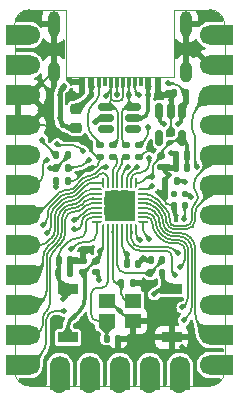
<source format=gtl>
G04 #@! TF.GenerationSoftware,KiCad,Pcbnew,8.0.0*
G04 #@! TF.CreationDate,2024-04-25T20:32:50+07:00*
G04 #@! TF.ProjectId,artemisia,61727465-6d69-4736-9961-2e6b69636164,2*
G04 #@! TF.SameCoordinates,Original*
G04 #@! TF.FileFunction,Copper,L1,Top*
G04 #@! TF.FilePolarity,Positive*
%FSLAX46Y46*%
G04 Gerber Fmt 4.6, Leading zero omitted, Abs format (unit mm)*
G04 Created by KiCad (PCBNEW 8.0.0) date 2024-04-25 20:32:50*
%MOMM*%
%LPD*%
G01*
G04 APERTURE LIST*
G04 Aperture macros list*
%AMRoundRect*
0 Rectangle with rounded corners*
0 $1 Rounding radius*
0 $2 $3 $4 $5 $6 $7 $8 $9 X,Y pos of 4 corners*
0 Add a 4 corners polygon primitive as box body*
4,1,4,$2,$3,$4,$5,$6,$7,$8,$9,$2,$3,0*
0 Add four circle primitives for the rounded corners*
1,1,$1+$1,$2,$3*
1,1,$1+$1,$4,$5*
1,1,$1+$1,$6,$7*
1,1,$1+$1,$8,$9*
0 Add four rect primitives between the rounded corners*
20,1,$1+$1,$2,$3,$4,$5,0*
20,1,$1+$1,$4,$5,$6,$7,0*
20,1,$1+$1,$6,$7,$8,$9,0*
20,1,$1+$1,$8,$9,$2,$3,0*%
%AMFreePoly0*
4,1,14,0.314644,0.085355,0.385355,0.014644,0.400000,-0.020711,0.400000,-0.050000,0.385355,-0.085355,0.350000,-0.100000,-0.350000,-0.100000,-0.385355,-0.085355,-0.400000,-0.050000,-0.400000,0.050000,-0.385355,0.085355,-0.350000,0.100000,0.279289,0.100000,0.314644,0.085355,0.314644,0.085355,$1*%
%AMFreePoly1*
4,1,14,0.385355,0.085355,0.400000,0.050000,0.400000,0.020711,0.385355,-0.014644,0.314644,-0.085355,0.279289,-0.100000,-0.350000,-0.100000,-0.385355,-0.085355,-0.400000,-0.050000,-0.400000,0.050000,-0.385355,0.085355,-0.350000,0.100000,0.350000,0.100000,0.385355,0.085355,0.385355,0.085355,$1*%
%AMFreePoly2*
4,1,14,0.085355,0.385355,0.100000,0.350000,0.100000,-0.350000,0.085355,-0.385355,0.050000,-0.400000,-0.050000,-0.400000,-0.085355,-0.385355,-0.100000,-0.350000,-0.100000,0.279289,-0.085355,0.314644,-0.014644,0.385355,0.020711,0.400000,0.050000,0.400000,0.085355,0.385355,0.085355,0.385355,$1*%
%AMFreePoly3*
4,1,14,0.014644,0.385355,0.085355,0.314644,0.100000,0.279289,0.100000,-0.350000,0.085355,-0.385355,0.050000,-0.400000,-0.050000,-0.400000,-0.085355,-0.385355,-0.100000,-0.350000,-0.100000,0.350000,-0.085355,0.385355,-0.050000,0.400000,-0.020711,0.400000,0.014644,0.385355,0.014644,0.385355,$1*%
%AMFreePoly4*
4,1,14,0.385355,0.085355,0.400000,0.050000,0.400000,-0.050000,0.385355,-0.085355,0.350000,-0.100000,-0.279289,-0.100000,-0.314644,-0.085355,-0.385355,-0.014644,-0.400000,0.020711,-0.400000,0.050000,-0.385355,0.085355,-0.350000,0.100000,0.350000,0.100000,0.385355,0.085355,0.385355,0.085355,$1*%
%AMFreePoly5*
4,1,14,0.385355,0.085355,0.400000,0.050000,0.400000,-0.050000,0.385355,-0.085355,0.350000,-0.100000,-0.350000,-0.100000,-0.385355,-0.085355,-0.400000,-0.050000,-0.400000,-0.020711,-0.385355,0.014644,-0.314644,0.085355,-0.279289,0.100000,0.350000,0.100000,0.385355,0.085355,0.385355,0.085355,$1*%
%AMFreePoly6*
4,1,14,0.085355,0.385355,0.100000,0.350000,0.100000,-0.279289,0.085355,-0.314644,0.014644,-0.385355,-0.020711,-0.400000,-0.050000,-0.400000,-0.085355,-0.385355,-0.100000,-0.350000,-0.100000,0.350000,-0.085355,0.385355,-0.050000,0.400000,0.050000,0.400000,0.085355,0.385355,0.085355,0.385355,$1*%
%AMFreePoly7*
4,1,14,0.085355,0.385355,0.100000,0.350000,0.100000,-0.350000,0.085355,-0.385355,0.050000,-0.400000,0.020711,-0.400000,-0.014644,-0.385355,-0.085355,-0.314644,-0.100000,-0.279289,-0.100000,0.350000,-0.085355,0.385355,-0.050000,0.400000,0.050000,0.400000,0.085355,0.385355,0.085355,0.385355,$1*%
G04 Aperture macros list end*
G04 #@! TA.AperFunction,SMDPad,CuDef*
%ADD10FreePoly0,90.000000*%
G04 #@! TD*
G04 #@! TA.AperFunction,SMDPad,CuDef*
%ADD11RoundRect,0.050000X0.050000X-0.350000X0.050000X0.350000X-0.050000X0.350000X-0.050000X-0.350000X0*%
G04 #@! TD*
G04 #@! TA.AperFunction,SMDPad,CuDef*
%ADD12FreePoly1,90.000000*%
G04 #@! TD*
G04 #@! TA.AperFunction,SMDPad,CuDef*
%ADD13FreePoly2,90.000000*%
G04 #@! TD*
G04 #@! TA.AperFunction,SMDPad,CuDef*
%ADD14RoundRect,0.050000X0.350000X-0.050000X0.350000X0.050000X-0.350000X0.050000X-0.350000X-0.050000X0*%
G04 #@! TD*
G04 #@! TA.AperFunction,SMDPad,CuDef*
%ADD15FreePoly3,90.000000*%
G04 #@! TD*
G04 #@! TA.AperFunction,SMDPad,CuDef*
%ADD16FreePoly4,90.000000*%
G04 #@! TD*
G04 #@! TA.AperFunction,SMDPad,CuDef*
%ADD17FreePoly5,90.000000*%
G04 #@! TD*
G04 #@! TA.AperFunction,SMDPad,CuDef*
%ADD18FreePoly6,90.000000*%
G04 #@! TD*
G04 #@! TA.AperFunction,SMDPad,CuDef*
%ADD19FreePoly7,90.000000*%
G04 #@! TD*
G04 #@! TA.AperFunction,ComponentPad*
%ADD20C,0.500000*%
G04 #@! TD*
G04 #@! TA.AperFunction,SMDPad,CuDef*
%ADD21R,2.650000X2.650000*%
G04 #@! TD*
G04 #@! TA.AperFunction,ComponentPad*
%ADD22C,1.260000*%
G04 #@! TD*
G04 #@! TA.AperFunction,ComponentPad*
%ADD23C,1.700000*%
G04 #@! TD*
G04 #@! TA.AperFunction,SMDPad,CuDef*
%ADD24R,1.700000X2.000000*%
G04 #@! TD*
G04 #@! TA.AperFunction,SMDPad,CuDef*
%ADD25R,2.000000X1.700000*%
G04 #@! TD*
G04 #@! TA.AperFunction,SMDPad,CuDef*
%ADD26RoundRect,0.140000X-0.140000X-0.170000X0.140000X-0.170000X0.140000X0.170000X-0.140000X0.170000X0*%
G04 #@! TD*
G04 #@! TA.AperFunction,SMDPad,CuDef*
%ADD27RoundRect,0.135000X-0.135000X-0.185000X0.135000X-0.185000X0.135000X0.185000X-0.135000X0.185000X0*%
G04 #@! TD*
G04 #@! TA.AperFunction,SMDPad,CuDef*
%ADD28RoundRect,0.135000X0.135000X0.185000X-0.135000X0.185000X-0.135000X-0.185000X0.135000X-0.185000X0*%
G04 #@! TD*
G04 #@! TA.AperFunction,SMDPad,CuDef*
%ADD29RoundRect,0.140000X0.140000X0.170000X-0.140000X0.170000X-0.140000X-0.170000X0.140000X-0.170000X0*%
G04 #@! TD*
G04 #@! TA.AperFunction,SMDPad,CuDef*
%ADD30RoundRect,0.150000X-0.512500X-0.150000X0.512500X-0.150000X0.512500X0.150000X-0.512500X0.150000X0*%
G04 #@! TD*
G04 #@! TA.AperFunction,SMDPad,CuDef*
%ADD31RoundRect,0.140000X0.170000X-0.140000X0.170000X0.140000X-0.170000X0.140000X-0.170000X-0.140000X0*%
G04 #@! TD*
G04 #@! TA.AperFunction,SMDPad,CuDef*
%ADD32R,0.600000X0.800000*%
G04 #@! TD*
G04 #@! TA.AperFunction,SMDPad,CuDef*
%ADD33R,0.300000X0.800000*%
G04 #@! TD*
G04 #@! TA.AperFunction,ComponentPad*
%ADD34O,1.000000X2.200000*%
G04 #@! TD*
G04 #@! TA.AperFunction,ComponentPad*
%ADD35O,1.000000X1.800000*%
G04 #@! TD*
G04 #@! TA.AperFunction,SMDPad,CuDef*
%ADD36R,1.700000X0.900000*%
G04 #@! TD*
G04 #@! TA.AperFunction,SMDPad,CuDef*
%ADD37RoundRect,0.150000X-0.150000X0.512500X-0.150000X-0.512500X0.150000X-0.512500X0.150000X0.512500X0*%
G04 #@! TD*
G04 #@! TA.AperFunction,SMDPad,CuDef*
%ADD38RoundRect,0.218750X-0.256250X0.218750X-0.256250X-0.218750X0.256250X-0.218750X0.256250X0.218750X0*%
G04 #@! TD*
G04 #@! TA.AperFunction,SMDPad,CuDef*
%ADD39RoundRect,0.140000X-0.170000X0.140000X-0.170000X-0.140000X0.170000X-0.140000X0.170000X0.140000X0*%
G04 #@! TD*
G04 #@! TA.AperFunction,SMDPad,CuDef*
%ADD40RoundRect,0.125000X0.125000X-0.125000X0.125000X0.125000X-0.125000X0.125000X-0.125000X-0.125000X0*%
G04 #@! TD*
G04 #@! TA.AperFunction,SMDPad,CuDef*
%ADD41R,1.400000X1.200000*%
G04 #@! TD*
G04 #@! TA.AperFunction,SMDPad,CuDef*
%ADD42RoundRect,0.135000X0.185000X-0.135000X0.185000X0.135000X-0.185000X0.135000X-0.185000X-0.135000X0*%
G04 #@! TD*
G04 #@! TA.AperFunction,SMDPad,CuDef*
%ADD43RoundRect,0.135000X-0.185000X0.135000X-0.185000X-0.135000X0.185000X-0.135000X0.185000X0.135000X0*%
G04 #@! TD*
G04 #@! TA.AperFunction,SMDPad,CuDef*
%ADD44RoundRect,0.147500X0.147500X0.172500X-0.147500X0.172500X-0.147500X-0.172500X0.147500X-0.172500X0*%
G04 #@! TD*
G04 #@! TA.AperFunction,ViaPad*
%ADD45C,0.500000*%
G04 #@! TD*
G04 #@! TA.AperFunction,Conductor*
%ADD46C,0.300000*%
G04 #@! TD*
G04 #@! TA.AperFunction,Conductor*
%ADD47C,0.400000*%
G04 #@! TD*
G04 #@! TA.AperFunction,Conductor*
%ADD48C,0.150000*%
G04 #@! TD*
G04 #@! TA.AperFunction,Conductor*
%ADD49C,0.200000*%
G04 #@! TD*
G04 #@! TA.AperFunction,Profile*
%ADD50C,0.100000*%
G04 #@! TD*
G04 APERTURE END LIST*
D10*
X7490000Y-18550000D03*
D11*
X7890000Y-18550000D03*
X8290000Y-18550000D03*
X8690000Y-18550000D03*
X9090000Y-18550000D03*
X9490000Y-18550000D03*
X9890000Y-18550000D03*
D12*
X10290000Y-18550000D03*
D13*
X10840000Y-18000000D03*
D14*
X10840000Y-17600000D03*
X10840000Y-17200000D03*
X10840000Y-16800000D03*
X10840000Y-16400000D03*
X10840000Y-16000000D03*
X10840000Y-15600000D03*
D15*
X10840000Y-15200000D03*
D16*
X10290000Y-14650000D03*
D11*
X9890000Y-14650000D03*
X9490000Y-14650000D03*
X9090000Y-14650000D03*
X8690000Y-14650000D03*
X8290000Y-14650000D03*
X7890000Y-14650000D03*
D17*
X7490000Y-14650000D03*
D18*
X6940000Y-15200000D03*
D14*
X6940000Y-15600000D03*
X6940000Y-16000000D03*
X6940000Y-16400000D03*
X6940000Y-16800000D03*
X6940000Y-17200000D03*
X6940000Y-17600000D03*
D19*
X6940000Y-18000000D03*
D20*
X8040000Y-17450000D03*
X8890000Y-17450000D03*
X9740000Y-17450000D03*
X8040000Y-16600000D03*
X8890000Y-16600000D03*
D21*
X8890000Y-16600000D03*
D20*
X9740000Y-16600000D03*
X8040000Y-15750000D03*
X8890000Y-15750000D03*
X9740000Y-15750000D03*
D22*
X3780000Y-31862500D03*
D23*
X3810000Y-30162500D03*
D24*
X3810000Y-31162500D03*
D22*
X6320000Y-31862500D03*
D23*
X6350000Y-30162500D03*
D24*
X6350000Y-31162500D03*
D22*
X8860000Y-31862500D03*
D23*
X8890000Y-30162500D03*
D24*
X8890000Y-31162500D03*
D22*
X11400000Y-31862500D03*
D23*
X11430000Y-30162500D03*
D24*
X11430000Y-31162500D03*
D22*
X13940000Y-31862500D03*
D23*
X13970000Y-30162500D03*
D24*
X13970000Y-31162500D03*
D22*
X17910000Y-2146300D03*
D23*
X16510000Y-2146300D03*
D25*
X17510000Y-2146300D03*
D22*
X17910000Y-4686300D03*
D23*
X16510000Y-4686300D03*
D25*
X17510000Y-4686300D03*
D22*
X17910000Y-7226300D03*
D23*
X16510000Y-7226300D03*
D25*
X17510000Y-7226300D03*
D22*
X17910000Y-9766300D03*
D23*
X16510000Y-9766300D03*
D25*
X17510000Y-9766300D03*
D22*
X17910000Y-12306300D03*
D23*
X16510000Y-12306300D03*
D25*
X17510000Y-12306300D03*
D22*
X17910000Y-14846300D03*
D23*
X16510000Y-14846300D03*
D25*
X17510000Y-14846300D03*
D22*
X17910000Y-17386300D03*
D23*
X16510000Y-17386300D03*
D25*
X17510000Y-17386300D03*
D22*
X17910000Y-19926300D03*
D23*
X16510000Y-19926300D03*
D25*
X17510000Y-19926300D03*
D22*
X17910000Y-22466300D03*
D23*
X16510000Y-22466300D03*
D25*
X17510000Y-22466300D03*
D22*
X17910000Y-25006300D03*
D23*
X16510000Y-25006300D03*
D25*
X17510000Y-25006300D03*
D22*
X17910000Y-27546300D03*
D23*
X16510000Y-27546300D03*
D25*
X17510000Y-27546300D03*
D22*
X17910000Y-30086300D03*
D23*
X16510000Y-30086300D03*
D25*
X17510000Y-30086300D03*
D22*
X-130000Y-2146300D03*
D23*
X1270000Y-2146300D03*
D25*
X270000Y-2146300D03*
D22*
X-130000Y-4686300D03*
D23*
X1270000Y-4686300D03*
D25*
X270000Y-4686300D03*
D22*
X-130000Y-7226300D03*
D23*
X1270000Y-7226300D03*
D25*
X270000Y-7226300D03*
D22*
X-130000Y-9766300D03*
D23*
X1270000Y-9766300D03*
D25*
X270000Y-9766300D03*
D22*
X-130000Y-12306300D03*
D23*
X1270000Y-12306300D03*
D25*
X270000Y-12306300D03*
D22*
X-130000Y-14846300D03*
D23*
X1270000Y-14846300D03*
D25*
X270000Y-14846300D03*
D22*
X-130000Y-17386300D03*
D23*
X1270000Y-17386300D03*
D25*
X270000Y-17386300D03*
D22*
X-130000Y-19926300D03*
D23*
X1270000Y-19926300D03*
D25*
X270000Y-19926300D03*
D22*
X-130000Y-22466300D03*
D23*
X1270000Y-22466300D03*
D25*
X270000Y-22466300D03*
D22*
X-130000Y-25006300D03*
D23*
X1270000Y-25006300D03*
D25*
X270000Y-25006300D03*
D22*
X-130000Y-27546300D03*
D23*
X1270000Y-27546300D03*
D25*
X270000Y-27546300D03*
D22*
X-130000Y-30086300D03*
D23*
X1270000Y-30086300D03*
D25*
X270000Y-30086300D03*
D26*
X7790000Y-27850000D03*
X8750000Y-27850000D03*
D27*
X3490000Y-12350000D03*
X4510000Y-12350000D03*
D28*
X13710000Y-14500000D03*
X12690000Y-14500000D03*
D29*
X10480000Y-21500000D03*
X9520000Y-21500000D03*
D30*
X7752500Y-8250000D03*
X7752500Y-9200000D03*
X7752500Y-10150000D03*
X10027500Y-10150000D03*
X10027500Y-9200000D03*
X10027500Y-8250000D03*
D26*
X13520000Y-7100000D03*
X14480000Y-7100000D03*
D28*
X4720000Y-22325000D03*
X3700000Y-22325000D03*
D29*
X14580000Y-12325000D03*
X13620000Y-12325000D03*
D31*
X12400000Y-13355000D03*
X12400000Y-12395000D03*
D32*
X12103000Y-6150474D03*
X11303000Y-6150474D03*
D33*
X10653000Y-6150474D03*
X10153000Y-6150474D03*
X9653000Y-6150474D03*
X9153000Y-6150474D03*
X8653000Y-6150474D03*
X8153000Y-6150474D03*
X7653000Y-6150474D03*
X7153000Y-6150474D03*
D32*
X6503000Y-6150474D03*
X5703000Y-6150474D03*
D34*
X3328000Y-1250474D03*
D35*
X3328000Y-5250474D03*
D34*
X14478000Y-1250474D03*
D35*
X14478000Y-5250474D03*
D29*
X4690000Y-21225000D03*
X3730000Y-21225000D03*
D27*
X11490000Y-22325000D03*
X12510000Y-22325000D03*
D36*
X4500000Y-23650000D03*
X4500000Y-27750000D03*
D37*
X14150000Y-8562500D03*
X13200000Y-8562500D03*
X12250000Y-8562500D03*
X12250000Y-10837500D03*
X14150000Y-10837500D03*
D38*
X5200000Y-8412500D03*
X5200000Y-9987500D03*
D36*
X13280000Y-23650000D03*
X13280000Y-27750000D03*
D39*
X5800000Y-21295000D03*
X5800000Y-22255000D03*
D26*
X9030000Y-23150000D03*
X9990000Y-23150000D03*
D40*
X14400000Y-16550000D03*
X14400000Y-15650000D03*
X13500000Y-15650000D03*
X13500000Y-16550000D03*
D26*
X13620000Y-13425000D03*
X14580000Y-13425000D03*
D31*
X6900000Y-22255000D03*
X6900000Y-21295000D03*
D41*
X9990000Y-24650000D03*
X7790000Y-24650000D03*
X7790000Y-26350000D03*
X9990000Y-26350000D03*
D42*
X8325000Y-12510000D03*
X8325000Y-11490000D03*
D26*
X11520000Y-21225000D03*
X12480000Y-21225000D03*
D43*
X7225000Y-11490000D03*
X7225000Y-12510000D03*
D44*
X4485000Y-14500000D03*
X3515000Y-14500000D03*
D42*
X9425000Y-12510000D03*
X9425000Y-11490000D03*
X10550000Y-12510000D03*
X10550000Y-11490000D03*
D27*
X3490000Y-13450000D03*
X4510000Y-13450000D03*
D45*
X8890000Y-25500000D03*
X6100000Y-20400000D03*
X12400000Y-7200000D03*
X5700000Y-7000000D03*
X13200000Y-10500000D03*
X14200000Y-28600000D03*
X6300000Y-11400000D03*
X7100000Y-22900000D03*
X10900000Y-21000000D03*
X13050000Y-14000000D03*
X11500000Y-11800000D03*
X10800000Y-23225000D03*
X6800000Y-9500000D03*
X13200000Y-12100000D03*
X13800000Y-9700000D03*
X4200000Y-6500000D03*
X13000000Y-6250481D03*
X12600000Y-9700000D03*
X9653000Y-7200000D03*
X8653000Y-7200000D03*
X7700000Y-7300000D03*
X5000000Y-26000000D03*
X14950000Y-15850000D03*
X13100000Y-11300000D03*
X3000000Y-13450000D03*
X7200000Y-20400000D03*
X9520000Y-20700000D03*
X11600000Y-14150000D03*
X4100000Y-24500000D03*
X10600000Y-19500000D03*
X5000000Y-18600000D03*
X2700000Y-12700000D03*
X5000000Y-17800000D03*
X11600000Y-14950000D03*
X3600000Y-11400000D03*
X9600000Y-13300000D03*
X5800000Y-12000000D03*
X2700000Y-18900000D03*
X2400000Y-18200000D03*
X4800000Y-20300000D03*
X4200000Y-25500000D03*
X11400000Y-12600000D03*
X7700000Y-13300000D03*
X14000000Y-21800000D03*
X13800000Y-20600000D03*
X13600000Y-22500000D03*
X14200000Y-25200000D03*
X14300000Y-26300000D03*
X11303000Y-7200000D03*
X6503000Y-7200000D03*
X15400000Y-13300000D03*
X11800000Y-24100000D03*
X11303000Y-9900000D03*
X10503000Y-7200000D03*
X3500000Y-15000000D03*
X14400000Y-14600000D03*
X6300000Y-12700000D03*
X11400000Y-19400000D03*
X10350000Y-13300000D03*
X2300000Y-11000000D03*
X14300000Y-17750000D03*
D46*
X12400000Y-13355000D02*
X12405000Y-13355000D01*
D47*
X12400000Y-7200000D02*
X13420000Y-7200000D01*
D46*
X5730000Y-21225000D02*
X5800000Y-21295000D01*
X5800000Y-20844975D02*
X5800000Y-21295000D01*
D48*
X6300000Y-11400000D02*
X6046446Y-11146446D01*
X4007107Y-10707107D02*
X3578863Y-10278863D01*
D46*
X9990000Y-27373604D02*
X9990000Y-26350000D01*
X12400000Y-13355000D02*
X13550000Y-13355000D01*
X4690000Y-22295000D02*
X4720000Y-22325000D01*
D49*
X11146447Y-12050000D02*
X11113553Y-12050000D01*
D46*
X12690000Y-14360000D02*
X13050000Y-14000000D01*
D49*
X9990000Y-26350000D02*
X9740000Y-26350000D01*
D48*
X6517158Y-12017158D02*
X7010000Y-12510000D01*
X5692893Y-11000000D02*
X4714214Y-11000000D01*
D46*
X12690000Y-14500000D02*
X12690000Y-14360000D01*
D47*
X7752500Y-9200000D02*
X7307107Y-9200000D01*
D49*
X13200000Y-10300000D02*
X13200000Y-10500000D01*
D46*
X6953553Y-22308553D02*
X6900000Y-22255000D01*
D49*
X7790000Y-24650000D02*
X8040000Y-24650000D01*
D48*
X2341426Y-9766300D02*
X1270000Y-9766300D01*
D49*
X3328000Y-5250474D02*
X3236800Y-5250474D01*
X13167347Y-16550000D02*
X13500000Y-16550000D01*
X12821802Y-16390851D02*
X12849149Y-16418198D01*
D46*
X4690000Y-21225000D02*
X4690000Y-22295000D01*
X12405000Y-13355000D02*
X13050000Y-14000000D01*
D49*
X3328000Y-5250474D02*
X3245826Y-5250474D01*
D48*
X6420779Y-13500000D02*
X6335895Y-13500000D01*
D46*
X13497513Y-12202513D02*
X13620000Y-12325000D01*
X13200000Y-12100000D02*
X13250025Y-12100000D01*
X9513604Y-27850000D02*
X8750000Y-27850000D01*
D49*
X13200000Y-8562500D02*
X13200000Y-10300000D01*
D48*
X6300000Y-11400000D02*
X6312132Y-11412132D01*
D46*
X9831802Y-27718198D02*
X9858198Y-27691802D01*
D48*
X6990685Y-13261465D02*
X6986464Y-13265686D01*
D47*
X13200000Y-7627107D02*
X13200000Y-8562500D01*
D48*
X4921682Y-14500000D02*
X4485000Y-14500000D01*
D46*
X13550000Y-13355000D02*
X13620000Y-13425000D01*
D49*
X11500000Y-11800000D02*
X11323223Y-11976777D01*
D47*
X13420000Y-7200000D02*
X13520000Y-7100000D01*
X12249447Y-7049447D02*
X12400000Y-7200000D01*
D49*
X10936776Y-12123224D02*
X10550000Y-12510000D01*
D48*
X7010000Y-12510000D02*
X7225000Y-12510000D01*
D46*
X4690000Y-21225000D02*
X5730000Y-21225000D01*
X7100000Y-22662107D02*
X7100000Y-22900000D01*
D48*
X7225000Y-12510000D02*
X7225000Y-12695779D01*
D49*
X10065000Y-23225000D02*
X9990000Y-23150000D01*
D48*
X5982341Y-13646447D02*
X5275236Y-14353553D01*
D47*
X10480000Y-21500000D02*
X10480000Y-21420000D01*
D49*
X12690000Y-14500000D02*
X12690000Y-16072653D01*
D46*
X5902513Y-20597487D02*
X6100000Y-20400000D01*
X13620000Y-13425000D02*
X13620000Y-12325000D01*
D47*
X12103000Y-6150474D02*
X12103000Y-6695893D01*
X11051776Y-21151776D02*
X10900000Y-21000000D01*
D49*
X3245826Y-5250474D02*
X1270000Y-7226300D01*
D47*
X11520000Y-21225000D02*
X11228553Y-21225000D01*
D49*
X9740000Y-26350000D02*
X8890000Y-25500000D01*
D47*
X13520000Y-7100000D02*
X13346446Y-7273554D01*
X6953553Y-9346447D02*
X6800000Y-9500000D01*
D49*
X8040000Y-24650000D02*
X8890000Y-25500000D01*
X10800000Y-23225000D02*
X10065000Y-23225000D01*
D48*
X6400000Y-11624264D02*
X6400000Y-11734315D01*
D47*
X10480000Y-21420000D02*
X10900000Y-21000000D01*
D48*
X3578863Y-10278863D02*
G75*
G03*
X2341426Y-9766296I-1237443J-1237437D01*
G01*
D49*
X13167347Y-16550000D02*
G75*
G02*
X12849125Y-16418222I-47J450000D01*
G01*
D48*
X6312132Y-11412132D02*
G75*
G02*
X6400025Y-11624264I-212132J-212168D01*
G01*
X6517158Y-12017158D02*
G75*
G02*
X6399990Y-11734315I282842J282858D01*
G01*
X6046446Y-11146446D02*
G75*
G03*
X5692893Y-11000005I-353546J-353554D01*
G01*
D49*
X11146447Y-12050000D02*
G75*
G03*
X11323200Y-11976754I-47J250000D01*
G01*
X12821802Y-16390851D02*
G75*
G02*
X12690034Y-16072653I318198J318151D01*
G01*
D47*
X11051777Y-21151775D02*
G75*
G03*
X11228553Y-21225032I176823J176775D01*
G01*
D49*
X11113553Y-12050000D02*
G75*
G03*
X10936799Y-12123247I47J-250000D01*
G01*
D47*
X13200000Y-7627107D02*
G75*
G02*
X13346443Y-7273551I500000J7D01*
G01*
D46*
X7100000Y-22662107D02*
G75*
G03*
X6953556Y-22308550I-500000J7D01*
G01*
D48*
X5982341Y-13646447D02*
G75*
G02*
X6335895Y-13499997I353559J-353553D01*
G01*
D47*
X6953553Y-9346447D02*
G75*
G02*
X7307107Y-9200005I353547J-353553D01*
G01*
D48*
X5275236Y-14353553D02*
G75*
G02*
X4921682Y-14499987I-353536J353553D01*
G01*
X7225000Y-12695779D02*
G75*
G02*
X6990687Y-13261467I-800010J-1D01*
G01*
X6986464Y-13265686D02*
G75*
G02*
X6420779Y-13499985I-565664J565686D01*
G01*
D47*
X12249447Y-7049447D02*
G75*
G02*
X12103005Y-6695893I353553J353547D01*
G01*
D46*
X5902514Y-20597488D02*
G75*
G03*
X5799983Y-20844975I247486J-247512D01*
G01*
X9513604Y-27850000D02*
G75*
G03*
X9831800Y-27718196I-4J450000D01*
G01*
X9858197Y-27691801D02*
G75*
G03*
X9990002Y-27373604I-318197J318201D01*
G01*
X13250025Y-12100000D02*
G75*
G02*
X13497500Y-12202526I-25J-350000D01*
G01*
D48*
X4007107Y-10707107D02*
G75*
G03*
X4714214Y-10999990I707093J707107D01*
G01*
X7367893Y-23550000D02*
X6982107Y-23550000D01*
X6475000Y-24057107D02*
X6475000Y-25797183D01*
X7743553Y-23381447D02*
X7721446Y-23403554D01*
X7890000Y-18550000D02*
X7890000Y-23027893D01*
X7027817Y-26350000D02*
X7790000Y-26350000D01*
X6636092Y-26186092D02*
X6638909Y-26188909D01*
X6628553Y-23696447D02*
X6621446Y-23703554D01*
X7790000Y-27850000D02*
X7790000Y-26350000D01*
X6475000Y-25797183D02*
G75*
G03*
X6636083Y-26186101I550000J-17D01*
G01*
X7743553Y-23381447D02*
G75*
G03*
X7889995Y-23027893I-353553J353547D01*
G01*
X7367893Y-23550000D02*
G75*
G03*
X7721449Y-23403557I7J500000D01*
G01*
X6982107Y-23550000D02*
G75*
G03*
X6628550Y-23696444I-7J-500000D01*
G01*
X6475000Y-24057107D02*
G75*
G02*
X6621443Y-23703551I500000J7D01*
G01*
X7027817Y-26350000D02*
G75*
G02*
X6638900Y-26188918I-17J550000D01*
G01*
X8690000Y-18550000D02*
X8690000Y-21600051D01*
D49*
X12480000Y-21295000D02*
X12480000Y-21225000D01*
D48*
X8919974Y-22119974D02*
X8895025Y-22095025D01*
X11490000Y-22325000D02*
X9414949Y-22325000D01*
D49*
X11490000Y-22325000D02*
X11490000Y-22285000D01*
X11490000Y-22285000D02*
X12480000Y-21295000D01*
D48*
X8690000Y-21600051D02*
G75*
G03*
X8895025Y-22095025I700000J1D01*
G01*
X9414949Y-22325000D02*
G75*
G02*
X8919949Y-22119999I-49J700000D01*
G01*
D49*
X13919189Y-6470151D02*
X14480000Y-7030962D01*
D47*
X4034315Y-9734315D02*
X4053186Y-9753186D01*
D46*
X12250000Y-8562500D02*
X12250000Y-9142893D01*
D49*
X14480000Y-7030962D02*
X14480000Y-7100000D01*
D47*
X4618871Y-9987500D02*
X5200000Y-9987500D01*
X14480000Y-7100000D02*
X14480000Y-7818286D01*
X14187107Y-8525393D02*
X14150000Y-8562500D01*
D46*
X14003553Y-9496447D02*
X13800000Y-9700000D01*
D49*
X13000000Y-6250481D02*
X13388859Y-6250481D01*
D46*
X12396447Y-9496447D02*
X12600000Y-9700000D01*
D47*
X3800000Y-7210660D02*
X3800000Y-9168629D01*
D46*
X14150000Y-8562500D02*
X14150000Y-9142893D01*
D47*
X4200000Y-6500000D02*
X4019670Y-6680330D01*
D46*
X14003553Y-9496447D02*
G75*
G03*
X14149995Y-9142893I-353553J353547D01*
G01*
D49*
X13388859Y-6250481D02*
G75*
G02*
X13919214Y-6470126I41J-750019D01*
G01*
D47*
X3800000Y-9168629D02*
G75*
G03*
X4034313Y-9734317I800010J-1D01*
G01*
X4053186Y-9753186D02*
G75*
G03*
X4618871Y-9987520I565714J565686D01*
G01*
X4019670Y-6680330D02*
G75*
G03*
X3799972Y-7210660I530330J-530370D01*
G01*
D46*
X12396447Y-9496447D02*
G75*
G02*
X12250005Y-9142893I353553J353547D01*
G01*
D47*
X14480000Y-7818286D02*
G75*
G02*
X14187114Y-8525400I-1000000J-14D01*
G01*
D48*
X9653000Y-6150474D02*
X9653000Y-7200000D01*
D49*
X9425000Y-11490000D02*
X9215966Y-11280966D01*
D48*
X8653000Y-6150474D02*
X8653000Y-7200000D01*
D49*
X9536396Y-8250000D02*
X10027500Y-8250000D01*
X9201322Y-8398678D02*
X9218198Y-8381802D01*
D48*
X9653000Y-7668393D02*
X9653000Y-7200000D01*
X10027500Y-8250000D02*
X9799446Y-8021946D01*
D49*
X9069520Y-10927413D02*
X9069520Y-8716876D01*
X9536396Y-8250000D02*
G75*
G03*
X9218200Y-8381804I4J-450000D01*
G01*
X9069520Y-8716876D02*
G75*
G02*
X9201338Y-8398694I449980J-24D01*
G01*
X9069520Y-10927413D02*
G75*
G03*
X9215977Y-11280955I499980J13D01*
G01*
D48*
X9799446Y-8021946D02*
G75*
G02*
X9653005Y-7668393I353554J353546D01*
G01*
D49*
X8581802Y-8381802D02*
X8588198Y-8388198D01*
D48*
X8153000Y-7428736D02*
X8153000Y-7642393D01*
X8006553Y-7995947D02*
X7752500Y-8250000D01*
D49*
X8720000Y-8706396D02*
X8720000Y-10887893D01*
D48*
X9051048Y-7648952D02*
X9051952Y-7648048D01*
X9153000Y-7404096D02*
X9153000Y-6150474D01*
X8153000Y-6639893D02*
X8153000Y-7428736D01*
D49*
X8573553Y-11241447D02*
X8325000Y-11490000D01*
D48*
X8153000Y-6639893D02*
X8153000Y-6150474D01*
X7700000Y-7300000D02*
X8006554Y-6993446D01*
X8474264Y-7750000D02*
X8807096Y-7750000D01*
D49*
X7752500Y-8250000D02*
X8263604Y-8250000D01*
D48*
X8240868Y-7640868D02*
X8262132Y-7662132D01*
D49*
X8573553Y-11241447D02*
G75*
G03*
X8719995Y-10887893I-353553J353547D01*
G01*
D48*
X8153000Y-6639893D02*
G75*
G02*
X8006557Y-6993449I-500000J-7D01*
G01*
X8153000Y-7428736D02*
G75*
G03*
X8240886Y-7640850I300000J36D01*
G01*
X8807096Y-7750000D02*
G75*
G03*
X9051050Y-7648954I4J345000D01*
G01*
D49*
X8588197Y-8388199D02*
G75*
G02*
X8720002Y-8706396I-318197J-318201D01*
G01*
X8263604Y-8250000D02*
G75*
G02*
X8581800Y-8381804I-4J-450000D01*
G01*
D48*
X8262132Y-7662132D02*
G75*
G03*
X8474264Y-7750025I212168J212132D01*
G01*
X9051952Y-7648048D02*
G75*
G03*
X9152997Y-7404096I-243952J243948D01*
G01*
X8153000Y-7642393D02*
G75*
G02*
X8006556Y-7995950I-500000J-7D01*
G01*
X9030000Y-24047893D02*
X9030000Y-23150000D01*
X8690685Y-23150000D02*
X9030000Y-23150000D01*
X9425000Y-24650000D02*
X9990000Y-24650000D01*
X9176447Y-24401447D02*
X9425000Y-24650000D01*
X8407158Y-23032158D02*
X8407843Y-23032843D01*
X8290000Y-18550000D02*
X8290000Y-22749315D01*
X9030000Y-24047893D02*
G75*
G03*
X9176444Y-24401450I500000J-7D01*
G01*
X8407843Y-23032843D02*
G75*
G03*
X8690685Y-23150010I282857J282843D01*
G01*
X8290000Y-22749315D02*
G75*
G03*
X8407165Y-23032151I400000J15D01*
G01*
D49*
X9049520Y-13037669D02*
X9049520Y-12803553D01*
X8690000Y-14650000D02*
X8690000Y-13811403D01*
X9239520Y-12510000D02*
X9425000Y-12510000D01*
X9122744Y-12626776D02*
X9239520Y-12510000D01*
X8836447Y-13457849D02*
X8903074Y-13391222D01*
X8836447Y-13457849D02*
G75*
G03*
X8690002Y-13811403I353553J-353551D01*
G01*
X9049520Y-13037669D02*
G75*
G02*
X8903094Y-13391242I-500020J-31D01*
G01*
X9049520Y-12803553D02*
G75*
G02*
X9122771Y-12626803I249980J-47D01*
G01*
X8626776Y-12626776D02*
X8510000Y-12510000D01*
X8290000Y-14650000D02*
X8290000Y-13717107D01*
X8700000Y-12892893D02*
X8700000Y-12803553D01*
X8510000Y-12510000D02*
X8325000Y-12510000D01*
X8436447Y-13363553D02*
X8553554Y-13246446D01*
X8436447Y-13363553D02*
G75*
G03*
X8290005Y-13717107I353553J-353547D01*
G01*
X8700000Y-12803553D02*
G75*
G03*
X8626753Y-12626799I-250000J-47D01*
G01*
X8553554Y-13246446D02*
G75*
G03*
X8699995Y-12892893I-353554J353546D01*
G01*
X11103553Y-14296447D02*
X10896446Y-14503554D01*
D46*
X3490000Y-13450000D02*
X3000000Y-13450000D01*
D49*
X10542893Y-14650000D02*
X10290000Y-14650000D01*
D46*
X5800000Y-22255000D02*
X5950000Y-22405000D01*
X4500000Y-27750000D02*
X4500000Y-26810660D01*
D48*
X12400000Y-12207107D02*
X12400000Y-12395000D01*
D46*
X7053553Y-21141447D02*
X6900000Y-21295000D01*
D49*
X11600000Y-14150000D02*
X11457107Y-14150000D01*
X6805000Y-21295000D02*
X5845000Y-22255000D01*
X7490000Y-18550000D02*
X7490000Y-19965025D01*
D48*
X11700000Y-13302107D02*
X11700000Y-13925736D01*
D46*
X14400000Y-15650000D02*
X14542893Y-15650000D01*
D49*
X13153553Y-11246447D02*
X13100000Y-11300000D01*
D46*
X5950000Y-22405000D02*
X5950000Y-24428680D01*
D48*
X12505000Y-12395000D02*
X12600000Y-12395000D01*
D49*
X4510000Y-12350000D02*
X4510000Y-12430000D01*
X7387487Y-20212513D02*
X7200000Y-20400000D01*
D46*
X9520000Y-20700000D02*
X9520000Y-21500000D01*
D49*
X4510000Y-12430000D02*
X3490000Y-13450000D01*
D46*
X14896447Y-15796447D02*
X14950000Y-15850000D01*
D49*
X13680393Y-11100000D02*
X13507107Y-11100000D01*
D48*
X11846447Y-12948553D02*
X12400000Y-12395000D01*
D49*
X5845000Y-22255000D02*
X5800000Y-22255000D01*
D48*
X13100000Y-11300000D02*
X12546446Y-11853554D01*
D49*
X9280381Y-20460381D02*
X9520000Y-20700000D01*
D46*
X5510660Y-25489340D02*
X5000000Y-26000000D01*
X14580000Y-13425000D02*
X14580000Y-12325000D01*
X7200000Y-20400000D02*
X7200000Y-20787893D01*
D49*
X14033947Y-10953553D02*
X14150000Y-10837500D01*
D46*
X4719670Y-26280330D02*
X5000000Y-26000000D01*
X14580000Y-12325000D02*
X14580000Y-11474607D01*
X14433553Y-11121053D02*
X14150000Y-10837500D01*
D49*
X6900000Y-21295000D02*
X6805000Y-21295000D01*
X5895000Y-22255000D02*
X5800000Y-22255000D01*
X9090000Y-18550000D02*
X9090000Y-20000761D01*
D48*
X11612132Y-14137868D02*
X11600000Y-14150000D01*
D49*
X13680393Y-11100000D02*
G75*
G03*
X14033950Y-10953556I7J500000D01*
G01*
D48*
X12546446Y-11853554D02*
G75*
G03*
X12400005Y-12207107I353554J-353546D01*
G01*
D49*
X9090000Y-20000761D02*
G75*
G03*
X9280362Y-20460400I650000J-39D01*
G01*
D48*
X11700000Y-13925736D02*
G75*
G02*
X11612114Y-14137850I-300000J36D01*
G01*
D46*
X14896447Y-15796447D02*
G75*
G03*
X14542893Y-15650005I-353547J-353553D01*
G01*
D48*
X11846447Y-12948553D02*
G75*
G03*
X11700005Y-13302107I353553J-353547D01*
G01*
D49*
X7490000Y-19965025D02*
G75*
G02*
X7387474Y-20212500I-350000J25D01*
G01*
D46*
X7200000Y-20787893D02*
G75*
G02*
X7053556Y-21141450I-500000J-7D01*
G01*
X14433553Y-11121053D02*
G75*
G02*
X14579995Y-11474607I-353553J-353547D01*
G01*
X5950000Y-24428680D02*
G75*
G02*
X5510660Y-25489340I-1500000J0D01*
G01*
D49*
X13153553Y-11246447D02*
G75*
G02*
X13507107Y-11100005I353547J-353553D01*
G01*
X10542893Y-14650000D02*
G75*
G03*
X10896449Y-14503557I7J500000D01*
G01*
D46*
X4719670Y-26280330D02*
G75*
G03*
X4499972Y-26810660I530330J-530370D01*
G01*
D49*
X11457107Y-14150000D02*
G75*
G03*
X11103550Y-14296444I-7J-500000D01*
G01*
X3730000Y-21225000D02*
X3730000Y-20789600D01*
D46*
X4353553Y-24246447D02*
X4100000Y-24500000D01*
X3730000Y-21225000D02*
X3730000Y-22295000D01*
D49*
X6146446Y-17753554D02*
X6153553Y-17746447D01*
X3949670Y-20259270D02*
X4540567Y-19668373D01*
X5247674Y-19375480D02*
X5375992Y-19375480D01*
D46*
X3846447Y-22996447D02*
X4500000Y-23650000D01*
D49*
X5800256Y-19199744D02*
X5824264Y-19175736D01*
X6000000Y-18751472D02*
X6000000Y-18107107D01*
X6507107Y-17600000D02*
X6940000Y-17600000D01*
D46*
X4500000Y-23650000D02*
X4500000Y-23892893D01*
X3730000Y-22295000D02*
X3700000Y-22325000D01*
X3700000Y-22325000D02*
X3700000Y-22642893D01*
D49*
X4540568Y-19668374D02*
G75*
G02*
X5247674Y-19375468I707132J-707126D01*
G01*
X5800256Y-19199744D02*
G75*
G02*
X5375992Y-19375480I-424256J424244D01*
G01*
X3730000Y-20789600D02*
G75*
G02*
X3949670Y-20259270I750000J0D01*
G01*
X6153553Y-17746447D02*
G75*
G02*
X6507107Y-17600005I353547J-353553D01*
G01*
D46*
X3700000Y-22642893D02*
G75*
G03*
X3846444Y-22996450I500000J-7D01*
G01*
D49*
X6000000Y-18107107D02*
G75*
G02*
X6146443Y-17753551I500000J7D01*
G01*
X5824264Y-19175736D02*
G75*
G03*
X5999980Y-18751472I-424264J424236D01*
G01*
D46*
X4353553Y-24246447D02*
G75*
G03*
X4499995Y-23892893I-353553J353547D01*
G01*
D48*
X10436447Y-19336447D02*
X10600000Y-19500000D01*
X10290000Y-18550000D02*
X10290000Y-18982893D01*
X10436447Y-19336447D02*
G75*
G02*
X10290005Y-18982893I353553J353547D01*
G01*
X5543678Y-18456322D02*
X5531802Y-18468198D01*
X5675480Y-17972687D02*
X5675480Y-18138124D01*
X5213604Y-18600000D02*
X5000000Y-18600000D01*
X6940000Y-17200000D02*
X6551720Y-17200000D01*
X6021390Y-17419670D02*
X5821926Y-17619134D01*
X5543677Y-18456321D02*
G75*
G03*
X5675502Y-18138124I-318177J318221D01*
G01*
X5675480Y-17972687D02*
G75*
G02*
X5821928Y-17619136I500020J-13D01*
G01*
X6551720Y-17200000D02*
G75*
G03*
X6021380Y-17419660I-20J-750000D01*
G01*
X5213604Y-18600000D02*
G75*
G03*
X5531800Y-18468196I-4J450000D01*
G01*
X2700000Y-12700000D02*
X2546446Y-12853554D01*
X2180330Y-14519670D02*
X1853700Y-14846300D01*
X5010367Y-17800000D02*
X5000000Y-17800000D01*
X5997804Y-17019670D02*
X5363920Y-17653554D01*
X2400000Y-13207107D02*
X2400000Y-13989340D01*
X1853700Y-14846300D02*
X1270000Y-14846300D01*
X6940000Y-16800000D02*
X6528134Y-16800000D01*
X2400000Y-13989340D02*
G75*
G02*
X2180328Y-14519668I-749990J0D01*
G01*
X5363919Y-17653553D02*
G75*
G02*
X5010367Y-17799976I-353519J353553D01*
G01*
X2546446Y-12853554D02*
G75*
G03*
X2400005Y-13207107I353554J-353546D01*
G01*
X5997805Y-17019671D02*
G75*
G02*
X6528134Y-16800025I530295J-530329D01*
G01*
X11452513Y-15097487D02*
X11600000Y-14950000D01*
X10840000Y-15200000D02*
X11205025Y-15200000D01*
X11205025Y-15200000D02*
G75*
G03*
X11452500Y-15097474I-25J350000D01*
G01*
X3824264Y-11500000D02*
X4989340Y-11500000D01*
X3600000Y-11400000D02*
X3612132Y-11412132D01*
X5519670Y-11719670D02*
X5800000Y-12000000D01*
X9309670Y-13590330D02*
X9600000Y-13300000D01*
X9090000Y-14650000D02*
X9090000Y-14120660D01*
X3824264Y-11500000D02*
G75*
G02*
X3612150Y-11412114I36J300000D01*
G01*
X9090000Y-14120660D02*
G75*
G02*
X9309672Y-13590332I749990J0D01*
G01*
X4989340Y-11500000D02*
G75*
G02*
X5519650Y-11719690I-40J-750000D01*
G01*
X3108547Y-19370695D02*
X2772612Y-19706630D01*
X4137425Y-16391820D02*
X3591821Y-16937423D01*
X3401440Y-17397043D02*
X3401440Y-18663588D01*
X5903460Y-15419670D02*
X5356004Y-15967126D01*
X6940000Y-15200000D02*
X6433790Y-15200000D01*
X2242282Y-19926300D02*
X1270000Y-19926300D01*
X4790319Y-16201440D02*
X4597044Y-16201440D01*
X3401440Y-18663588D02*
G75*
G02*
X3108548Y-19370696I-1000000J-2D01*
G01*
X5356003Y-15967125D02*
G75*
G02*
X4790319Y-16201441I-565703J565725D01*
G01*
X3401440Y-17397043D02*
G75*
G02*
X3591822Y-16937424I649990J3D01*
G01*
X4597044Y-16201440D02*
G75*
G03*
X4137411Y-16391806I-44J-649960D01*
G01*
X6433790Y-15200000D02*
G75*
G03*
X5903465Y-15419675I10J-750000D01*
G01*
X2242282Y-19926300D02*
G75*
G03*
X2772621Y-19706639I18J750000D01*
G01*
X2108067Y-21991917D02*
X1633684Y-22466300D01*
X4872964Y-16500960D02*
X4721109Y-16500960D01*
X4261490Y-16691340D02*
X3891341Y-17061488D01*
X5927046Y-15819670D02*
X5509360Y-16237356D01*
X1633700Y-22466300D02*
X1270000Y-22466300D01*
X3700960Y-17521108D02*
X3700960Y-18684101D01*
X3334843Y-19567985D02*
X2767076Y-20135752D01*
X6940000Y-15600000D02*
X6457376Y-15600000D01*
X2400960Y-21019635D02*
X2400960Y-21284810D01*
X5509360Y-16237356D02*
G75*
G02*
X4872964Y-16500946I-636360J636356D01*
G01*
X4721109Y-16500960D02*
G75*
G03*
X4261477Y-16691327I-9J-650040D01*
G01*
X3700960Y-18684101D02*
G75*
G02*
X3334842Y-19567984I-1250000J1D01*
G01*
X3891342Y-17061489D02*
G75*
G03*
X3700978Y-17521108I459658J-459611D01*
G01*
X6457376Y-15600000D02*
G75*
G03*
X5927058Y-15819682I24J-750000D01*
G01*
X2767076Y-20135752D02*
G75*
G03*
X2400964Y-21019635I883884J-883878D01*
G01*
X2400960Y-21284810D02*
G75*
G02*
X2108067Y-21991917I-1000000J0D01*
G01*
X4000480Y-17645174D02*
X4000480Y-18704614D01*
X2407587Y-24492413D02*
X1893700Y-25006300D01*
X6940000Y-16000000D02*
X6480962Y-16000000D01*
X4385554Y-16990861D02*
X4190860Y-17185555D01*
X4955608Y-16800480D02*
X4845174Y-16800480D01*
X3561141Y-19765274D02*
X2993373Y-20333042D01*
X1893700Y-25006300D02*
X1270000Y-25006300D01*
X2700480Y-21040149D02*
X2700480Y-23785306D01*
X5950632Y-16219670D02*
X5662715Y-16507587D01*
X6480962Y-16000000D02*
G75*
G03*
X5950651Y-16219689I38J-750000D01*
G01*
X4845174Y-16800480D02*
G75*
G03*
X4385563Y-16990870I26J-650020D01*
G01*
X4000480Y-17645174D02*
G75*
G02*
X4190858Y-17185553I650000J4D01*
G01*
X2700480Y-23785306D02*
G75*
G02*
X2407589Y-24492415I-1000000J-4D01*
G01*
X3561141Y-19765274D02*
G75*
G03*
X4000496Y-18704614I-1060641J1060674D01*
G01*
X2993374Y-20333043D02*
G75*
G03*
X2700477Y-21040149I707096J-707107D01*
G01*
X4955608Y-16800480D02*
G75*
G03*
X5662707Y-16507579I-8J999980D01*
G01*
X2374117Y-26240097D02*
X2374117Y-26715223D01*
X4300000Y-17769239D02*
X4300000Y-18725126D01*
X4509619Y-17290381D02*
X4490380Y-17309620D01*
X2707107Y-25492893D02*
X2667009Y-25532991D01*
X6940000Y-16400000D02*
X6504548Y-16400000D01*
X2154447Y-27245553D02*
X1853700Y-27546300D01*
X3787437Y-19962563D02*
X3219670Y-20530330D01*
X1853700Y-27546300D02*
X1270000Y-27546300D01*
X5974218Y-16619670D02*
X5816070Y-16777818D01*
X5038253Y-17100000D02*
X4969239Y-17100000D01*
X3000000Y-21060660D02*
X3000000Y-24785787D01*
X5816070Y-16777818D02*
G75*
G02*
X5038253Y-17100002I-777820J777818D01*
G01*
X6504548Y-16400000D02*
G75*
G03*
X5974194Y-16619646I-48J-750000D01*
G01*
X2667009Y-25532991D02*
G75*
G03*
X2374110Y-26240097I707091J-707109D01*
G01*
X2374117Y-26715223D02*
G75*
G02*
X2154450Y-27245556I-749997J-7D01*
G01*
X4300000Y-18725126D02*
G75*
G02*
X3787434Y-19962560I-1750000J6D01*
G01*
X4969239Y-17100000D02*
G75*
G03*
X4509600Y-17290362I-39J-650000D01*
G01*
X3219671Y-20530331D02*
G75*
G03*
X2999998Y-21060660I530319J-530329D01*
G01*
X4490380Y-17309620D02*
G75*
G03*
X4300028Y-17769239I459620J-459580D01*
G01*
X3000000Y-24785787D02*
G75*
G02*
X2707107Y-25492893I-999990J-3D01*
G01*
X4707675Y-15901920D02*
X4472978Y-15901920D01*
X5956651Y-14942893D02*
X5202649Y-15696895D01*
X4013358Y-16092301D02*
X3292300Y-16813359D01*
X2955473Y-18644527D02*
X2700000Y-18900000D01*
X3101920Y-17272978D02*
X3101920Y-18290973D01*
X7490000Y-14650000D02*
X6663758Y-14650000D01*
X4707675Y-15901920D02*
G75*
G03*
X5202666Y-15696912I25J700020D01*
G01*
X4472978Y-15901920D02*
G75*
G03*
X4013373Y-16092316I22J-649980D01*
G01*
X3101920Y-17272978D02*
G75*
G02*
X3292301Y-16813360I650000J-2D01*
G01*
X5956651Y-14942893D02*
G75*
G02*
X6663758Y-14649996I707109J-707097D01*
G01*
X3101920Y-18290973D02*
G75*
G02*
X2955471Y-18644525I-500000J3D01*
G01*
X7767158Y-13967158D02*
X7772843Y-13972843D01*
X7890000Y-14255685D02*
X7890000Y-14650000D01*
X2402400Y-18200000D02*
X2655954Y-17946446D01*
X2802400Y-17592893D02*
X2802400Y-17148912D01*
X2400000Y-18202400D02*
X2402400Y-18200000D01*
X7415685Y-13850000D02*
X7484315Y-13850000D01*
X2992781Y-16689292D02*
X3889293Y-15792780D01*
X6436138Y-14350480D02*
X6438860Y-14350480D01*
X6969190Y-14130810D02*
X7132843Y-13967157D01*
X2402400Y-18200000D02*
X2400000Y-18200000D01*
X5049294Y-15426664D02*
X5905808Y-14570150D01*
X4348912Y-15602400D02*
X4625030Y-15602400D01*
X2400000Y-18200000D02*
X2400000Y-18202400D01*
X3889293Y-15792780D02*
G75*
G02*
X4348912Y-15602409I459607J-459620D01*
G01*
X7415685Y-13850000D02*
G75*
G03*
X7132850Y-13967164I15J-400000D01*
G01*
X5905808Y-14570150D02*
G75*
G02*
X6436138Y-14350513I530292J-530350D01*
G01*
X7484315Y-13850000D02*
G75*
G02*
X7767151Y-13967165I-15J-400000D01*
G01*
X6438860Y-14350480D02*
G75*
G03*
X6969206Y-14130826I40J749980D01*
G01*
X7890000Y-14255685D02*
G75*
G03*
X7772836Y-13972850I-400000J-15D01*
G01*
X2992781Y-16689292D02*
G75*
G03*
X2802409Y-17148912I459619J-459608D01*
G01*
X2655954Y-17946446D02*
G75*
G03*
X2802395Y-17592893I-353554J353546D01*
G01*
X5049294Y-15426664D02*
G75*
G02*
X4625030Y-15602421I-424294J424264D01*
G01*
X5814214Y-19700000D02*
X6189340Y-19700000D01*
X6719670Y-19480330D02*
X6720330Y-19479670D01*
X2673637Y-26260609D02*
X2673637Y-28061343D01*
X4800000Y-20300000D02*
X5107107Y-19992893D01*
X4200000Y-25500000D02*
X3434246Y-25500000D01*
X2903916Y-25719670D02*
X2893307Y-25730279D01*
X2234297Y-29122003D02*
X1270000Y-30086300D01*
X6940000Y-18949340D02*
X6940000Y-18000000D01*
X6720330Y-19479670D02*
G75*
G03*
X6940028Y-18949340I-530330J530370D01*
G01*
X2673637Y-28061343D02*
G75*
G02*
X2234297Y-29122003I-1500007J3D01*
G01*
X6189340Y-19700000D02*
G75*
G03*
X6719650Y-19480310I-40J750000D01*
G01*
X5107107Y-19992893D02*
G75*
G02*
X5814214Y-19700010I707093J-707107D01*
G01*
X3434246Y-25500000D02*
G75*
G03*
X2903915Y-25719669I-6J-749990D01*
G01*
X2893307Y-25730279D02*
G75*
G03*
X2673633Y-26260609I530293J-530321D01*
G01*
X4542386Y-15302880D02*
X4224846Y-15302880D01*
X11400000Y-13092893D02*
X11400000Y-12600000D01*
X6418347Y-14050960D02*
X6312074Y-14050960D01*
X3765227Y-15493260D02*
X1872186Y-17386300D01*
X11253553Y-13446447D02*
X11069670Y-13630330D01*
X7700000Y-13300000D02*
X7521390Y-13300000D01*
X9890000Y-14319982D02*
X9890000Y-14650000D01*
X1872186Y-17386300D02*
X1270000Y-17386300D01*
X7273903Y-13402512D02*
X6771900Y-13904514D01*
X10539340Y-13850000D02*
X10359982Y-13850000D01*
X5781744Y-14270630D02*
X4895939Y-15156434D01*
X10041784Y-13981802D02*
X10021802Y-14001784D01*
X10359982Y-13850000D02*
G75*
G03*
X10041793Y-13981811I18J-450000D01*
G01*
X3765228Y-15493261D02*
G75*
G02*
X4224846Y-15302878I459622J-459619D01*
G01*
X5781744Y-14270630D02*
G75*
G02*
X6312074Y-14050954I530356J-530370D01*
G01*
X6418347Y-14050960D02*
G75*
G03*
X6771868Y-13904482I-47J499960D01*
G01*
X11400000Y-13092893D02*
G75*
G02*
X11253556Y-13446450I-500000J-7D01*
G01*
X4895939Y-15156434D02*
G75*
G02*
X4542386Y-15302876I-353539J353534D01*
G01*
X11069670Y-13630330D02*
G75*
G02*
X10539340Y-13850028I-530370J530330D01*
G01*
X10021802Y-14001784D02*
G75*
G03*
X9889988Y-14319982I318198J-318216D01*
G01*
X7521390Y-13300000D02*
G75*
G03*
X7273908Y-13402517I10J-350000D01*
G01*
X12010671Y-16039340D02*
X12667685Y-16696354D01*
X10840000Y-15600000D02*
X10950011Y-15600000D01*
X13508366Y-18300000D02*
X14492893Y-18300000D01*
X14846447Y-18153553D02*
X14853554Y-18146446D01*
X15000000Y-17792893D02*
X15000000Y-17089950D01*
X15500000Y-15968629D02*
X15500000Y-15807107D01*
X13253472Y-18190081D02*
X13260879Y-18197488D01*
X15492893Y-14007107D02*
X16510000Y-12990000D01*
X13150959Y-17863080D02*
X13150959Y-17942593D01*
X15292893Y-16382843D02*
X15353554Y-16322182D01*
X16510000Y-12990000D02*
X16510000Y-12306300D01*
X15200000Y-15092893D02*
X15200000Y-14714214D01*
X15353553Y-15453553D02*
X15346446Y-15446446D01*
X15500000Y-15807107D02*
G75*
G03*
X15353556Y-15453550I-500000J7D01*
G01*
X12667684Y-16696355D02*
G75*
G02*
X13150984Y-17863080I-1166684J-1166745D01*
G01*
X15500000Y-15968629D02*
G75*
G02*
X15353539Y-16322167I-500000J29D01*
G01*
X15200000Y-15092893D02*
G75*
G03*
X15346443Y-15446449I500000J-7D01*
G01*
X14853554Y-18146446D02*
G75*
G03*
X14999995Y-17792893I-353554J353546D01*
G01*
X10950011Y-15600000D02*
G75*
G02*
X12010666Y-16039345I-11J-1500000D01*
G01*
X15200000Y-14714214D02*
G75*
G02*
X15492886Y-14007100I1000000J14D01*
G01*
X13508366Y-18300000D02*
G75*
G02*
X13260896Y-18197471I34J350000D01*
G01*
X14492893Y-18300000D02*
G75*
G03*
X14846450Y-18153556I7J500000D01*
G01*
X13253472Y-18190081D02*
G75*
G02*
X13150976Y-17942593I247528J247481D01*
G01*
X15292894Y-16382844D02*
G75*
G03*
X15000036Y-17089950I707106J-707056D01*
G01*
X15592893Y-16507107D02*
X16510000Y-15590000D01*
X14492893Y-18600000D02*
X13508366Y-18600000D01*
X15300000Y-17214214D02*
X15300000Y-17792893D01*
X12850959Y-17942593D02*
X12850959Y-17883791D01*
X16510000Y-15590000D02*
X16510000Y-14846300D01*
X11008589Y-16000000D02*
X10840000Y-16000000D01*
X15065685Y-18358579D02*
X15058578Y-18365686D01*
X13048746Y-18409619D02*
X13041339Y-18402212D01*
X12440908Y-16893841D02*
X11927828Y-16380761D01*
X12850959Y-17883791D02*
G75*
G03*
X12440895Y-16893854I-1399959J-9D01*
G01*
X14492893Y-18600000D02*
G75*
G03*
X15058581Y-18365689I7J800000D01*
G01*
X13508366Y-18600000D02*
G75*
G02*
X13048763Y-18409602I34J650000D01*
G01*
X15300000Y-17214214D02*
G75*
G02*
X15592886Y-16507100I1000000J14D01*
G01*
X15300000Y-17792893D02*
G75*
G02*
X15065688Y-18358582I-800000J-7D01*
G01*
X12850959Y-17942593D02*
G75*
G03*
X13041327Y-18402224I650041J-7D01*
G01*
X11008589Y-16000000D02*
G75*
G02*
X11927833Y-16380756I11J-1300000D01*
G01*
X14387803Y-20274199D02*
X14387803Y-21205090D01*
X14231802Y-19931802D02*
X14256001Y-19956001D01*
X14241356Y-21558644D02*
X14000000Y-21800000D01*
X10840000Y-17600000D02*
X11234315Y-17600000D01*
X11517158Y-17717158D02*
X11534284Y-17734284D01*
X13404813Y-19800000D02*
X13913604Y-19800000D01*
X11651441Y-18017126D02*
X11651441Y-18046628D01*
X12120070Y-19177999D02*
X12273442Y-19331371D01*
X12120070Y-19177999D02*
G75*
G02*
X11651409Y-18046628I1131330J1131399D01*
G01*
X12273442Y-19331371D02*
G75*
G03*
X13404813Y-19799991I1131358J1131371D01*
G01*
X11517158Y-17717158D02*
G75*
G03*
X11234315Y-17599990I-282858J-282842D01*
G01*
X14231801Y-19931803D02*
G75*
G03*
X13913604Y-19799998I-318201J-318197D01*
G01*
X14256000Y-19956002D02*
G75*
G02*
X14387802Y-20274199I-318200J-318198D01*
G01*
X11534284Y-17734284D02*
G75*
G02*
X11651410Y-18017126I-282884J-282816D01*
G01*
X14387803Y-21205090D02*
G75*
G02*
X14241362Y-21558650I-500003J-10D01*
G01*
X10095025Y-19871439D02*
X10118560Y-19894974D01*
X10613535Y-20100000D02*
X12989340Y-20100000D01*
X9890000Y-18550000D02*
X9890000Y-19376465D01*
X13519670Y-20319670D02*
X13800000Y-20600000D01*
X9890000Y-19376465D02*
G75*
G03*
X10095007Y-19871457I700000J-35D01*
G01*
X10118561Y-19894973D02*
G75*
G03*
X10613535Y-20099974I494939J494973D01*
G01*
X13519670Y-20319670D02*
G75*
G03*
X12989340Y-20099972I-530370J-530330D01*
G01*
X10593023Y-20399520D02*
X12792413Y-20399520D01*
X13446447Y-22346447D02*
X13600000Y-22500000D01*
X9768249Y-19968249D02*
X9921272Y-20121272D01*
X9490000Y-18550000D02*
X9490000Y-19296497D01*
X13300000Y-20907107D02*
X13300000Y-21992893D01*
X13145967Y-20545967D02*
X13153554Y-20553554D01*
X9768250Y-19968248D02*
G75*
G02*
X9490003Y-19296497I671750J671748D01*
G01*
X13153554Y-20553554D02*
G75*
G02*
X13299995Y-20907107I-353554J-353546D01*
G01*
X10593023Y-20399520D02*
G75*
G02*
X9921256Y-20121288I-23J950020D01*
G01*
X12792413Y-20399520D02*
G75*
G02*
X13145956Y-20545978I-13J-499980D01*
G01*
X13446447Y-22346447D02*
G75*
G02*
X13300005Y-21992893I353553J353547D01*
G01*
X14443934Y-19719670D02*
X14467653Y-19743389D01*
X11950959Y-17995934D02*
X11950959Y-18004725D01*
X11614645Y-17390381D02*
X11760579Y-17536315D01*
X10840000Y-17200000D02*
X11155025Y-17200000D01*
X12361010Y-18994675D02*
X12456285Y-19089950D01*
X13446234Y-19500000D02*
X13913604Y-19500000D01*
X14687323Y-20273719D02*
X14687323Y-24402017D01*
X14467653Y-24932347D02*
X14200000Y-25200000D01*
X12456286Y-19089949D02*
G75*
G03*
X13446234Y-19499975I989914J989949D01*
G01*
X14687323Y-20273719D02*
G75*
G03*
X14467667Y-19743375I-750023J19D01*
G01*
X11760579Y-17536315D02*
G75*
G02*
X11950947Y-17995934I-459579J-459585D01*
G01*
X12361010Y-18994675D02*
G75*
G02*
X11950954Y-18004725I989990J989975D01*
G01*
X11155025Y-17200000D02*
G75*
G02*
X11614632Y-17390394I-25J-650000D01*
G01*
X13913604Y-19500000D02*
G75*
G02*
X14443932Y-19719672I-4J-750000D01*
G01*
X14687323Y-24402017D02*
G75*
G02*
X14467649Y-24932343I-750023J17D01*
G01*
X14986843Y-20273239D02*
X14986843Y-25198943D01*
X11762143Y-17063604D02*
X11987355Y-17288816D01*
X12250959Y-17925212D02*
X12250959Y-17942593D01*
X10840000Y-16800000D02*
X11125747Y-16800000D01*
X14693950Y-25906050D02*
X14300000Y-26300000D01*
X14656066Y-19507538D02*
X14679305Y-19530777D01*
X13508366Y-19200000D02*
X13913604Y-19200000D01*
X12617076Y-18826477D02*
X12624483Y-18833884D01*
X11125747Y-16800000D02*
G75*
G02*
X11762120Y-17063627I-47J-900000D01*
G01*
X12250959Y-17925212D02*
G75*
G03*
X11987353Y-17288818I-899959J12D01*
G01*
X14986843Y-25198943D02*
G75*
G02*
X14693952Y-25906052I-999993J-7D01*
G01*
X12624483Y-18833884D02*
G75*
G03*
X13508366Y-19200024I883917J883884D01*
G01*
X14656066Y-19507538D02*
G75*
G03*
X13913604Y-19199998I-742466J-742462D01*
G01*
X14986843Y-20273239D02*
G75*
G03*
X14679313Y-19530769I-1049943J39D01*
G01*
X12250959Y-17942593D02*
G75*
G03*
X12617064Y-18826489I1250041J-7D01*
G01*
X12550959Y-17904502D02*
X12550959Y-17942593D01*
X15286363Y-20272759D02*
X15286363Y-25701343D01*
X11844986Y-16722183D02*
X12214132Y-17091329D01*
X10840000Y-16400000D02*
X11067168Y-16400000D01*
X14868198Y-19295406D02*
X14890957Y-19318165D01*
X13508366Y-18900000D02*
X13913604Y-18900000D01*
X15725703Y-26762003D02*
X16510000Y-27546300D01*
X12829208Y-18614345D02*
X12836615Y-18621752D01*
X12836615Y-18621752D02*
G75*
G03*
X13508366Y-18900024I671785J671752D01*
G01*
X12214131Y-17091330D02*
G75*
G02*
X12550969Y-17904502I-813131J-813170D01*
G01*
X11844986Y-16722183D02*
G75*
G03*
X11067168Y-16400023I-777786J-777817D01*
G01*
X14890957Y-19318165D02*
G75*
G02*
X15286402Y-20272759I-954557J-954635D01*
G01*
X12829208Y-18614345D02*
G75*
G02*
X12550976Y-17942593I671792J671745D01*
G01*
X14868198Y-19295406D02*
G75*
G03*
X13913604Y-18899998I-954598J-954594D01*
G01*
X15286363Y-25701343D02*
G75*
G03*
X15725703Y-26762003I1500007J3D01*
G01*
D46*
X6503000Y-7200000D02*
X6503000Y-6150474D01*
D47*
X5290500Y-8412500D02*
X6503000Y-7200000D01*
X5200000Y-8412500D02*
X5290500Y-8412500D01*
D46*
X11303000Y-6150474D02*
X11303000Y-7200000D01*
X11303000Y-7200000D02*
X11303000Y-8527761D01*
X11112619Y-8987381D02*
X11090380Y-9009620D01*
X10630761Y-9200000D02*
X10027500Y-9200000D01*
X11303000Y-8527761D02*
G75*
G02*
X11112638Y-8987400I-650000J-39D01*
G01*
X10630761Y-9200000D02*
G75*
G03*
X11090399Y-9009639I39J650000D01*
G01*
X12103553Y-23796447D02*
X11800000Y-24100000D01*
X13280000Y-23650000D02*
X12656446Y-23026446D01*
X13280000Y-23650000D02*
X12457107Y-23650000D01*
D49*
X15000000Y-9564727D02*
X15000000Y-10092893D01*
X15146447Y-10446447D02*
X15153554Y-10453554D01*
X15300000Y-10807107D02*
X15300000Y-13096447D01*
D46*
X12510000Y-22672893D02*
X12510000Y-22325000D01*
D49*
X16510000Y-7226300D02*
X15585786Y-8150514D01*
X15373223Y-13273223D02*
X15400000Y-13300000D01*
X15146447Y-10446447D02*
G75*
G02*
X15000005Y-10092893I353553J353547D01*
G01*
X15300000Y-13096447D02*
G75*
G03*
X15373246Y-13273200I250000J47D01*
G01*
X15300000Y-10807107D02*
G75*
G03*
X15153557Y-10453551I-500000J7D01*
G01*
X15585787Y-8150515D02*
G75*
G03*
X15000020Y-9564727I1414213J-1414185D01*
G01*
D46*
X12656446Y-23026446D02*
G75*
G02*
X12510005Y-22672893I353554J353546D01*
G01*
X12457107Y-23650000D02*
G75*
G03*
X12103550Y-23796444I-7J-500000D01*
G01*
D48*
X10299447Y-6996447D02*
X10503000Y-7200000D01*
X10153000Y-6150474D02*
X10153000Y-6642893D01*
X11303000Y-9900000D02*
X11303000Y-10322786D01*
X11010107Y-11029893D02*
X10550000Y-11490000D01*
X11303000Y-10322786D02*
G75*
G02*
X11010114Y-11029900I-1000000J-14D01*
G01*
X10153000Y-6642893D02*
G75*
G03*
X10299444Y-6996450I500000J-7D01*
G01*
X6639340Y-10739340D02*
X7225000Y-11325000D01*
X6200000Y-9021320D02*
X6200000Y-9678680D01*
X7153000Y-6150474D02*
X7153000Y-7136340D01*
X6933330Y-7666670D02*
X6639340Y-7960660D01*
X7225000Y-11325000D02*
X7225000Y-11490000D01*
X6639340Y-10739340D02*
G75*
G02*
X6200015Y-9678680I1060660J1060640D01*
G01*
X6639340Y-7960660D02*
G75*
G03*
X6200015Y-9021320I1060660J-1060640D01*
G01*
X7153000Y-7136340D02*
G75*
G02*
X6933328Y-7666668I-749990J0D01*
G01*
X3515000Y-14500000D02*
X3515000Y-14985000D01*
X3515000Y-14985000D02*
X3500000Y-15000000D01*
X13710000Y-14500000D02*
X14300000Y-14500000D01*
X14300000Y-14500000D02*
X14400000Y-14600000D01*
X6300000Y-12700000D02*
X5992893Y-13007107D01*
X4510000Y-13450000D02*
X4660000Y-13300000D01*
X4660000Y-13300000D02*
X5285786Y-13300000D01*
X5285786Y-13300000D02*
G75*
G03*
X5992900Y-13007114I14J1000000D01*
G01*
X11400000Y-19400000D02*
X11132893Y-19132893D01*
X10840000Y-18425786D02*
X10840000Y-18000000D01*
X11132893Y-19132893D02*
G75*
G02*
X10840010Y-18425786I707107J707093D01*
G01*
X9636447Y-13963553D02*
X10300000Y-13300000D01*
X10300000Y-13300000D02*
X10350000Y-13300000D01*
X9490000Y-14650000D02*
X9490000Y-14317107D01*
X9490000Y-14317107D02*
G75*
G02*
X9636444Y-13963550I500000J7D01*
G01*
X3490000Y-12350000D02*
X2373223Y-11233223D01*
X2300000Y-11056447D02*
X2300000Y-11000000D01*
X2300000Y-11056447D02*
G75*
G03*
X2373221Y-11233225I250000J-3D01*
G01*
X14400000Y-16550000D02*
X14400000Y-17546447D01*
X14326776Y-17723224D02*
X14300000Y-17750000D01*
X14400000Y-17546447D02*
G75*
G02*
X14326753Y-17723201I-250000J47D01*
G01*
G04 #@! TA.AperFunction,Conductor*
G36*
X10930870Y-22666586D02*
G01*
X10931176Y-22666728D01*
X10937538Y-22669693D01*
X10952554Y-22677981D01*
X10972119Y-22690590D01*
X10983928Y-22699210D01*
X11006924Y-22718135D01*
X11012610Y-22722814D01*
X11021698Y-22731069D01*
X11060125Y-22769549D01*
X11065820Y-22775079D01*
X11065851Y-22775109D01*
X11066326Y-22775557D01*
X11072506Y-22781193D01*
X11075489Y-22783383D01*
X11090023Y-22795859D01*
X11123204Y-22829040D01*
X11233138Y-22885054D01*
X11324347Y-22899500D01*
X11655652Y-22899499D01*
X11746862Y-22885054D01*
X11856796Y-22829040D01*
X11892539Y-22793296D01*
X11954848Y-22759272D01*
X12025664Y-22764336D01*
X12082500Y-22806882D01*
X12097216Y-22832227D01*
X12117941Y-22879979D01*
X12119482Y-22883690D01*
X12136429Y-22926418D01*
X12144848Y-22962156D01*
X12147473Y-22992909D01*
X12147620Y-22994795D01*
X12153201Y-23074234D01*
X12153287Y-23075554D01*
X12159016Y-23171502D01*
X12159071Y-23172483D01*
X12160608Y-23202104D01*
X12144162Y-23271169D01*
X12092988Y-23320380D01*
X12091979Y-23320900D01*
X11983049Y-23376401D01*
X11964660Y-23389761D01*
X11937306Y-23404846D01*
X11924183Y-23410082D01*
X11841928Y-23463506D01*
X11830453Y-23471406D01*
X11829450Y-23472137D01*
X11818169Y-23480842D01*
X11756933Y-23530838D01*
X11754194Y-23533106D01*
X11754109Y-23533177D01*
X11751717Y-23535207D01*
X11715865Y-23566012D01*
X11704642Y-23574609D01*
X11681286Y-23590504D01*
X11665139Y-23599824D01*
X11601515Y-23630511D01*
X11601513Y-23630512D01*
X11600390Y-23631054D01*
X11596441Y-23632574D01*
X11596465Y-23632627D01*
X11588270Y-23636369D01*
X11466225Y-23714803D01*
X11371223Y-23824441D01*
X11310958Y-23956403D01*
X11302769Y-24013359D01*
X11290312Y-24100000D01*
X11310958Y-24243596D01*
X11371223Y-24375558D01*
X11466225Y-24485196D01*
X11588268Y-24563629D01*
X11727464Y-24604500D01*
X11872536Y-24604500D01*
X12011732Y-24563629D01*
X12133775Y-24485196D01*
X12221457Y-24384005D01*
X12281181Y-24345623D01*
X12347279Y-24344291D01*
X12351524Y-24345353D01*
X12351526Y-24345354D01*
X12354158Y-24345623D01*
X12360869Y-24346309D01*
X12372635Y-24348075D01*
X12404933Y-24354500D01*
X12434593Y-24354499D01*
X12447411Y-24355152D01*
X12452253Y-24355648D01*
X12458445Y-24355060D01*
X12470334Y-24354499D01*
X14155064Y-24354499D01*
X14155066Y-24354499D01*
X14197886Y-24345982D01*
X14268597Y-24352310D01*
X14324665Y-24395864D01*
X14348284Y-24462817D01*
X14343039Y-24506139D01*
X14329412Y-24551058D01*
X14319960Y-24573876D01*
X14297290Y-24616289D01*
X14247538Y-24666937D01*
X14196309Y-24682484D01*
X14177845Y-24683974D01*
X14177826Y-24683976D01*
X14152679Y-24687248D01*
X14150468Y-24687647D01*
X14150464Y-24687647D01*
X14150458Y-24687649D01*
X14142308Y-24689528D01*
X14125988Y-24693290D01*
X14125987Y-24693291D01*
X14046503Y-24715714D01*
X14032416Y-24720125D01*
X14032404Y-24720129D01*
X14032398Y-24720131D01*
X14031765Y-24720349D01*
X14031115Y-24720573D01*
X14011033Y-24728149D01*
X13996409Y-24733980D01*
X13988269Y-24736370D01*
X13866225Y-24814803D01*
X13771223Y-24924441D01*
X13710958Y-25056403D01*
X13690312Y-25200000D01*
X13710958Y-25343596D01*
X13771223Y-25475558D01*
X13866225Y-25585196D01*
X13988268Y-25663629D01*
X13993953Y-25666225D01*
X14047611Y-25712715D01*
X14067617Y-25780834D01*
X14047619Y-25848956D01*
X14009739Y-25886838D01*
X13966226Y-25914802D01*
X13966225Y-25914802D01*
X13871223Y-26024441D01*
X13810958Y-26156403D01*
X13790312Y-26300000D01*
X13810958Y-26443596D01*
X13871223Y-26575558D01*
X13871226Y-26575562D01*
X13878094Y-26583489D01*
X13907587Y-26648070D01*
X13897482Y-26718344D01*
X13850989Y-26771999D01*
X13782869Y-26792000D01*
X13534000Y-26792000D01*
X13534000Y-27496000D01*
X14638000Y-27496000D01*
X14638000Y-27251414D01*
X14637999Y-27251402D01*
X14631494Y-27190906D01*
X14580444Y-27054035D01*
X14580444Y-27054034D01*
X14492446Y-26936484D01*
X14467635Y-26869964D01*
X14482726Y-26800590D01*
X14525193Y-26754978D01*
X14633773Y-26685197D01*
X14633774Y-26685197D01*
X14633775Y-26685196D01*
X14728777Y-26575558D01*
X14765794Y-26494497D01*
X14771452Y-26483560D01*
X14780497Y-26467992D01*
X14786256Y-26451170D01*
X14788385Y-26445832D01*
X14789040Y-26443599D01*
X14789042Y-26443596D01*
X14789042Y-26443592D01*
X14789406Y-26442354D01*
X14791091Y-26437050D01*
X14811675Y-26376939D01*
X14815660Y-26364250D01*
X14815991Y-26363093D01*
X14819346Y-26350105D01*
X14822241Y-26337566D01*
X14857051Y-26275693D01*
X14919789Y-26242460D01*
X14990535Y-26248422D01*
X15046828Y-26291685D01*
X15061419Y-26317691D01*
X15070626Y-26339918D01*
X15078678Y-26373726D01*
X15078881Y-26373691D01*
X15079463Y-26377022D01*
X15079864Y-26378705D01*
X15079944Y-26379775D01*
X15079947Y-26379794D01*
X15179953Y-26739478D01*
X15182554Y-26750849D01*
X15229458Y-27010713D01*
X15230068Y-27014401D01*
X15266121Y-27254726D01*
X15267966Y-27265480D01*
X15268151Y-27266434D01*
X15270345Y-27276670D01*
X15335495Y-27553283D01*
X15339336Y-27567716D01*
X15339714Y-27568989D01*
X15344456Y-27583392D01*
X15472865Y-27938264D01*
X15475571Y-27946647D01*
X15475670Y-27946998D01*
X15476623Y-27949457D01*
X15478401Y-27953425D01*
X15478666Y-27954087D01*
X15480871Y-27959604D01*
X15480874Y-27959608D01*
X15481064Y-27959969D01*
X15488661Y-27973087D01*
X15566912Y-28130235D01*
X15566913Y-28130236D01*
X15690266Y-28293584D01*
X15841536Y-28431485D01*
X16015566Y-28539240D01*
X16015568Y-28539240D01*
X16015573Y-28539244D01*
X16206444Y-28613188D01*
X16407653Y-28650800D01*
X16407655Y-28650800D01*
X16664530Y-28650800D01*
X16664539Y-28650799D01*
X17603500Y-28650799D01*
X17671621Y-28670801D01*
X17718114Y-28724457D01*
X17729500Y-28776799D01*
X17729500Y-28855800D01*
X17709498Y-28923921D01*
X17655842Y-28970414D01*
X17603500Y-28981800D01*
X16612352Y-28981800D01*
X16612347Y-28981800D01*
X16407653Y-28981800D01*
X16206444Y-29019412D01*
X16206439Y-29019413D01*
X16015577Y-29093354D01*
X16015566Y-29093359D01*
X15841536Y-29201114D01*
X15690266Y-29339015D01*
X15566913Y-29502363D01*
X15475671Y-29685601D01*
X15419654Y-29882480D01*
X15400768Y-30086295D01*
X15400768Y-30086304D01*
X15419654Y-30290119D01*
X15443471Y-30373826D01*
X15475672Y-30487001D01*
X15566912Y-30670235D01*
X15566913Y-30670236D01*
X15690266Y-30833584D01*
X15841536Y-30971485D01*
X16015566Y-31079240D01*
X16015568Y-31079240D01*
X16015573Y-31079244D01*
X16206444Y-31153188D01*
X16407653Y-31190800D01*
X16407655Y-31190800D01*
X16664530Y-31190800D01*
X16664539Y-31190799D01*
X17336879Y-31190799D01*
X17405000Y-31210801D01*
X17451493Y-31264457D01*
X17461597Y-31334731D01*
X17432691Y-31398627D01*
X17378757Y-31461777D01*
X17364778Y-31475755D01*
X17234348Y-31587153D01*
X17218352Y-31598774D01*
X17072093Y-31688401D01*
X17054477Y-31697377D01*
X16896008Y-31763017D01*
X16877204Y-31769127D01*
X16710414Y-31809170D01*
X16690887Y-31812263D01*
X16527812Y-31825098D01*
X16514929Y-31826112D01*
X16505044Y-31826500D01*
X15200500Y-31826500D01*
X15132379Y-31806498D01*
X15085886Y-31752842D01*
X15074500Y-31700500D01*
X15074499Y-30219396D01*
X15075037Y-30207769D01*
X15079232Y-30162504D01*
X15079232Y-30162495D01*
X15060345Y-29958680D01*
X15060345Y-29958679D01*
X15004328Y-29761799D01*
X14913088Y-29578565D01*
X14855543Y-29502363D01*
X14789733Y-29415215D01*
X14638463Y-29277314D01*
X14464433Y-29169559D01*
X14464428Y-29169557D01*
X14464427Y-29169556D01*
X14273559Y-29095613D01*
X14273560Y-29095613D01*
X14273557Y-29095612D01*
X14273556Y-29095612D01*
X14072347Y-29058000D01*
X13867653Y-29058000D01*
X13678513Y-29093356D01*
X13666439Y-29095613D01*
X13475577Y-29169554D01*
X13475566Y-29169559D01*
X13301536Y-29277314D01*
X13150266Y-29415215D01*
X13026913Y-29578563D01*
X12935671Y-29761801D01*
X12879654Y-29958680D01*
X12860768Y-30162495D01*
X12860768Y-30162503D01*
X12864962Y-30207759D01*
X12865500Y-30219386D01*
X12865500Y-30971486D01*
X12865501Y-31700500D01*
X12845499Y-31768621D01*
X12791843Y-31815114D01*
X12739501Y-31826500D01*
X12660500Y-31826500D01*
X12592379Y-31806498D01*
X12545886Y-31752842D01*
X12534500Y-31700500D01*
X12534499Y-30219396D01*
X12535037Y-30207769D01*
X12539232Y-30162504D01*
X12539232Y-30162495D01*
X12520345Y-29958680D01*
X12520345Y-29958679D01*
X12464328Y-29761799D01*
X12373088Y-29578565D01*
X12315543Y-29502363D01*
X12249733Y-29415215D01*
X12098463Y-29277314D01*
X11924433Y-29169559D01*
X11924428Y-29169557D01*
X11924427Y-29169556D01*
X11733559Y-29095613D01*
X11733560Y-29095613D01*
X11733557Y-29095612D01*
X11733556Y-29095612D01*
X11532347Y-29058000D01*
X11327653Y-29058000D01*
X11138513Y-29093356D01*
X11126439Y-29095613D01*
X10935577Y-29169554D01*
X10935566Y-29169559D01*
X10761536Y-29277314D01*
X10610266Y-29415215D01*
X10486913Y-29578563D01*
X10395671Y-29761801D01*
X10339654Y-29958680D01*
X10320768Y-30162495D01*
X10320768Y-30162503D01*
X10324962Y-30207759D01*
X10325500Y-30219386D01*
X10325500Y-30971486D01*
X10325501Y-31700500D01*
X10305499Y-31768621D01*
X10251843Y-31815114D01*
X10199501Y-31826500D01*
X10120500Y-31826500D01*
X10052379Y-31806498D01*
X10005886Y-31752842D01*
X9994500Y-31700500D01*
X9994499Y-30219396D01*
X9995037Y-30207769D01*
X9999232Y-30162504D01*
X9999232Y-30162495D01*
X9980345Y-29958680D01*
X9980345Y-29958679D01*
X9924328Y-29761799D01*
X9833088Y-29578565D01*
X9775543Y-29502363D01*
X9709733Y-29415215D01*
X9558463Y-29277314D01*
X9384433Y-29169559D01*
X9384428Y-29169557D01*
X9384427Y-29169556D01*
X9193559Y-29095613D01*
X9193560Y-29095613D01*
X9193557Y-29095612D01*
X9193556Y-29095612D01*
X8992347Y-29058000D01*
X8787653Y-29058000D01*
X8598513Y-29093356D01*
X8586439Y-29095613D01*
X8395577Y-29169554D01*
X8395566Y-29169559D01*
X8221536Y-29277314D01*
X8070266Y-29415215D01*
X7946913Y-29578563D01*
X7855671Y-29761801D01*
X7799654Y-29958680D01*
X7780768Y-30162495D01*
X7780768Y-30162503D01*
X7784962Y-30207759D01*
X7785500Y-30219386D01*
X7785500Y-30971486D01*
X7785501Y-31700500D01*
X7765499Y-31768621D01*
X7711843Y-31815114D01*
X7659501Y-31826500D01*
X7580500Y-31826500D01*
X7512379Y-31806498D01*
X7465886Y-31752842D01*
X7454500Y-31700500D01*
X7454499Y-30219396D01*
X7455037Y-30207769D01*
X7459232Y-30162504D01*
X7459232Y-30162495D01*
X7440345Y-29958680D01*
X7440345Y-29958679D01*
X7384328Y-29761799D01*
X7293088Y-29578565D01*
X7235543Y-29502363D01*
X7169733Y-29415215D01*
X7018463Y-29277314D01*
X6844433Y-29169559D01*
X6844428Y-29169557D01*
X6844427Y-29169556D01*
X6653559Y-29095613D01*
X6653560Y-29095613D01*
X6653557Y-29095612D01*
X6653556Y-29095612D01*
X6452347Y-29058000D01*
X6247653Y-29058000D01*
X6058513Y-29093356D01*
X6046439Y-29095613D01*
X5855577Y-29169554D01*
X5855566Y-29169559D01*
X5681536Y-29277314D01*
X5530266Y-29415215D01*
X5406913Y-29578563D01*
X5315671Y-29761801D01*
X5259654Y-29958680D01*
X5240768Y-30162495D01*
X5240768Y-30162503D01*
X5244962Y-30207759D01*
X5245500Y-30219386D01*
X5245500Y-30971486D01*
X5245501Y-31700500D01*
X5225499Y-31768621D01*
X5171843Y-31815114D01*
X5119501Y-31826500D01*
X5040500Y-31826500D01*
X4972379Y-31806498D01*
X4925886Y-31752842D01*
X4914500Y-31700500D01*
X4914499Y-30219396D01*
X4915037Y-30207769D01*
X4919232Y-30162504D01*
X4919232Y-30162495D01*
X4900345Y-29958680D01*
X4900345Y-29958679D01*
X4844328Y-29761799D01*
X4753088Y-29578565D01*
X4695543Y-29502363D01*
X4629733Y-29415215D01*
X4478463Y-29277314D01*
X4304433Y-29169559D01*
X4304428Y-29169557D01*
X4304427Y-29169556D01*
X4113559Y-29095613D01*
X4113560Y-29095613D01*
X4113557Y-29095612D01*
X4113556Y-29095612D01*
X3912347Y-29058000D01*
X3707653Y-29058000D01*
X3518513Y-29093356D01*
X3506439Y-29095613D01*
X3315577Y-29169554D01*
X3315566Y-29169559D01*
X3141536Y-29277314D01*
X2990266Y-29415215D01*
X2866913Y-29578563D01*
X2775671Y-29761801D01*
X2719654Y-29958680D01*
X2700768Y-30162495D01*
X2700768Y-30162503D01*
X2704962Y-30207759D01*
X2705500Y-30219386D01*
X2705500Y-30971486D01*
X2705501Y-31700500D01*
X2685499Y-31768621D01*
X2631843Y-31815114D01*
X2579501Y-31826500D01*
X1274956Y-31826500D01*
X1265070Y-31826112D01*
X1089113Y-31812263D01*
X1069586Y-31809170D01*
X902795Y-31769128D01*
X883990Y-31763018D01*
X725521Y-31697378D01*
X707905Y-31688402D01*
X561646Y-31598775D01*
X545657Y-31587159D01*
X415213Y-31475750D01*
X401249Y-31461786D01*
X347305Y-31398625D01*
X318277Y-31333839D01*
X328882Y-31263639D01*
X375757Y-31210317D01*
X443119Y-31190799D01*
X1162436Y-31190799D01*
X1162460Y-31190800D01*
X1167653Y-31190800D01*
X1372345Y-31190800D01*
X1372347Y-31190800D01*
X1573556Y-31153188D01*
X1764427Y-31079244D01*
X1938462Y-30971486D01*
X2089732Y-30833585D01*
X2213088Y-30670235D01*
X2304328Y-30487001D01*
X2336639Y-30373438D01*
X2399492Y-30157303D01*
X2406037Y-30128952D01*
X2406481Y-30126378D01*
X2409803Y-30097631D01*
X2424767Y-29845325D01*
X2425111Y-29837548D01*
X2425132Y-29836830D01*
X2425242Y-29828686D01*
X2424849Y-29645967D01*
X2427473Y-29620116D01*
X2456017Y-29482449D01*
X2469486Y-29446418D01*
X2598032Y-29217167D01*
X2598034Y-29217161D01*
X2599753Y-29213388D01*
X2614453Y-29188916D01*
X2698075Y-29079939D01*
X2817986Y-28872246D01*
X2909763Y-28650678D01*
X2971834Y-28419027D01*
X3003137Y-28181255D01*
X3003137Y-28061344D01*
X3003137Y-28009156D01*
X3003137Y-28009155D01*
X3003137Y-26266790D01*
X3003744Y-26254442D01*
X3004927Y-26242428D01*
X3010000Y-26190918D01*
X3014816Y-26166704D01*
X3031543Y-26111561D01*
X3040990Y-26088754D01*
X3068155Y-26037935D01*
X3081870Y-26017409D01*
X3122400Y-25968026D01*
X3130670Y-25958899D01*
X3132524Y-25957045D01*
X3141691Y-25948734D01*
X3191038Y-25908237D01*
X3211563Y-25894522D01*
X3262394Y-25867352D01*
X3285194Y-25857909D01*
X3340339Y-25841181D01*
X3364549Y-25836365D01*
X3428114Y-25830105D01*
X3440453Y-25829500D01*
X3486431Y-25829500D01*
X3655277Y-25829500D01*
X3684532Y-25833534D01*
X3684543Y-25833473D01*
X3686119Y-25833753D01*
X3689380Y-25834202D01*
X3690636Y-25834556D01*
X3736988Y-25838166D01*
X3789908Y-25854498D01*
X3802495Y-25861720D01*
X3806525Y-25864133D01*
X3868193Y-25902663D01*
X3879744Y-25909471D01*
X3880796Y-25910055D01*
X3885261Y-25912386D01*
X3892592Y-25916214D01*
X3922198Y-25930715D01*
X3978117Y-25958106D01*
X3986399Y-25962776D01*
X3988268Y-25963629D01*
X4127463Y-26004500D01*
X4161377Y-26004500D01*
X4229498Y-26024502D01*
X4275991Y-26078158D01*
X4286095Y-26148432D01*
X4264742Y-26201039D01*
X4265192Y-26201315D01*
X4263531Y-26204024D01*
X4263314Y-26204560D01*
X4262605Y-26205534D01*
X4180103Y-26367437D01*
X4180101Y-26367441D01*
X4123940Y-26540259D01*
X4095504Y-26719745D01*
X4095502Y-26750429D01*
X4082649Y-26805860D01*
X4061941Y-26848121D01*
X4058503Y-26854647D01*
X4011052Y-26938655D01*
X4006181Y-26946579D01*
X3977639Y-26989392D01*
X3923210Y-27034977D01*
X3872801Y-27045500D01*
X3624936Y-27045500D01*
X3624926Y-27045501D01*
X3550699Y-27060265D01*
X3466515Y-27116516D01*
X3410266Y-27200697D01*
X3395500Y-27274930D01*
X3395500Y-28225063D01*
X3395501Y-28225073D01*
X3410265Y-28299300D01*
X3466516Y-28383484D01*
X3550697Y-28439733D01*
X3550699Y-28439734D01*
X3624933Y-28454500D01*
X5375066Y-28454499D01*
X5375069Y-28454498D01*
X5375073Y-28454498D01*
X5435268Y-28442525D01*
X5449301Y-28439734D01*
X5533484Y-28383484D01*
X5589734Y-28299301D01*
X5604500Y-28225067D01*
X5604499Y-27274934D01*
X5604498Y-27274930D01*
X5604498Y-27274926D01*
X5589734Y-27200699D01*
X5533483Y-27116515D01*
X5449302Y-27060266D01*
X5375069Y-27045500D01*
X5375067Y-27045500D01*
X5127197Y-27045500D01*
X5059076Y-27025498D01*
X5022360Y-26989394D01*
X4993821Y-26946587D01*
X4988949Y-26938661D01*
X4988946Y-26938655D01*
X4941491Y-26854640D01*
X4938054Y-26848116D01*
X4924460Y-26820372D01*
X4912449Y-26750399D01*
X4912676Y-26748562D01*
X4914111Y-26737662D01*
X4922625Y-26705902D01*
X4944445Y-26653228D01*
X4960890Y-26624744D01*
X5000688Y-26572883D01*
X5011545Y-26560503D01*
X5028164Y-26543887D01*
X5077907Y-26513289D01*
X5091579Y-26508795D01*
X5095830Y-26507356D01*
X5096215Y-26507222D01*
X5100492Y-26505691D01*
X5173853Y-26478709D01*
X5178476Y-26476959D01*
X5178548Y-26476930D01*
X5178795Y-26476835D01*
X5178820Y-26476824D01*
X5178879Y-26476802D01*
X5183209Y-26475070D01*
X5183219Y-26475062D01*
X5185415Y-26473912D01*
X5208463Y-26464588D01*
X5211732Y-26463629D01*
X5333775Y-26385196D01*
X5428777Y-26275558D01*
X5455295Y-26217487D01*
X5465652Y-26199074D01*
X5467251Y-26196718D01*
X5474505Y-26186029D01*
X5505867Y-26111819D01*
X5508800Y-26105390D01*
X5524598Y-26073186D01*
X5525435Y-26071479D01*
X5533617Y-26057233D01*
X5540907Y-26046264D01*
X5550985Y-26033074D01*
X5575341Y-26005218D01*
X5580339Y-25999830D01*
X5636476Y-25942766D01*
X5643351Y-25932337D01*
X5659444Y-25912603D01*
X5745184Y-25826863D01*
X5745194Y-25826856D01*
X5796686Y-25775365D01*
X5868792Y-25703257D01*
X5884951Y-25687098D01*
X5919538Y-25642023D01*
X5976875Y-25600157D01*
X6047746Y-25595935D01*
X6109649Y-25630699D01*
X6142930Y-25693411D01*
X6145500Y-25718728D01*
X6145500Y-25848749D01*
X6145510Y-25848912D01*
X6145510Y-25866386D01*
X6145511Y-25866403D01*
X6167162Y-26003124D01*
X6209934Y-26134776D01*
X6209940Y-26134790D01*
X6272781Y-26258130D01*
X6272784Y-26258134D01*
X6354152Y-26370133D01*
X6354155Y-26370136D01*
X6354159Y-26370141D01*
X6361823Y-26377804D01*
X6361849Y-26377835D01*
X6369009Y-26384995D01*
X6369028Y-26385030D01*
X6405914Y-26421914D01*
X6405914Y-26421915D01*
X6454860Y-26470859D01*
X6550388Y-26540261D01*
X6566863Y-26552230D01*
X6690205Y-26615071D01*
X6690211Y-26615074D01*
X6690215Y-26615075D01*
X6690219Y-26615077D01*
X6748432Y-26633990D01*
X6807039Y-26674061D01*
X6834678Y-26739457D01*
X6835500Y-26753823D01*
X6835500Y-26975063D01*
X6835501Y-26975073D01*
X6850265Y-27049300D01*
X6906516Y-27133484D01*
X6990697Y-27189733D01*
X6990699Y-27189734D01*
X7064933Y-27204500D01*
X7064939Y-27204499D01*
X7071090Y-27205106D01*
X7070861Y-27207431D01*
X7128986Y-27224470D01*
X7145969Y-27237539D01*
X7201863Y-27288686D01*
X7209028Y-27295243D01*
X7218790Y-27305225D01*
X7276012Y-27370619D01*
X7305818Y-27435056D01*
X7296055Y-27505378D01*
X7293456Y-27510794D01*
X7270134Y-27556566D01*
X7270133Y-27556569D01*
X7270132Y-27556571D01*
X7270132Y-27556573D01*
X7263888Y-27596000D01*
X7255500Y-27648958D01*
X7255500Y-28051042D01*
X7270131Y-28143425D01*
X7326864Y-28254771D01*
X7415226Y-28343133D01*
X7415229Y-28343135D01*
X7526573Y-28399868D01*
X7618955Y-28414500D01*
X7961044Y-28414499D01*
X8007311Y-28407171D01*
X8077720Y-28416271D01*
X8116114Y-28442525D01*
X8209674Y-28536085D01*
X8209681Y-28536091D01*
X8350598Y-28619429D01*
X8496000Y-28661672D01*
X8496000Y-28104000D01*
X9004000Y-28104000D01*
X9004000Y-28661672D01*
X9149401Y-28619429D01*
X9290318Y-28536091D01*
X9290325Y-28536085D01*
X9406085Y-28420325D01*
X9406091Y-28420318D01*
X9489429Y-28279400D01*
X9535109Y-28122173D01*
X9536539Y-28104000D01*
X9004000Y-28104000D01*
X8496000Y-28104000D01*
X8496000Y-28004000D01*
X11922000Y-28004000D01*
X11922000Y-28248597D01*
X11928505Y-28309093D01*
X11979555Y-28445964D01*
X11979555Y-28445965D01*
X12067095Y-28562904D01*
X12184034Y-28650444D01*
X12320906Y-28701494D01*
X12381402Y-28707999D01*
X12381415Y-28708000D01*
X13026000Y-28708000D01*
X13026000Y-28004000D01*
X13534000Y-28004000D01*
X13534000Y-28708000D01*
X14178585Y-28708000D01*
X14178597Y-28707999D01*
X14239093Y-28701494D01*
X14375964Y-28650444D01*
X14375965Y-28650444D01*
X14492904Y-28562904D01*
X14580444Y-28445965D01*
X14580444Y-28445964D01*
X14631494Y-28309093D01*
X14637999Y-28248597D01*
X14638000Y-28248585D01*
X14638000Y-28004000D01*
X13534000Y-28004000D01*
X13026000Y-28004000D01*
X11922000Y-28004000D01*
X8496000Y-28004000D01*
X8496000Y-27722000D01*
X8516002Y-27653879D01*
X8569658Y-27607386D01*
X8622000Y-27596000D01*
X9536538Y-27596000D01*
X9536372Y-27593884D01*
X9550969Y-27524404D01*
X9578971Y-27496000D01*
X11922000Y-27496000D01*
X13026000Y-27496000D01*
X13026000Y-26792000D01*
X12381402Y-26792000D01*
X12320906Y-26798505D01*
X12184035Y-26849555D01*
X12184034Y-26849555D01*
X12067095Y-26937095D01*
X11979555Y-27054034D01*
X11979555Y-27054035D01*
X11928505Y-27190906D01*
X11922000Y-27251402D01*
X11922000Y-27496000D01*
X9578971Y-27496000D01*
X9600812Y-27473846D01*
X9661984Y-27458000D01*
X9736000Y-27458000D01*
X9736000Y-26604000D01*
X10244000Y-26604000D01*
X10244000Y-27458000D01*
X10738585Y-27458000D01*
X10738597Y-27457999D01*
X10799093Y-27451494D01*
X10935964Y-27400444D01*
X10935965Y-27400444D01*
X11052904Y-27312904D01*
X11140444Y-27195965D01*
X11140444Y-27195964D01*
X11191494Y-27059093D01*
X11197999Y-26998597D01*
X11198000Y-26998585D01*
X11198000Y-26604000D01*
X10244000Y-26604000D01*
X9736000Y-26604000D01*
X9736000Y-26222000D01*
X9756002Y-26153879D01*
X9809658Y-26107386D01*
X9862000Y-26096000D01*
X11198000Y-26096000D01*
X11198000Y-25701414D01*
X11197999Y-25701402D01*
X11191494Y-25640906D01*
X11140444Y-25504035D01*
X11140444Y-25504034D01*
X11052904Y-25387095D01*
X10994990Y-25343742D01*
X10952443Y-25286907D01*
X10944499Y-25242879D01*
X10944499Y-24024934D01*
X10944498Y-24024931D01*
X10944498Y-24024926D01*
X10929734Y-23950699D01*
X10906626Y-23916116D01*
X10873484Y-23866516D01*
X10873483Y-23866515D01*
X10789302Y-23810265D01*
X10789297Y-23810263D01*
X10787936Y-23809993D01*
X10785246Y-23808586D01*
X10777837Y-23805517D01*
X10778111Y-23804853D01*
X10725028Y-23777082D01*
X10689900Y-23715385D01*
X10693705Y-23644490D01*
X10704072Y-23622276D01*
X10729430Y-23579398D01*
X10775109Y-23422173D01*
X10776539Y-23404000D01*
X9862000Y-23404000D01*
X9793879Y-23383998D01*
X9747386Y-23330342D01*
X9736000Y-23278000D01*
X9736000Y-23022000D01*
X9756002Y-22953879D01*
X9809658Y-22907386D01*
X9862000Y-22896000D01*
X10776539Y-22896000D01*
X10776539Y-22895999D01*
X10775109Y-22877828D01*
X10757205Y-22816204D01*
X10757407Y-22745208D01*
X10795961Y-22685591D01*
X10860625Y-22656282D01*
X10930870Y-22666586D01*
G37*
G04 #@! TD.AperFunction*
G04 #@! TA.AperFunction,Conductor*
G36*
X6739563Y-19963852D02*
G01*
X6780483Y-20021870D01*
X6783539Y-20092801D01*
X6773696Y-20115663D01*
X6774967Y-20116244D01*
X6727050Y-20221168D01*
X6710958Y-20256404D01*
X6692703Y-20383375D01*
X6690312Y-20400003D01*
X6710956Y-20543588D01*
X6710959Y-20543598D01*
X6729965Y-20585218D01*
X6737232Y-20605607D01*
X6737421Y-20606328D01*
X6735346Y-20677295D01*
X6695233Y-20735873D01*
X6686837Y-20742166D01*
X6671944Y-20752387D01*
X6620364Y-20772947D01*
X6606572Y-20775132D01*
X6604505Y-20775804D01*
X6601855Y-20775879D01*
X6596785Y-20776683D01*
X6596681Y-20776027D01*
X6533537Y-20777830D01*
X6476476Y-20745065D01*
X6370325Y-20638914D01*
X6370318Y-20638908D01*
X6229400Y-20555570D01*
X6229402Y-20555570D01*
X6072173Y-20509890D01*
X6054000Y-20508459D01*
X6054000Y-21423000D01*
X6033998Y-21491121D01*
X5980342Y-21537614D01*
X5928000Y-21549000D01*
X4974000Y-21549000D01*
X4974000Y-22453000D01*
X4953998Y-22521121D01*
X4900342Y-22567614D01*
X4848000Y-22579000D01*
X4592000Y-22579000D01*
X4523879Y-22558998D01*
X4477386Y-22505342D01*
X4466000Y-22453000D01*
X4466000Y-22080258D01*
X4438879Y-22030592D01*
X4436000Y-22003809D01*
X4436000Y-21097000D01*
X4456002Y-21028879D01*
X4509658Y-20982386D01*
X4562000Y-20971000D01*
X5398809Y-20971000D01*
X5466930Y-20991002D01*
X5487904Y-21007905D01*
X5520999Y-21041000D01*
X5546000Y-21041000D01*
X5546000Y-20508459D01*
X5527828Y-20509890D01*
X5527825Y-20509890D01*
X5465605Y-20527968D01*
X5394608Y-20527765D01*
X5334992Y-20489212D01*
X5305683Y-20424547D01*
X5308624Y-20374814D01*
X5309395Y-20371889D01*
X5311862Y-20362546D01*
X5312278Y-20360655D01*
X5313402Y-20354303D01*
X5316016Y-20339545D01*
X5323320Y-20285316D01*
X5349117Y-20226902D01*
X5348059Y-20226158D01*
X5349504Y-20224103D01*
X5351124Y-20222356D01*
X5351650Y-20221168D01*
X5354587Y-20217666D01*
X5355088Y-20218086D01*
X5372643Y-20199177D01*
X5432110Y-20150376D01*
X5452642Y-20136656D01*
X5546682Y-20086392D01*
X5569492Y-20076944D01*
X5671537Y-20045990D01*
X5695738Y-20041177D01*
X5808162Y-20030105D01*
X5820500Y-20029500D01*
X5866397Y-20029500D01*
X6126993Y-20029500D01*
X6127043Y-20029503D01*
X6137132Y-20029503D01*
X6137227Y-20029530D01*
X6189358Y-20029527D01*
X6189358Y-20029528D01*
X6274317Y-20029523D01*
X6442141Y-20002934D01*
X6603740Y-19950419D01*
X6604002Y-19950285D01*
X6604112Y-19950264D01*
X6608317Y-19948523D01*
X6608682Y-19949405D01*
X6673773Y-19937166D01*
X6739563Y-19963852D01*
G37*
G04 #@! TD.AperFunction*
G04 #@! TA.AperFunction,Conductor*
G36*
X13692121Y-16320002D02*
G01*
X13738614Y-16373658D01*
X13750000Y-16426000D01*
X13750000Y-17297857D01*
X13762237Y-17307044D01*
X13789793Y-17307123D01*
X13849410Y-17345676D01*
X13878720Y-17410340D01*
X13868566Y-17480260D01*
X13810958Y-17606403D01*
X13790312Y-17750000D01*
X13801321Y-17826569D01*
X13791216Y-17896843D01*
X13744723Y-17950498D01*
X13676603Y-17970500D01*
X13606484Y-17970500D01*
X13538363Y-17950498D01*
X13491870Y-17896842D01*
X13480484Y-17844501D01*
X13480483Y-17751916D01*
X13480483Y-17751909D01*
X13455586Y-17530972D01*
X13432563Y-17430109D01*
X13406111Y-17314222D01*
X13406108Y-17314212D01*
X13332672Y-17104356D01*
X13281502Y-16998107D01*
X13262479Y-16958606D01*
X13250000Y-16903934D01*
X13250000Y-16426000D01*
X13270002Y-16357879D01*
X13323658Y-16311386D01*
X13376000Y-16300000D01*
X13624000Y-16300000D01*
X13692121Y-16320002D01*
G37*
G04 #@! TD.AperFunction*
G04 #@! TA.AperFunction,Conductor*
G36*
X9340890Y-15289100D02*
G01*
X9369077Y-15301546D01*
X9394538Y-15304499D01*
X9394539Y-15304500D01*
X9394540Y-15304500D01*
X9585449Y-15304500D01*
X9585460Y-15304500D01*
X9585470Y-15304498D01*
X9588214Y-15304340D01*
X9588904Y-15304500D01*
X9589099Y-15304500D01*
X9589099Y-15304545D01*
X9657376Y-15320374D01*
X9684588Y-15341035D01*
X10148964Y-15805411D01*
X10182990Y-15867723D01*
X10185660Y-15901764D01*
X10185500Y-15904536D01*
X10185500Y-16095464D01*
X10188453Y-16120921D01*
X10200899Y-16149110D01*
X10210114Y-16219506D01*
X10200899Y-16250890D01*
X10188453Y-16279078D01*
X10185500Y-16304535D01*
X10185500Y-16455861D01*
X10165498Y-16523982D01*
X10148596Y-16544955D01*
X10093553Y-16599999D01*
X10148595Y-16655041D01*
X10182620Y-16717353D01*
X10185500Y-16744137D01*
X10185500Y-16895464D01*
X10188453Y-16920921D01*
X10200899Y-16949110D01*
X10210114Y-17019506D01*
X10200899Y-17050890D01*
X10188453Y-17079078D01*
X10185500Y-17104535D01*
X10185500Y-17295457D01*
X10185660Y-17298229D01*
X10185500Y-17298918D01*
X10185500Y-17299099D01*
X10185458Y-17299099D01*
X10169617Y-17367390D01*
X10148965Y-17394586D01*
X9740001Y-17803552D01*
X9739999Y-17803554D01*
X9684585Y-17858966D01*
X9622272Y-17892990D01*
X9588229Y-17895660D01*
X9585462Y-17895500D01*
X9585460Y-17895500D01*
X9394540Y-17895500D01*
X9394535Y-17895500D01*
X9369078Y-17898453D01*
X9340890Y-17910899D01*
X9270494Y-17920114D01*
X9239110Y-17910899D01*
X9210921Y-17898453D01*
X9210922Y-17898453D01*
X9185464Y-17895500D01*
X9185460Y-17895500D01*
X9034137Y-17895500D01*
X8966016Y-17875498D01*
X8945041Y-17858595D01*
X8890000Y-17803553D01*
X8834957Y-17858596D01*
X8772645Y-17892621D01*
X8745862Y-17895500D01*
X8594535Y-17895500D01*
X8569078Y-17898453D01*
X8540890Y-17910899D01*
X8470494Y-17920114D01*
X8439110Y-17910899D01*
X8410921Y-17898453D01*
X8410922Y-17898453D01*
X8385464Y-17895500D01*
X8385460Y-17895500D01*
X8194540Y-17895500D01*
X8194537Y-17895500D01*
X8191764Y-17895660D01*
X8191074Y-17895500D01*
X8190901Y-17895500D01*
X8190901Y-17895459D01*
X8122604Y-17879615D01*
X8095411Y-17858964D01*
X7706338Y-17469891D01*
X7940000Y-17469891D01*
X7955224Y-17506645D01*
X7983355Y-17534776D01*
X8020109Y-17550000D01*
X8059891Y-17550000D01*
X8096645Y-17534776D01*
X8124776Y-17506645D01*
X8140000Y-17469891D01*
X8140000Y-17450001D01*
X8393553Y-17450001D01*
X8464999Y-17521447D01*
X8465001Y-17521447D01*
X8516557Y-17469891D01*
X8790000Y-17469891D01*
X8805224Y-17506645D01*
X8833355Y-17534776D01*
X8870109Y-17550000D01*
X8909891Y-17550000D01*
X8946645Y-17534776D01*
X8974776Y-17506645D01*
X8990000Y-17469891D01*
X8990000Y-17450001D01*
X9243553Y-17450001D01*
X9314999Y-17521447D01*
X9315001Y-17521447D01*
X9366557Y-17469891D01*
X9640000Y-17469891D01*
X9655224Y-17506645D01*
X9683355Y-17534776D01*
X9720109Y-17550000D01*
X9759891Y-17550000D01*
X9796645Y-17534776D01*
X9824776Y-17506645D01*
X9840000Y-17469891D01*
X9840000Y-17430109D01*
X9824776Y-17393355D01*
X9796645Y-17365224D01*
X9759891Y-17350000D01*
X9720109Y-17350000D01*
X9683355Y-17365224D01*
X9655224Y-17393355D01*
X9640000Y-17430109D01*
X9640000Y-17469891D01*
X9366557Y-17469891D01*
X9386447Y-17450001D01*
X9386447Y-17449999D01*
X9315001Y-17378553D01*
X9314999Y-17378553D01*
X9243553Y-17449999D01*
X9243553Y-17450001D01*
X8990000Y-17450001D01*
X8990000Y-17430109D01*
X8974776Y-17393355D01*
X8946645Y-17365224D01*
X8909891Y-17350000D01*
X8870109Y-17350000D01*
X8833355Y-17365224D01*
X8805224Y-17393355D01*
X8790000Y-17430109D01*
X8790000Y-17469891D01*
X8516557Y-17469891D01*
X8536447Y-17450001D01*
X8536447Y-17449999D01*
X8465001Y-17378553D01*
X8464999Y-17378553D01*
X8393553Y-17449999D01*
X8393553Y-17450001D01*
X8140000Y-17450001D01*
X8140000Y-17430109D01*
X8124776Y-17393355D01*
X8096645Y-17365224D01*
X8059891Y-17350000D01*
X8020109Y-17350000D01*
X7983355Y-17365224D01*
X7955224Y-17393355D01*
X7940000Y-17430109D01*
X7940000Y-17469891D01*
X7706338Y-17469891D01*
X7631035Y-17394588D01*
X7597009Y-17332276D01*
X7594340Y-17298214D01*
X7594498Y-17295470D01*
X7594500Y-17295460D01*
X7594500Y-17104540D01*
X7591546Y-17079077D01*
X7579101Y-17050893D01*
X7575710Y-17025001D01*
X7968553Y-17025001D01*
X8039999Y-17096447D01*
X8040001Y-17096447D01*
X8111447Y-17025001D01*
X8818553Y-17025001D01*
X8889999Y-17096447D01*
X8890001Y-17096447D01*
X8961447Y-17025001D01*
X9668553Y-17025001D01*
X9739999Y-17096447D01*
X9740001Y-17096447D01*
X9811447Y-17025001D01*
X9811447Y-17024999D01*
X9740001Y-16953553D01*
X9739999Y-16953553D01*
X9668553Y-17024999D01*
X9668553Y-17025001D01*
X8961447Y-17025001D01*
X8961447Y-17024999D01*
X8890001Y-16953553D01*
X8889999Y-16953553D01*
X8818553Y-17024999D01*
X8818553Y-17025001D01*
X8111447Y-17025001D01*
X8111447Y-17024999D01*
X8040001Y-16953553D01*
X8039999Y-16953553D01*
X7968553Y-17024999D01*
X7968553Y-17025001D01*
X7575710Y-17025001D01*
X7569883Y-16980501D01*
X7579100Y-16949109D01*
X7591546Y-16920923D01*
X7594500Y-16895460D01*
X7594500Y-16744137D01*
X7614502Y-16676016D01*
X7631405Y-16655041D01*
X7666555Y-16619891D01*
X7940000Y-16619891D01*
X7955224Y-16656645D01*
X7983355Y-16684776D01*
X8020109Y-16700000D01*
X8059891Y-16700000D01*
X8096645Y-16684776D01*
X8124776Y-16656645D01*
X8140000Y-16619891D01*
X8140000Y-16600001D01*
X8393553Y-16600001D01*
X8464999Y-16671447D01*
X8465001Y-16671447D01*
X8516557Y-16619891D01*
X8790000Y-16619891D01*
X8805224Y-16656645D01*
X8833355Y-16684776D01*
X8870109Y-16700000D01*
X8909891Y-16700000D01*
X8946645Y-16684776D01*
X8974776Y-16656645D01*
X8990000Y-16619891D01*
X8990000Y-16600001D01*
X9243553Y-16600001D01*
X9314999Y-16671447D01*
X9315001Y-16671447D01*
X9366557Y-16619891D01*
X9640000Y-16619891D01*
X9655224Y-16656645D01*
X9683355Y-16684776D01*
X9720109Y-16700000D01*
X9759891Y-16700000D01*
X9796645Y-16684776D01*
X9824776Y-16656645D01*
X9840000Y-16619891D01*
X9840000Y-16580109D01*
X9824776Y-16543355D01*
X9796645Y-16515224D01*
X9759891Y-16500000D01*
X9720109Y-16500000D01*
X9683355Y-16515224D01*
X9655224Y-16543355D01*
X9640000Y-16580109D01*
X9640000Y-16619891D01*
X9366557Y-16619891D01*
X9386447Y-16600001D01*
X9386447Y-16599999D01*
X9315001Y-16528553D01*
X9314999Y-16528553D01*
X9243553Y-16599999D01*
X9243553Y-16600001D01*
X8990000Y-16600001D01*
X8990000Y-16580109D01*
X8974776Y-16543355D01*
X8946645Y-16515224D01*
X8909891Y-16500000D01*
X8870109Y-16500000D01*
X8833355Y-16515224D01*
X8805224Y-16543355D01*
X8790000Y-16580109D01*
X8790000Y-16619891D01*
X8516557Y-16619891D01*
X8536447Y-16600001D01*
X8536447Y-16599999D01*
X8465001Y-16528553D01*
X8464999Y-16528553D01*
X8393553Y-16599999D01*
X8393553Y-16600001D01*
X8140000Y-16600001D01*
X8140000Y-16580109D01*
X8124776Y-16543355D01*
X8096645Y-16515224D01*
X8059891Y-16500000D01*
X8020109Y-16500000D01*
X7983355Y-16515224D01*
X7955224Y-16543355D01*
X7940000Y-16580109D01*
X7940000Y-16619891D01*
X7666555Y-16619891D01*
X7686447Y-16599999D01*
X7631405Y-16544957D01*
X7597379Y-16482645D01*
X7594500Y-16455862D01*
X7594500Y-16304539D01*
X7594499Y-16304535D01*
X7593883Y-16299228D01*
X7591546Y-16279077D01*
X7579101Y-16250893D01*
X7569883Y-16180501D01*
X7571498Y-16175001D01*
X7968553Y-16175001D01*
X8039999Y-16246447D01*
X8040001Y-16246447D01*
X8111447Y-16175001D01*
X8818553Y-16175001D01*
X8889999Y-16246447D01*
X8890001Y-16246447D01*
X8961447Y-16175001D01*
X9668553Y-16175001D01*
X9739999Y-16246447D01*
X9740001Y-16246447D01*
X9811447Y-16175001D01*
X9811447Y-16174999D01*
X9740001Y-16103553D01*
X9739999Y-16103553D01*
X9668553Y-16174999D01*
X9668553Y-16175001D01*
X8961447Y-16175001D01*
X8961447Y-16174999D01*
X8890001Y-16103553D01*
X8889999Y-16103553D01*
X8818553Y-16174999D01*
X8818553Y-16175001D01*
X8111447Y-16175001D01*
X8111447Y-16174999D01*
X8040001Y-16103553D01*
X8039999Y-16103553D01*
X7968553Y-16174999D01*
X7968553Y-16175001D01*
X7571498Y-16175001D01*
X7579100Y-16149109D01*
X7591546Y-16120923D01*
X7594500Y-16095460D01*
X7594500Y-15904540D01*
X7594498Y-15904531D01*
X7594340Y-15901784D01*
X7594500Y-15901093D01*
X7594500Y-15900901D01*
X7594545Y-15900901D01*
X7610374Y-15832622D01*
X7631035Y-15805410D01*
X7666554Y-15769891D01*
X7940000Y-15769891D01*
X7955224Y-15806645D01*
X7983355Y-15834776D01*
X8020109Y-15850000D01*
X8059891Y-15850000D01*
X8096645Y-15834776D01*
X8124776Y-15806645D01*
X8140000Y-15769891D01*
X8140000Y-15750001D01*
X8393553Y-15750001D01*
X8464999Y-15821447D01*
X8465001Y-15821447D01*
X8516557Y-15769891D01*
X8790000Y-15769891D01*
X8805224Y-15806645D01*
X8833355Y-15834776D01*
X8870109Y-15850000D01*
X8909891Y-15850000D01*
X8946645Y-15834776D01*
X8974776Y-15806645D01*
X8990000Y-15769891D01*
X8990000Y-15750001D01*
X9243553Y-15750001D01*
X9314999Y-15821447D01*
X9315001Y-15821447D01*
X9366557Y-15769891D01*
X9640000Y-15769891D01*
X9655224Y-15806645D01*
X9683355Y-15834776D01*
X9720109Y-15850000D01*
X9759891Y-15850000D01*
X9796645Y-15834776D01*
X9824776Y-15806645D01*
X9840000Y-15769891D01*
X9840000Y-15730109D01*
X9824776Y-15693355D01*
X9796645Y-15665224D01*
X9759891Y-15650000D01*
X9720109Y-15650000D01*
X9683355Y-15665224D01*
X9655224Y-15693355D01*
X9640000Y-15730109D01*
X9640000Y-15769891D01*
X9366557Y-15769891D01*
X9386447Y-15750001D01*
X9386447Y-15749999D01*
X9315001Y-15678553D01*
X9314999Y-15678553D01*
X9243553Y-15749999D01*
X9243553Y-15750001D01*
X8990000Y-15750001D01*
X8990000Y-15730109D01*
X8974776Y-15693355D01*
X8946645Y-15665224D01*
X8909891Y-15650000D01*
X8870109Y-15650000D01*
X8833355Y-15665224D01*
X8805224Y-15693355D01*
X8790000Y-15730109D01*
X8790000Y-15769891D01*
X8516557Y-15769891D01*
X8536447Y-15750001D01*
X8536447Y-15749999D01*
X8465001Y-15678553D01*
X8464999Y-15678553D01*
X8393553Y-15749999D01*
X8393553Y-15750001D01*
X8140000Y-15750001D01*
X8140000Y-15730109D01*
X8124776Y-15693355D01*
X8096645Y-15665224D01*
X8059891Y-15650000D01*
X8020109Y-15650000D01*
X7983355Y-15665224D01*
X7955224Y-15693355D01*
X7940000Y-15730109D01*
X7940000Y-15769891D01*
X7666554Y-15769891D01*
X8040001Y-15396446D01*
X8095411Y-15341035D01*
X8157723Y-15307010D01*
X8191786Y-15304340D01*
X8194529Y-15304498D01*
X8194540Y-15304500D01*
X8194551Y-15304500D01*
X8385461Y-15304500D01*
X8385461Y-15304499D01*
X8410923Y-15301546D01*
X8439106Y-15289101D01*
X8509499Y-15279883D01*
X8540890Y-15289100D01*
X8569077Y-15301546D01*
X8594538Y-15304499D01*
X8594539Y-15304500D01*
X8745863Y-15304500D01*
X8813984Y-15324502D01*
X8834959Y-15341405D01*
X8890000Y-15396446D01*
X8945041Y-15341405D01*
X9007353Y-15307380D01*
X9034137Y-15304500D01*
X9185461Y-15304500D01*
X9185461Y-15304499D01*
X9210923Y-15301546D01*
X9239106Y-15289101D01*
X9309499Y-15279883D01*
X9340890Y-15289100D01*
G37*
G04 #@! TD.AperFunction*
G04 #@! TA.AperFunction,Conductor*
G36*
X12886121Y-14266002D02*
G01*
X12932614Y-14319658D01*
X12944000Y-14372000D01*
X12944000Y-15320013D01*
X12952799Y-15326620D01*
X12995264Y-15383517D01*
X13001829Y-15445544D01*
X12995500Y-15488981D01*
X12995500Y-15811009D01*
X12997021Y-15821447D01*
X12998885Y-15834245D01*
X12988913Y-15904537D01*
X12963298Y-15941504D01*
X12870856Y-16033946D01*
X12805044Y-16145227D01*
X12753151Y-16193679D01*
X12683300Y-16206384D01*
X12617669Y-16179308D01*
X12607504Y-16170190D01*
X12212989Y-15775675D01*
X12212988Y-15775674D01*
X12207709Y-15770395D01*
X12207628Y-15770323D01*
X12158869Y-15721564D01*
X11968606Y-15575568D01*
X11932253Y-15554579D01*
X11883261Y-15503196D01*
X11869826Y-15433482D01*
X11896214Y-15367571D01*
X11927136Y-15339462D01*
X11933775Y-15335196D01*
X12019924Y-15235775D01*
X12079650Y-15197392D01*
X12150647Y-15197392D01*
X12179287Y-15209835D01*
X12297603Y-15279807D01*
X12435999Y-15320014D01*
X12436000Y-15320014D01*
X12436000Y-14372000D01*
X12456002Y-14303879D01*
X12509658Y-14257386D01*
X12562000Y-14246000D01*
X12818000Y-14246000D01*
X12886121Y-14266002D01*
G37*
G04 #@! TD.AperFunction*
G04 #@! TA.AperFunction,Conductor*
G36*
X6646700Y-13159433D02*
G01*
X6760933Y-13226991D01*
X6809385Y-13278884D01*
X6822090Y-13348735D01*
X6795014Y-13414365D01*
X6785889Y-13424539D01*
X6582018Y-13628411D01*
X6581942Y-13628477D01*
X6544715Y-13665714D01*
X6532322Y-13676584D01*
X6516728Y-13688552D01*
X6488246Y-13705000D01*
X6477774Y-13709339D01*
X6446005Y-13717856D01*
X6426852Y-13720380D01*
X6410390Y-13721460D01*
X6374415Y-13721460D01*
X6374391Y-13721458D01*
X6364257Y-13721458D01*
X6364236Y-13721452D01*
X6227103Y-13721456D01*
X6059292Y-13748039D01*
X6059287Y-13748040D01*
X6059284Y-13748041D01*
X5953959Y-13782265D01*
X5897683Y-13800551D01*
X5746293Y-13877690D01*
X5608833Y-13977560D01*
X5608832Y-13977561D01*
X5581907Y-14004484D01*
X5581867Y-14004522D01*
X5453100Y-14133288D01*
X5390787Y-14167313D01*
X5319972Y-14162247D01*
X5263136Y-14119700D01*
X5243007Y-14079343D01*
X5238868Y-14065096D01*
X5154563Y-13922546D01*
X5154560Y-13922542D01*
X5085457Y-13853439D01*
X5051431Y-13791127D01*
X5056496Y-13720312D01*
X5084340Y-13676379D01*
X5092966Y-13667533D01*
X5154844Y-13632727D01*
X5183176Y-13629500D01*
X5338392Y-13629500D01*
X5338515Y-13629490D01*
X5372921Y-13629492D01*
X5545710Y-13606746D01*
X5714052Y-13561641D01*
X5875066Y-13494949D01*
X5986177Y-13430801D01*
X6025997Y-13407812D01*
X6087730Y-13360444D01*
X6164265Y-13301718D01*
X6186692Y-13279289D01*
X6208998Y-13263120D01*
X6208298Y-13262023D01*
X6213513Y-13258693D01*
X6213518Y-13258691D01*
X6222578Y-13251567D01*
X6280941Y-13226139D01*
X6345059Y-13216090D01*
X6364521Y-13212272D01*
X6366257Y-13211862D01*
X6366268Y-13211858D01*
X6366272Y-13211858D01*
X6373118Y-13209963D01*
X6385298Y-13206592D01*
X6462269Y-13182099D01*
X6472197Y-13178717D01*
X6473086Y-13178394D01*
X6482867Y-13174615D01*
X6482877Y-13174607D01*
X6483366Y-13174356D01*
X6505722Y-13165394D01*
X6509843Y-13164183D01*
X6511732Y-13163629D01*
X6514433Y-13161893D01*
X6517518Y-13160986D01*
X6519929Y-13159886D01*
X6520087Y-13160232D01*
X6582549Y-13141886D01*
X6646700Y-13159433D01*
G37*
G04 #@! TD.AperFunction*
G04 #@! TA.AperFunction,Conductor*
G36*
X13816121Y-12091002D02*
G01*
X13862614Y-12144658D01*
X13874000Y-12197000D01*
X13874000Y-13553000D01*
X13853998Y-13621121D01*
X13800342Y-13667614D01*
X13748000Y-13679000D01*
X12911191Y-13679000D01*
X12843070Y-13658998D01*
X12822096Y-13642095D01*
X12789001Y-13609000D01*
X12272000Y-13609000D01*
X12203879Y-13588998D01*
X12157386Y-13535342D01*
X12146000Y-13483000D01*
X12146000Y-13227000D01*
X12166002Y-13158879D01*
X12219658Y-13112386D01*
X12272000Y-13101000D01*
X13138809Y-13101000D01*
X13206930Y-13121002D01*
X13227904Y-13137905D01*
X13260999Y-13171000D01*
X13366000Y-13171000D01*
X13366000Y-12197000D01*
X13386002Y-12128879D01*
X13439658Y-12082386D01*
X13492000Y-12071000D01*
X13748000Y-12071000D01*
X13816121Y-12091002D01*
G37*
G04 #@! TD.AperFunction*
G04 #@! TA.AperFunction,Conductor*
G36*
X11647387Y-10941113D02*
G01*
X11688570Y-10998945D01*
X11695500Y-11040157D01*
X11695500Y-11381834D01*
X11698539Y-11401024D01*
X11710501Y-11476553D01*
X11768673Y-11590723D01*
X11859276Y-11681326D01*
X11916735Y-11710602D01*
X11960789Y-11733049D01*
X12012404Y-11781797D01*
X12029470Y-11850712D01*
X12006569Y-11917914D01*
X11992682Y-11934411D01*
X11906862Y-12020231D01*
X11852708Y-12126515D01*
X11803960Y-12178129D01*
X11735045Y-12195195D01*
X11672321Y-12175309D01*
X11635685Y-12151764D01*
X11611732Y-12136371D01*
X11611731Y-12136370D01*
X11611730Y-12136370D01*
X11472536Y-12095500D01*
X11388603Y-12095500D01*
X11320482Y-12075498D01*
X11280149Y-12033638D01*
X11247108Y-11977768D01*
X11247105Y-11977764D01*
X11141636Y-11872295D01*
X11107610Y-11809983D01*
X11110263Y-11756934D01*
X11108502Y-11756656D01*
X11110052Y-11746864D01*
X11110054Y-11746862D01*
X11124500Y-11655653D01*
X11124499Y-11626031D01*
X11130065Y-11588995D01*
X11151117Y-11520543D01*
X11152354Y-11516740D01*
X11155274Y-11508225D01*
X11182788Y-11427982D01*
X11184459Y-11423403D01*
X11213218Y-11349177D01*
X11215578Y-11343510D01*
X11223041Y-11326753D01*
X11241631Y-11285007D01*
X11245097Y-11277839D01*
X11254788Y-11259329D01*
X11277318Y-11228677D01*
X11304725Y-11201271D01*
X11410819Y-11063004D01*
X11460382Y-10977155D01*
X11511762Y-10928164D01*
X11581475Y-10914727D01*
X11647387Y-10941113D01*
G37*
G04 #@! TD.AperFunction*
G04 #@! TA.AperFunction,Conductor*
G36*
X2283466Y-5415871D02*
G01*
X2317231Y-5478325D01*
X2320000Y-5504594D01*
X2320000Y-5749755D01*
X2358737Y-5944497D01*
X2358739Y-5944502D01*
X2434722Y-6127940D01*
X2528962Y-6268981D01*
X2550177Y-6336734D01*
X2542818Y-6363555D01*
X2574420Y-6358769D01*
X2639221Y-6387775D01*
X2646522Y-6394523D01*
X2685435Y-6433436D01*
X2685442Y-6433441D01*
X2850533Y-6543751D01*
X3033971Y-6619734D01*
X3033976Y-6619736D01*
X3073999Y-6627697D01*
X3074000Y-6627697D01*
X3074000Y-5810534D01*
X3087940Y-5834679D01*
X3143795Y-5890534D01*
X3212204Y-5930030D01*
X3288504Y-5950474D01*
X3367496Y-5950474D01*
X3443796Y-5930030D01*
X3512205Y-5890534D01*
X3568060Y-5834679D01*
X3582000Y-5810534D01*
X3582000Y-6398188D01*
X3567664Y-6456558D01*
X3521529Y-6544813D01*
X3517293Y-6553290D01*
X3516970Y-6553967D01*
X3512896Y-6562933D01*
X3460635Y-6684003D01*
X3459172Y-6687463D01*
X3459168Y-6687476D01*
X3459000Y-6688320D01*
X3458195Y-6690640D01*
X3457284Y-6693603D01*
X3457178Y-6693570D01*
X3447694Y-6720911D01*
X3433764Y-6748248D01*
X3433762Y-6748252D01*
X3375172Y-6928547D01*
X3345503Y-7115807D01*
X3345502Y-7144584D01*
X3345500Y-7144632D01*
X3345500Y-7150824D01*
X3345500Y-7198765D01*
X3345500Y-7210596D01*
X3345500Y-7210636D01*
X3345499Y-7244417D01*
X3345497Y-7278844D01*
X3345500Y-7278889D01*
X3345500Y-9075092D01*
X3345480Y-9075160D01*
X3345480Y-9168598D01*
X3345480Y-9267330D01*
X3376370Y-9462363D01*
X3427871Y-9620873D01*
X3437389Y-9650165D01*
X3437390Y-9650169D01*
X3527030Y-9826099D01*
X3527033Y-9826103D01*
X3527034Y-9826105D01*
X3643099Y-9985857D01*
X3667464Y-10010223D01*
X3667482Y-10010243D01*
X3712929Y-10055689D01*
X3712930Y-10055691D01*
X3712931Y-10055691D01*
X3762420Y-10105181D01*
X3762426Y-10105186D01*
X3774117Y-10116877D01*
X3779810Y-10122570D01*
X3780012Y-10122748D01*
X3801619Y-10144355D01*
X3801622Y-10144357D01*
X3801623Y-10144358D01*
X3961369Y-10260426D01*
X3961374Y-10260428D01*
X3961376Y-10260430D01*
X4137301Y-10350075D01*
X4137304Y-10350076D01*
X4221344Y-10377384D01*
X4233867Y-10382205D01*
X4265151Y-10396206D01*
X4307088Y-10405780D01*
X4317971Y-10408784D01*
X4325097Y-10411100D01*
X4333532Y-10412436D01*
X4356248Y-10418242D01*
X4422328Y-10441878D01*
X4435055Y-10447235D01*
X4500467Y-10479098D01*
X4508938Y-10483224D01*
X4519883Y-10489244D01*
X4587385Y-10530858D01*
X4598134Y-10539355D01*
X4598455Y-10538928D01*
X4605668Y-10544327D01*
X4605670Y-10544330D01*
X4714613Y-10625883D01*
X4744880Y-10637172D01*
X4770003Y-10646543D01*
X4781311Y-10651401D01*
X4782195Y-10651834D01*
X4784418Y-10652445D01*
X4795020Y-10655874D01*
X4842119Y-10673441D01*
X4842120Y-10673441D01*
X4842124Y-10673442D01*
X4898466Y-10679499D01*
X4898471Y-10679499D01*
X4898478Y-10679500D01*
X4898484Y-10679500D01*
X5501516Y-10679500D01*
X5501522Y-10679500D01*
X5501529Y-10679499D01*
X5501533Y-10679499D01*
X5557876Y-10673442D01*
X5557879Y-10673441D01*
X5557881Y-10673441D01*
X5574547Y-10667225D01*
X5575419Y-10666899D01*
X5685387Y-10625883D01*
X5794330Y-10544330D01*
X5845238Y-10476324D01*
X5902073Y-10433778D01*
X5972888Y-10428712D01*
X6035201Y-10462737D01*
X6055226Y-10488834D01*
X6175562Y-10697268D01*
X6175564Y-10697271D01*
X6175565Y-10697272D01*
X6321558Y-10887538D01*
X6321564Y-10887544D01*
X6370204Y-10936185D01*
X6370221Y-10936204D01*
X6375674Y-10941657D01*
X6375675Y-10941658D01*
X6406344Y-10972327D01*
X6406345Y-10972329D01*
X6450422Y-11016407D01*
X6450436Y-11016419D01*
X6592905Y-11158888D01*
X6626931Y-11221200D01*
X6629495Y-11239084D01*
X6634440Y-11308922D01*
X6634514Y-11310034D01*
X6640125Y-11400646D01*
X6640175Y-11401507D01*
X6645280Y-11494248D01*
X6645282Y-11494258D01*
X6646952Y-11501145D01*
X6650500Y-11530835D01*
X6650500Y-11655651D01*
X6666497Y-11756658D01*
X6664466Y-11756979D01*
X6666126Y-11815240D01*
X6633364Y-11872295D01*
X6527891Y-11977768D01*
X6523126Y-11983912D01*
X6465569Y-12025478D01*
X6394677Y-12029328D01*
X6332957Y-11994240D01*
X6300005Y-11931354D01*
X6298852Y-11924636D01*
X6289042Y-11856404D01*
X6228777Y-11724442D01*
X6133775Y-11614804D01*
X6133774Y-11614803D01*
X6011731Y-11536370D01*
X6003453Y-11533940D01*
X5980866Y-11523866D01*
X5980609Y-11524393D01*
X5975053Y-11521672D01*
X5888655Y-11489442D01*
X5880828Y-11486664D01*
X5880086Y-11486414D01*
X5872469Y-11483976D01*
X5803907Y-11463197D01*
X5801974Y-11462595D01*
X5786889Y-11457757D01*
X5764580Y-11450602D01*
X5750996Y-11445362D01*
X5725306Y-11433704D01*
X5711857Y-11426592D01*
X5652587Y-11390511D01*
X5652582Y-11390509D01*
X5652578Y-11390507D01*
X5648198Y-11388853D01*
X5618648Y-11372912D01*
X5555115Y-11326749D01*
X5403733Y-11249608D01*
X5403729Y-11249606D01*
X5242136Y-11197093D01*
X5125653Y-11178638D01*
X5074314Y-11170504D01*
X5074313Y-11170503D01*
X5074307Y-11170503D01*
X5041509Y-11170502D01*
X5041477Y-11170500D01*
X5032719Y-11170500D01*
X4989358Y-11170500D01*
X4989348Y-11170499D01*
X4927043Y-11170496D01*
X4926993Y-11170500D01*
X4134264Y-11170500D01*
X4066143Y-11150498D01*
X4037695Y-11125434D01*
X4037110Y-11124736D01*
X4036746Y-11124312D01*
X4032713Y-11119720D01*
X3990411Y-11072693D01*
X3977919Y-11058806D01*
X3973252Y-11053754D01*
X3973222Y-11053722D01*
X3972884Y-11053365D01*
X3968610Y-11048965D01*
X3963572Y-11044756D01*
X3963833Y-11044443D01*
X3945079Y-11027849D01*
X3933775Y-11014804D01*
X3911594Y-11000549D01*
X3811732Y-10936371D01*
X3811731Y-10936370D01*
X3811730Y-10936370D01*
X3672536Y-10895500D01*
X3527464Y-10895500D01*
X3388269Y-10936370D01*
X3388266Y-10936372D01*
X3266225Y-11014803D01*
X3171223Y-11124441D01*
X3108416Y-11261971D01*
X3061923Y-11315627D01*
X2993802Y-11335629D01*
X2925681Y-11315627D01*
X2904707Y-11298724D01*
X2836855Y-11230872D01*
X2802829Y-11168560D01*
X2801013Y-11125443D01*
X2801249Y-11123634D01*
X2801348Y-11122735D01*
X2802287Y-11112313D01*
X2802517Y-11109028D01*
X2807997Y-11030558D01*
X2808462Y-11021765D01*
X2808490Y-11020983D01*
X2808621Y-11014171D01*
X2809688Y-11001046D01*
X2809688Y-11000005D01*
X2809687Y-11000002D01*
X2809688Y-11000000D01*
X2789042Y-10856404D01*
X2728777Y-10724442D01*
X2690469Y-10680232D01*
X2633774Y-10614802D01*
X2633771Y-10614800D01*
X2526823Y-10546068D01*
X2480330Y-10492413D01*
X2470227Y-10422138D01*
X2479557Y-10389457D01*
X2558820Y-10208756D01*
X2558823Y-10208749D01*
X2614067Y-9990592D01*
X2632653Y-9766300D01*
X2614067Y-9542007D01*
X2558823Y-9323850D01*
X2558820Y-9323843D01*
X2468419Y-9117751D01*
X2393077Y-9002432D01*
X1754157Y-9641351D01*
X1735925Y-9573307D01*
X1670099Y-9459293D01*
X1577007Y-9366201D01*
X1462993Y-9300375D01*
X1394947Y-9282141D01*
X2035688Y-8641400D01*
X2035687Y-8641399D01*
X2015308Y-8625537D01*
X2015298Y-8625531D01*
X1981267Y-8607114D01*
X1930876Y-8557101D01*
X1915524Y-8487784D01*
X1940085Y-8421171D01*
X1981268Y-8385486D01*
X2015294Y-8367072D01*
X2015298Y-8367069D01*
X2035688Y-8351198D01*
X1394947Y-7710457D01*
X1462993Y-7692225D01*
X1577007Y-7626399D01*
X1670099Y-7533307D01*
X1735925Y-7419293D01*
X1754158Y-7351247D01*
X2393077Y-7990166D01*
X2468419Y-7874848D01*
X2558820Y-7668756D01*
X2558823Y-7668749D01*
X2614067Y-7450592D01*
X2632653Y-7226300D01*
X2614067Y-7002007D01*
X2558823Y-6783850D01*
X2558820Y-6783843D01*
X2468418Y-6577747D01*
X2468417Y-6577746D01*
X2451945Y-6552534D01*
X2431431Y-6484566D01*
X2438565Y-6459572D01*
X2411201Y-6464311D01*
X2393079Y-6462431D01*
X1754157Y-7101351D01*
X1735925Y-7033307D01*
X1670099Y-6919293D01*
X1577007Y-6826201D01*
X1462993Y-6760375D01*
X1394947Y-6742141D01*
X2035688Y-6101400D01*
X2035687Y-6101399D01*
X2015308Y-6085537D01*
X2015298Y-6085531D01*
X1817371Y-5978417D01*
X1817369Y-5978416D01*
X1706195Y-5940251D01*
X1648260Y-5899214D01*
X1621708Y-5833369D01*
X1634969Y-5763622D01*
X1683834Y-5712117D01*
X1701581Y-5703590D01*
X1764427Y-5679244D01*
X1938462Y-5571486D01*
X2089732Y-5433585D01*
X2091823Y-5430816D01*
X2093448Y-5428665D01*
X2150460Y-5386356D01*
X2221297Y-5381586D01*
X2283466Y-5415871D01*
G37*
G04 #@! TD.AperFunction*
G04 #@! TA.AperFunction,Conductor*
G36*
X13268120Y-9797944D02*
G01*
X13314612Y-9851598D01*
X13324590Y-9873445D01*
X13371223Y-9975558D01*
X13466226Y-10085197D01*
X13478209Y-10092898D01*
X13544258Y-10135345D01*
X13590750Y-10188999D01*
X13600855Y-10259273D01*
X13600586Y-10261050D01*
X13595500Y-10293165D01*
X13595500Y-10528325D01*
X13577529Y-10593176D01*
X13576359Y-10595125D01*
X13572198Y-10601601D01*
X13529789Y-10663358D01*
X13524203Y-10670877D01*
X13500707Y-10700165D01*
X13442478Y-10740784D01*
X13413107Y-10746699D01*
X13413120Y-10746825D01*
X13411836Y-10746955D01*
X13411744Y-10746974D01*
X13411406Y-10746999D01*
X13410183Y-10747123D01*
X13396031Y-10748954D01*
X13318236Y-10761200D01*
X13310573Y-10762523D01*
X13310049Y-10762622D01*
X13302575Y-10764140D01*
X13246170Y-10776453D01*
X13238891Y-10777819D01*
X13192213Y-10785167D01*
X13178482Y-10786564D01*
X13099040Y-10790263D01*
X13099031Y-10790264D01*
X13090888Y-10792174D01*
X13062130Y-10795500D01*
X13027464Y-10795500D01*
X12987951Y-10807102D01*
X12966001Y-10813547D01*
X12965997Y-10813548D01*
X12895000Y-10813547D01*
X12835274Y-10775162D01*
X12805782Y-10710581D01*
X12804500Y-10692651D01*
X12804500Y-10293170D01*
X12804500Y-10293166D01*
X12799413Y-10261050D01*
X12808512Y-10190643D01*
X12854234Y-10136328D01*
X12855585Y-10135445D01*
X12933775Y-10085196D01*
X13028777Y-9975558D01*
X13085387Y-9851598D01*
X13131879Y-9797944D01*
X13200000Y-9777942D01*
X13268120Y-9797944D01*
G37*
G04 #@! TD.AperFunction*
G04 #@! TA.AperFunction,Conductor*
G36*
X466121Y-6992302D02*
G01*
X512614Y-7045958D01*
X524000Y-7098300D01*
X524000Y-9894300D01*
X503998Y-9962421D01*
X450342Y-10008914D01*
X398000Y-10020300D01*
X300703Y-10020300D01*
X335925Y-9959293D01*
X370000Y-9832126D01*
X370000Y-9700474D01*
X335925Y-9573307D01*
X270099Y-9459293D01*
X177007Y-9366201D01*
X62993Y-9300375D01*
X50500Y-9297027D01*
X50500Y-7695572D01*
X62993Y-7692225D01*
X177007Y-7626399D01*
X270099Y-7533307D01*
X335925Y-7419293D01*
X370000Y-7292126D01*
X370000Y-7160474D01*
X335925Y-7033307D01*
X300703Y-6972300D01*
X398000Y-6972300D01*
X466121Y-6992302D01*
G37*
G04 #@! TD.AperFunction*
G04 #@! TA.AperFunction,Conductor*
G36*
X4837121Y-5782102D02*
G01*
X4883614Y-5835758D01*
X4895000Y-5888100D01*
X4895000Y-5896474D01*
X5822500Y-5896474D01*
X5890621Y-5916476D01*
X5937114Y-5970132D01*
X5948500Y-6022474D01*
X5948500Y-6575538D01*
X5950797Y-6587085D01*
X5952821Y-6604799D01*
X5953138Y-6607236D01*
X5953139Y-6607244D01*
X5953140Y-6607246D01*
X5953752Y-6609892D01*
X5957000Y-6638312D01*
X5957000Y-7026607D01*
X5936998Y-7094728D01*
X5931683Y-7102361D01*
X5896367Y-7149292D01*
X5888431Y-7158822D01*
X5824615Y-7228208D01*
X5819950Y-7235689D01*
X5802139Y-7258098D01*
X5665382Y-7394855D01*
X5644984Y-7411385D01*
X5516679Y-7494833D01*
X5509316Y-7499272D01*
X5380299Y-7571167D01*
X5372007Y-7575395D01*
X5304283Y-7606825D01*
X5291629Y-7612698D01*
X5245838Y-7633949D01*
X5236614Y-7637792D01*
X5113233Y-7683556D01*
X5103138Y-7686824D01*
X4998454Y-7715903D01*
X4964731Y-7720500D01*
X4898466Y-7720500D01*
X4842123Y-7726557D01*
X4842115Y-7726559D01*
X4714614Y-7774116D01*
X4714609Y-7774119D01*
X4605669Y-7855669D01*
X4524119Y-7964609D01*
X4524117Y-7964612D01*
X4498555Y-8033146D01*
X4456008Y-8089981D01*
X4389488Y-8114791D01*
X4320114Y-8099699D01*
X4269912Y-8049496D01*
X4254500Y-7989112D01*
X4254500Y-7218903D01*
X4255579Y-7202451D01*
X4258237Y-7182268D01*
X4262406Y-7150609D01*
X4270916Y-7118853D01*
X4281724Y-7092761D01*
X4294534Y-7069267D01*
X4295677Y-7067613D01*
X4295691Y-7067598D01*
X4300801Y-7058403D01*
X4350651Y-7009168D01*
X4350569Y-7009018D01*
X4350712Y-7008939D01*
X4350829Y-7008876D01*
X4419330Y-6971276D01*
X4439611Y-6958904D01*
X4441385Y-6957707D01*
X4460451Y-6943529D01*
X4519113Y-6895586D01*
X4530704Y-6887169D01*
X4533775Y-6885196D01*
X4534861Y-6883942D01*
X4543519Y-6874899D01*
X4550463Y-6868336D01*
X4553438Y-6863916D01*
X4562717Y-6851793D01*
X4628777Y-6775558D01*
X4676347Y-6671393D01*
X4722839Y-6617739D01*
X4790959Y-6597737D01*
X4859080Y-6617739D01*
X4905573Y-6671394D01*
X4909016Y-6679704D01*
X4952556Y-6796440D01*
X5040095Y-6913378D01*
X5157034Y-7000918D01*
X5293906Y-7051968D01*
X5354402Y-7058473D01*
X5354415Y-7058474D01*
X5449000Y-7058474D01*
X5449000Y-6404474D01*
X4893451Y-6404474D01*
X4834548Y-6436636D01*
X4763733Y-6431570D01*
X4706898Y-6389023D01*
X4694329Y-6363895D01*
X4692785Y-6364601D01*
X4689042Y-6356404D01*
X4628777Y-6224442D01*
X4533775Y-6114804D01*
X4533774Y-6114803D01*
X4441962Y-6055799D01*
X4411732Y-6036371D01*
X4396873Y-6032008D01*
X4337147Y-5993624D01*
X4307653Y-5929044D01*
X4308793Y-5886527D01*
X4313371Y-5863515D01*
X4346280Y-5800607D01*
X4407976Y-5765476D01*
X4436949Y-5762100D01*
X4769000Y-5762100D01*
X4837121Y-5782102D01*
G37*
G04 #@! TD.AperFunction*
G04 #@! TA.AperFunction,Conductor*
G36*
X12299121Y-5916476D02*
G01*
X12345614Y-5970132D01*
X12357000Y-6022474D01*
X12357000Y-7058474D01*
X12451585Y-7058474D01*
X12451597Y-7058473D01*
X12512093Y-7051968D01*
X12648963Y-7000919D01*
X12648966Y-7000917D01*
X12689000Y-6970947D01*
X12689747Y-6969455D01*
X12709002Y-6903879D01*
X12762658Y-6857386D01*
X12815000Y-6846000D01*
X13648000Y-6846000D01*
X13716121Y-6866002D01*
X13762614Y-6919658D01*
X13774000Y-6972000D01*
X13774000Y-7228000D01*
X13753998Y-7296121D01*
X13700342Y-7342614D01*
X13648000Y-7354000D01*
X12733461Y-7354000D01*
X12734891Y-7372179D01*
X12735550Y-7375786D01*
X12735335Y-7377823D01*
X12735396Y-7378594D01*
X12735253Y-7378605D01*
X12728114Y-7446392D01*
X12683685Y-7501769D01*
X12675742Y-7506878D01*
X12643501Y-7525945D01*
X12556748Y-7612698D01*
X12494436Y-7646723D01*
X12447948Y-7648052D01*
X12444075Y-7647438D01*
X12431834Y-7645500D01*
X12068166Y-7645500D01*
X12052053Y-7648052D01*
X11973444Y-7660501D01*
X11898112Y-7698885D01*
X11828335Y-7711989D01*
X11762551Y-7685288D01*
X11721645Y-7627260D01*
X11715192Y-7578198D01*
X11715994Y-7566223D01*
X11718194Y-7549759D01*
X11720794Y-7536853D01*
X11725084Y-7520985D01*
X11725749Y-7519042D01*
X11737294Y-7485262D01*
X11739772Y-7478629D01*
X11752856Y-7446392D01*
X11770068Y-7403984D01*
X11771361Y-7397327D01*
X11780437Y-7369006D01*
X11787290Y-7354000D01*
X11792042Y-7343596D01*
X11812688Y-7200000D01*
X11808438Y-7170441D01*
X11818541Y-7100168D01*
X11844061Y-7063412D01*
X11849000Y-7058473D01*
X11849000Y-6635478D01*
X11853312Y-6602798D01*
X11856934Y-6589314D01*
X11856934Y-6589311D01*
X11857353Y-6585312D01*
X11857499Y-6578797D01*
X11857499Y-6575546D01*
X11857500Y-6575541D01*
X11857499Y-6022472D01*
X11877501Y-5954353D01*
X11931157Y-5907860D01*
X11983499Y-5896474D01*
X12231000Y-5896474D01*
X12299121Y-5916476D01*
G37*
G04 #@! TD.AperFunction*
G04 #@! TA.AperFunction,Conductor*
G36*
X3582000Y-2827697D02*
G01*
X3622023Y-2819736D01*
X3622028Y-2819734D01*
X3805466Y-2743751D01*
X3970557Y-2633441D01*
X3970564Y-2633436D01*
X4052405Y-2551596D01*
X4114717Y-2517570D01*
X4185532Y-2522635D01*
X4242368Y-2565182D01*
X4267179Y-2631702D01*
X4267500Y-2640691D01*
X4267500Y-4060257D01*
X4247498Y-4128378D01*
X4193842Y-4174871D01*
X4123568Y-4184975D01*
X4058988Y-4155481D01*
X4052405Y-4149352D01*
X3970564Y-4067511D01*
X3970557Y-4067506D01*
X3805467Y-3957196D01*
X3622020Y-3881210D01*
X3622015Y-3881209D01*
X3582000Y-3873248D01*
X3582000Y-4690413D01*
X3568060Y-4666269D01*
X3512205Y-4610414D01*
X3443796Y-4570918D01*
X3367496Y-4550474D01*
X3288504Y-4550474D01*
X3212204Y-4570918D01*
X3143795Y-4610414D01*
X3087940Y-4666269D01*
X3074000Y-4690413D01*
X3074000Y-3873249D01*
X3073999Y-3873248D01*
X3033984Y-3881209D01*
X3033979Y-3881210D01*
X2850532Y-3957196D01*
X2685442Y-4067506D01*
X2685435Y-4067511D01*
X2545037Y-4207909D01*
X2545035Y-4207912D01*
X2505655Y-4266848D01*
X2451177Y-4312375D01*
X2380734Y-4321222D01*
X2316690Y-4290581D01*
X2288100Y-4253010D01*
X2213088Y-4102365D01*
X2103462Y-3957196D01*
X2089733Y-3939015D01*
X1938463Y-3801114D01*
X1764433Y-3693359D01*
X1764428Y-3693357D01*
X1764427Y-3693356D01*
X1764422Y-3693354D01*
X1573559Y-3619413D01*
X1573560Y-3619413D01*
X1573557Y-3619412D01*
X1573556Y-3619412D01*
X1372347Y-3581800D01*
X1372345Y-3581800D01*
X176500Y-3581800D01*
X108379Y-3561798D01*
X61886Y-3508142D01*
X50500Y-3455800D01*
X50500Y-3376799D01*
X70502Y-3308678D01*
X124158Y-3262185D01*
X176500Y-3250799D01*
X1162436Y-3250799D01*
X1162460Y-3250800D01*
X1167653Y-3250800D01*
X1372345Y-3250800D01*
X1372347Y-3250800D01*
X1573556Y-3213188D01*
X1764427Y-3139244D01*
X1938462Y-3031486D01*
X2089732Y-2893585D01*
X2213088Y-2730235D01*
X2304328Y-2547001D01*
X2312414Y-2518582D01*
X2350294Y-2458535D01*
X2414624Y-2428500D01*
X2484981Y-2438012D01*
X2538369Y-2483060D01*
X2545031Y-2493031D01*
X2545037Y-2493038D01*
X2685435Y-2633436D01*
X2685442Y-2633441D01*
X2850533Y-2743751D01*
X3033971Y-2819734D01*
X3033976Y-2819736D01*
X3073999Y-2827697D01*
X3074000Y-2827697D01*
X3074000Y-2010534D01*
X3087940Y-2034679D01*
X3143795Y-2090534D01*
X3212204Y-2130030D01*
X3288504Y-2150474D01*
X3367496Y-2150474D01*
X3443796Y-2130030D01*
X3512205Y-2090534D01*
X3568060Y-2034679D01*
X3582000Y-2010534D01*
X3582000Y-2827697D01*
G37*
G04 #@! TD.AperFunction*
G04 #@! TA.AperFunction,Conductor*
G36*
X14732000Y-2827697D02*
G01*
X14772023Y-2819736D01*
X14772028Y-2819734D01*
X14955466Y-2743751D01*
X15120557Y-2633441D01*
X15120559Y-2633440D01*
X15264550Y-2489449D01*
X15326862Y-2455424D01*
X15397678Y-2460488D01*
X15454514Y-2503035D01*
X15474836Y-2544064D01*
X15475670Y-2546997D01*
X15475672Y-2547001D01*
X15566912Y-2730235D01*
X15566913Y-2730236D01*
X15690266Y-2893584D01*
X15841536Y-3031485D01*
X16015566Y-3139240D01*
X16015568Y-3139240D01*
X16015573Y-3139244D01*
X16065333Y-3158521D01*
X16078409Y-3163587D01*
X16134704Y-3206846D01*
X16158674Y-3273674D01*
X16142710Y-3342852D01*
X16091879Y-3392418D01*
X16073804Y-3400251D01*
X15962631Y-3438416D01*
X15962628Y-3438418D01*
X15764700Y-3545530D01*
X15764693Y-3545535D01*
X15744311Y-3561399D01*
X15744310Y-3561400D01*
X16385052Y-4202142D01*
X16317007Y-4220375D01*
X16202993Y-4286201D01*
X16109901Y-4379293D01*
X16044075Y-4493307D01*
X16025842Y-4561352D01*
X15386921Y-3922431D01*
X15386919Y-3922432D01*
X15309082Y-4041572D01*
X15255078Y-4087661D01*
X15184731Y-4097236D01*
X15123662Y-4070053D01*
X15120563Y-4067509D01*
X14955467Y-3957196D01*
X14772020Y-3881210D01*
X14772015Y-3881209D01*
X14732000Y-3873248D01*
X14732000Y-4690413D01*
X14718060Y-4666269D01*
X14662205Y-4610414D01*
X14593796Y-4570918D01*
X14517496Y-4550474D01*
X14438504Y-4550474D01*
X14362204Y-4570918D01*
X14293795Y-4610414D01*
X14237940Y-4666269D01*
X14224000Y-4690413D01*
X14224000Y-3873249D01*
X14223999Y-3873248D01*
X14183984Y-3881209D01*
X14183979Y-3881210D01*
X14000532Y-3957196D01*
X13835442Y-4067506D01*
X13835435Y-4067511D01*
X13727595Y-4175352D01*
X13665283Y-4209378D01*
X13594468Y-4204313D01*
X13537632Y-4161766D01*
X13512821Y-4095246D01*
X13512500Y-4086257D01*
X13512500Y-2614691D01*
X13532502Y-2546570D01*
X13586158Y-2500077D01*
X13656432Y-2489973D01*
X13721012Y-2519467D01*
X13727595Y-2525596D01*
X13835435Y-2633436D01*
X13835442Y-2633441D01*
X14000533Y-2743751D01*
X14183971Y-2819734D01*
X14183976Y-2819736D01*
X14223999Y-2827697D01*
X14224000Y-2827697D01*
X14224000Y-2010534D01*
X14237940Y-2034679D01*
X14293795Y-2090534D01*
X14362204Y-2130030D01*
X14438504Y-2150474D01*
X14517496Y-2150474D01*
X14593796Y-2130030D01*
X14662205Y-2090534D01*
X14718060Y-2034679D01*
X14732000Y-2010534D01*
X14732000Y-2827697D01*
G37*
G04 #@! TD.AperFunction*
G04 #@! TA.AperFunction,Conductor*
G36*
X2365015Y-70502D02*
G01*
X2411508Y-124158D01*
X2421612Y-194432D01*
X2413303Y-224718D01*
X2358739Y-356445D01*
X2358737Y-356450D01*
X2320000Y-551192D01*
X2320000Y-996474D01*
X3028000Y-996474D01*
X3028000Y-1504474D01*
X2306226Y-1504474D01*
X2274250Y-1521933D01*
X2203435Y-1516867D01*
X2146919Y-1474743D01*
X2089732Y-1399014D01*
X1938463Y-1261114D01*
X1764433Y-1153359D01*
X1764428Y-1153357D01*
X1764427Y-1153356D01*
X1684712Y-1122474D01*
X1573559Y-1079413D01*
X1573560Y-1079413D01*
X1573557Y-1079412D01*
X1573556Y-1079412D01*
X1372347Y-1041800D01*
X1372345Y-1041800D01*
X237188Y-1041800D01*
X169067Y-1021798D01*
X122574Y-968142D01*
X112470Y-897868D01*
X120779Y-867582D01*
X179624Y-725516D01*
X188598Y-707906D01*
X278225Y-561647D01*
X289834Y-545666D01*
X401256Y-415207D01*
X415207Y-401256D01*
X545666Y-289834D01*
X561647Y-278225D01*
X707906Y-188598D01*
X725516Y-179624D01*
X883995Y-113980D01*
X902790Y-107873D01*
X1069586Y-67828D01*
X1089113Y-64736D01*
X1265070Y-50888D01*
X1274956Y-50500D01*
X1286408Y-50500D01*
X2296894Y-50500D01*
X2365015Y-70502D01*
G37*
G04 #@! TD.AperFunction*
G04 #@! TA.AperFunction,Conductor*
G36*
X16514930Y-50888D02*
G01*
X16690886Y-64736D01*
X16710414Y-67829D01*
X16721548Y-70502D01*
X16877205Y-107872D01*
X16896008Y-113982D01*
X17054477Y-179622D01*
X17072093Y-188598D01*
X17218352Y-278225D01*
X17234339Y-289839D01*
X17364785Y-401250D01*
X17378749Y-415214D01*
X17490158Y-545658D01*
X17501774Y-561647D01*
X17591401Y-707906D01*
X17600377Y-725521D01*
X17659221Y-867582D01*
X17666810Y-938171D01*
X17635031Y-1001658D01*
X17573973Y-1037886D01*
X17542812Y-1041800D01*
X16612352Y-1041800D01*
X16612347Y-1041800D01*
X16407653Y-1041800D01*
X16206444Y-1079412D01*
X16206439Y-1079413D01*
X16015577Y-1153354D01*
X16015566Y-1153359D01*
X15841536Y-1261114D01*
X15690265Y-1399016D01*
X15644264Y-1459931D01*
X15587250Y-1502238D01*
X15516413Y-1507005D01*
X15511801Y-1504474D01*
X14778000Y-1504474D01*
X14778000Y-996474D01*
X15486000Y-996474D01*
X15486000Y-551196D01*
X15485999Y-551192D01*
X15447262Y-356450D01*
X15447260Y-356445D01*
X15392697Y-224718D01*
X15385108Y-154129D01*
X15416887Y-90642D01*
X15477945Y-54414D01*
X15509106Y-50500D01*
X16493592Y-50500D01*
X16505044Y-50500D01*
X16514930Y-50888D01*
G37*
G04 #@! TD.AperFunction*
G04 #@! TA.AperFunction,Conductor*
G36*
X12524358Y-6955200D02*
G01*
X12612179Y-6967600D01*
X12687820Y-6982400D01*
X12775640Y-6994800D01*
X12900000Y-7000000D01*
X12900000Y-7400000D01*
X12775640Y-7405200D01*
X12687820Y-7417600D01*
X12612179Y-7432400D01*
X12524358Y-7444800D01*
X12400000Y-7450000D01*
X12399000Y-7200000D01*
X12400000Y-6950000D01*
X12524358Y-6955200D01*
G37*
G04 #@! TD.AperFunction*
G04 #@! TA.AperFunction,Conductor*
G36*
X6120480Y-11079770D02*
G01*
X6183566Y-11103231D01*
X6240544Y-11118199D01*
X6306289Y-11136268D01*
X6395671Y-11169030D01*
X6300866Y-11400499D01*
X6069030Y-11495671D01*
X6046777Y-11408225D01*
X6045728Y-11335452D01*
X6045043Y-11273447D01*
X6023887Y-11218308D01*
X5961421Y-11166131D01*
X6036417Y-11036227D01*
X6120480Y-11079770D01*
G37*
G04 #@! TD.AperFunction*
G04 #@! TA.AperFunction,Conductor*
G36*
X13050707Y-13999293D02*
G01*
X13145671Y-14230970D01*
X13050832Y-14271051D01*
X12984577Y-14303552D01*
X12931426Y-14338876D01*
X12875897Y-14387430D01*
X12802513Y-14459619D01*
X12590381Y-14247487D01*
X12662568Y-14174101D01*
X12711122Y-14118573D01*
X12746447Y-14065421D01*
X12778947Y-13999167D01*
X12819030Y-13904329D01*
X13050707Y-13999293D01*
G37*
G04 #@! TD.AperFunction*
G04 #@! TA.AperFunction,Conductor*
G36*
X12875897Y-13612568D02*
G01*
X12931426Y-13661122D01*
X12984577Y-13696447D01*
X13050832Y-13728947D01*
X13145671Y-13769030D01*
X13050707Y-14000707D01*
X12819030Y-14095671D01*
X12778947Y-14000832D01*
X12746447Y-13934577D01*
X12711122Y-13881426D01*
X12662568Y-13825897D01*
X12590381Y-13752513D01*
X12802513Y-13540381D01*
X12875897Y-13612568D01*
G37*
G04 #@! TD.AperFunction*
G04 #@! TA.AperFunction,Conductor*
G36*
X13305813Y-10104804D02*
G01*
X13322680Y-10177582D01*
X13349737Y-10238392D01*
X13386121Y-10307288D01*
X13430970Y-10404329D01*
X13200000Y-10501000D01*
X12969030Y-10404329D01*
X13013878Y-10307288D01*
X13050262Y-10238392D01*
X13077319Y-10177582D01*
X13094186Y-10104804D01*
X13100000Y-10000000D01*
X13300000Y-10000000D01*
X13305813Y-10104804D01*
G37*
G04 #@! TD.AperFunction*
G04 #@! TA.AperFunction,Conductor*
G36*
X6100258Y-20399035D02*
G01*
X6276777Y-20576777D01*
X6194938Y-20635286D01*
X6118315Y-20661405D01*
X6050466Y-20680789D01*
X5994953Y-20719097D01*
X5955337Y-20801985D01*
X5665565Y-20724321D01*
X5701349Y-20614789D01*
X5737563Y-20541203D01*
X5776231Y-20480384D01*
X5819379Y-20409153D01*
X5869030Y-20304329D01*
X6100258Y-20399035D01*
G37*
G04 #@! TD.AperFunction*
G04 #@! TA.AperFunction,Conductor*
G36*
X9157874Y-25504659D02*
G01*
X9180864Y-25579104D01*
X9204730Y-25641234D01*
X9244266Y-25704623D01*
X9314264Y-25782843D01*
X9172843Y-25924264D01*
X9094623Y-25854266D01*
X9031234Y-25814730D01*
X8969104Y-25790864D01*
X8894659Y-25767874D01*
X8794329Y-25730970D01*
X8889293Y-25499293D01*
X9120970Y-25404329D01*
X9157874Y-25504659D01*
G37*
G04 #@! TD.AperFunction*
G04 #@! TA.AperFunction,Conductor*
G36*
X8685376Y-25145732D02*
G01*
X8748764Y-25185268D01*
X8810895Y-25209135D01*
X8885339Y-25232124D01*
X8985671Y-25269030D01*
X8890707Y-25500707D01*
X8659030Y-25595671D01*
X8622124Y-25495339D01*
X8599135Y-25420895D01*
X8575268Y-25358764D01*
X8535732Y-25295376D01*
X8465736Y-25217157D01*
X8607157Y-25075736D01*
X8685376Y-25145732D01*
G37*
G04 #@! TD.AperFunction*
G04 #@! TA.AperFunction,Conductor*
G36*
X10801000Y-23225000D02*
G01*
X10704329Y-23455970D01*
X10607288Y-23411121D01*
X10538392Y-23374737D01*
X10477582Y-23347680D01*
X10404804Y-23330813D01*
X10300000Y-23325000D01*
X10300000Y-23125000D01*
X10404804Y-23119186D01*
X10477582Y-23102319D01*
X10538392Y-23075262D01*
X10607288Y-23038878D01*
X10704329Y-22994030D01*
X10801000Y-23225000D01*
G37*
G04 #@! TD.AperFunction*
G04 #@! TA.AperFunction,Conductor*
G36*
X6530970Y-11495671D02*
G01*
X6501177Y-11560306D01*
X6477558Y-11608100D01*
X6463121Y-11650747D01*
X6460877Y-11699941D01*
X6473835Y-11767379D01*
X6328949Y-11806205D01*
X6302697Y-11735654D01*
X6270680Y-11692530D01*
X6231217Y-11661739D01*
X6182626Y-11628186D01*
X6123223Y-11576777D01*
X6299742Y-11399035D01*
X6530970Y-11495671D01*
G37*
G04 #@! TD.AperFunction*
G04 #@! TA.AperFunction,Conductor*
G36*
X10900707Y-20999293D02*
G01*
X11076777Y-21176777D01*
X10985164Y-21261035D01*
X10914297Y-21314365D01*
X10850346Y-21357386D01*
X10779479Y-21410716D01*
X10687868Y-21494975D01*
X10405025Y-21212132D01*
X10489283Y-21120519D01*
X10542613Y-21049652D01*
X10585634Y-20985701D01*
X10638964Y-20914834D01*
X10723223Y-20823223D01*
X10900707Y-20999293D01*
G37*
G04 #@! TD.AperFunction*
G04 #@! TA.AperFunction,Conductor*
G36*
X11570710Y-11870711D02*
G01*
X11503798Y-11927828D01*
X11434965Y-11966003D01*
X11369420Y-11978115D01*
X11312371Y-11957045D01*
X11269030Y-11895671D01*
X11260882Y-11845230D01*
X11282823Y-11814526D01*
X11324864Y-11792405D01*
X11377015Y-11767711D01*
X11429289Y-11729290D01*
X11570710Y-11870711D01*
G37*
G04 #@! TD.AperFunction*
G04 #@! TA.AperFunction,Conductor*
G36*
X11130248Y-20887381D02*
G01*
X11166073Y-20942818D01*
X11199740Y-20986354D01*
X11246742Y-21014808D01*
X11322568Y-21025000D01*
X11322568Y-21425000D01*
X11186963Y-21414985D01*
X11094239Y-21387195D01*
X11017492Y-21345009D01*
X10929823Y-21291807D01*
X10804329Y-21230970D01*
X10899000Y-21000000D01*
X11076777Y-20823223D01*
X11130248Y-20887381D01*
G37*
G04 #@! TD.AperFunction*
G04 #@! TA.AperFunction,Conductor*
G36*
X7217790Y-22446479D02*
G01*
X7247501Y-22528558D01*
X7266060Y-22602768D01*
X7288779Y-22688296D01*
X7330970Y-22804329D01*
X7100499Y-22900866D01*
X6850000Y-22900000D01*
X6865369Y-22794519D01*
X6898180Y-22716775D01*
X6928486Y-22650506D01*
X6936344Y-22579448D01*
X6901807Y-22487341D01*
X7161616Y-22337344D01*
X7217790Y-22446479D01*
G37*
G04 #@! TD.AperFunction*
G04 #@! TA.AperFunction,Conductor*
G36*
X7249527Y-9405899D02*
G01*
X7162916Y-9440124D01*
X7112457Y-9483595D01*
X7078028Y-9537041D01*
X7039508Y-9601192D01*
X6976777Y-9676777D01*
X6799035Y-9500258D01*
X6704329Y-9269030D01*
X6816726Y-9212110D01*
X6890471Y-9158178D01*
X6952184Y-9107755D01*
X7028488Y-9061364D01*
X7146006Y-9019528D01*
X7249527Y-9405899D01*
G37*
G04 #@! TD.AperFunction*
G04 #@! TA.AperFunction,Conductor*
G36*
X12341850Y-6836118D02*
G01*
X12384882Y-6886845D01*
X12437801Y-6921641D01*
X12501477Y-6960451D01*
X12576777Y-7023223D01*
X12400258Y-7200965D01*
X12169030Y-7295671D01*
X12112319Y-7183187D01*
X12058866Y-7109196D01*
X12009011Y-7047183D01*
X11963098Y-6970634D01*
X11921467Y-6853033D01*
X12307838Y-6749511D01*
X12341850Y-6836118D01*
G37*
G04 #@! TD.AperFunction*
G04 #@! TA.AperFunction,Conductor*
G36*
X13459702Y-12000576D02*
G01*
X13523026Y-12050612D01*
X13579815Y-12091543D01*
X13643139Y-12141579D01*
X13726065Y-12218933D01*
X13513933Y-12431065D01*
X13432787Y-12371154D01*
X13361447Y-12354665D01*
X13289719Y-12358122D01*
X13207411Y-12358049D01*
X13104329Y-12330970D01*
X13199293Y-12099293D01*
X13376777Y-11923223D01*
X13459702Y-12000576D01*
G37*
G04 #@! TD.AperFunction*
G04 #@! TA.AperFunction,Conductor*
G36*
X7900223Y-18586010D02*
G01*
X7901252Y-18588494D01*
X7989248Y-18897361D01*
X7989500Y-18902697D01*
X7985009Y-18926945D01*
X7985010Y-18926946D01*
X7985000Y-18927000D01*
X7982666Y-18940299D01*
X7980008Y-18955450D01*
X7980008Y-18955451D01*
X7980000Y-18955499D01*
X7974999Y-18985500D01*
X7974992Y-18985544D01*
X7974992Y-18985545D01*
X7970005Y-19016959D01*
X7966507Y-19040052D01*
X7961880Y-19047719D01*
X7954939Y-19050000D01*
X7825061Y-19050000D01*
X7816788Y-19046573D01*
X7813493Y-19040053D01*
X7809994Y-19016960D01*
X7809994Y-19016959D01*
X7805007Y-18985544D01*
X7805000Y-18985500D01*
X7805000Y-18985499D01*
X7799999Y-18955500D01*
X7799999Y-18955499D01*
X7799991Y-18955451D01*
X7797333Y-18940307D01*
X7794999Y-18927000D01*
X7790499Y-18902695D01*
X7790750Y-18897364D01*
X7878748Y-18588493D01*
X7884310Y-18581477D01*
X7893206Y-18580448D01*
X7900223Y-18586010D01*
G37*
G04 #@! TD.AperFunction*
G04 #@! TA.AperFunction,Conductor*
G36*
X7865330Y-27263427D02*
G01*
X7867931Y-27267382D01*
X7903863Y-27357873D01*
X7903868Y-27357884D01*
X7942737Y-27443469D01*
X7942738Y-27443470D01*
X7981608Y-27516760D01*
X7981609Y-27516763D01*
X8020461Y-27577719D01*
X8020474Y-27577739D01*
X8020476Y-27577741D01*
X8020482Y-27577749D01*
X8052196Y-27617472D01*
X8054680Y-27626076D01*
X8050546Y-27633758D01*
X7797493Y-27844752D01*
X7788944Y-27847418D01*
X7782507Y-27844752D01*
X7529453Y-27633758D01*
X7525294Y-27625828D01*
X7527802Y-27617473D01*
X7546791Y-27593688D01*
X7559524Y-27577741D01*
X7598389Y-27516763D01*
X7598390Y-27516760D01*
X7598394Y-27516754D01*
X7637262Y-27443469D01*
X7676131Y-27357884D01*
X7712069Y-27267382D01*
X7718307Y-27260958D01*
X7722943Y-27260000D01*
X7857057Y-27260000D01*
X7865330Y-27263427D01*
G37*
G04 #@! TD.AperFunction*
G04 #@! TA.AperFunction,Conductor*
G36*
X7798264Y-26357278D02*
G01*
X8142618Y-26702206D01*
X8380069Y-26940053D01*
X8383489Y-26948329D01*
X8380055Y-26956599D01*
X8378416Y-26957961D01*
X8284999Y-27022164D01*
X8180005Y-27118240D01*
X8179987Y-27118258D01*
X8075009Y-27238233D01*
X7970000Y-27382164D01*
X7868438Y-27544505D01*
X7861145Y-27549702D01*
X7858519Y-27550000D01*
X7721481Y-27550000D01*
X7713208Y-27546573D01*
X7711562Y-27544505D01*
X7610000Y-27382164D01*
X7505000Y-27238246D01*
X7504996Y-27238242D01*
X7504990Y-27238233D01*
X7400012Y-27118258D01*
X7399994Y-27118240D01*
X7295000Y-27022164D01*
X7201583Y-26957961D01*
X7196706Y-26950451D01*
X7198568Y-26941692D01*
X7199930Y-26940053D01*
X7781721Y-26357292D01*
X7789990Y-26353859D01*
X7798264Y-26357278D01*
G37*
G04 #@! TD.AperFunction*
G04 #@! TA.AperFunction,Conductor*
G36*
X8700223Y-18586010D02*
G01*
X8701252Y-18588494D01*
X8789248Y-18897361D01*
X8789500Y-18902697D01*
X8785009Y-18926945D01*
X8785010Y-18926946D01*
X8785000Y-18927000D01*
X8782666Y-18940299D01*
X8780008Y-18955450D01*
X8780008Y-18955451D01*
X8780000Y-18955499D01*
X8774999Y-18985500D01*
X8774992Y-18985544D01*
X8774992Y-18985545D01*
X8770005Y-19016959D01*
X8766507Y-19040052D01*
X8761880Y-19047719D01*
X8754939Y-19050000D01*
X8625061Y-19050000D01*
X8616788Y-19046573D01*
X8613493Y-19040053D01*
X8609994Y-19016960D01*
X8609994Y-19016959D01*
X8605007Y-18985544D01*
X8605000Y-18985500D01*
X8605000Y-18985499D01*
X8599999Y-18955500D01*
X8599999Y-18955499D01*
X8599991Y-18955451D01*
X8597333Y-18940307D01*
X8594999Y-18927000D01*
X8590499Y-18902695D01*
X8590750Y-18897364D01*
X8678748Y-18588493D01*
X8684310Y-18581477D01*
X8693206Y-18580448D01*
X8700223Y-18586010D01*
G37*
G04 #@! TD.AperFunction*
G04 #@! TA.AperFunction,Conductor*
G36*
X11260295Y-22063803D02*
G01*
X11260796Y-22064335D01*
X11350044Y-22165392D01*
X11484160Y-22317255D01*
X11487068Y-22325725D01*
X11484160Y-22332745D01*
X11260798Y-22585662D01*
X11252753Y-22589595D01*
X11244283Y-22586687D01*
X11243749Y-22586184D01*
X11226785Y-22569196D01*
X11192041Y-22534403D01*
X11192038Y-22534400D01*
X11192037Y-22534399D01*
X11131532Y-22484606D01*
X11131529Y-22484603D01*
X11071029Y-22445610D01*
X11071030Y-22445610D01*
X11071021Y-22445606D01*
X11071020Y-22445605D01*
X11010510Y-22417403D01*
X11010508Y-22417402D01*
X10958466Y-22402434D01*
X10951462Y-22396854D01*
X10950000Y-22391190D01*
X10950000Y-22258809D01*
X10953427Y-22250536D01*
X10958466Y-22247565D01*
X10959077Y-22247389D01*
X11010510Y-22232596D01*
X11071020Y-22204394D01*
X11071027Y-22204389D01*
X11071030Y-22204388D01*
X11131529Y-22165395D01*
X11131528Y-22165395D01*
X11131531Y-22165394D01*
X11192041Y-22115596D01*
X11243749Y-22063814D01*
X11252020Y-22060382D01*
X11260295Y-22063803D01*
G37*
G04 #@! TD.AperFunction*
G04 #@! TA.AperFunction,Conductor*
G36*
X12211363Y-21125864D02*
G01*
X12212897Y-21126425D01*
X12475390Y-21222350D01*
X12481984Y-21228408D01*
X12482483Y-21229667D01*
X12579648Y-21523624D01*
X12578991Y-21532555D01*
X12572211Y-21538405D01*
X12571947Y-21538489D01*
X12494260Y-21562144D01*
X12405124Y-21600086D01*
X12405121Y-21600087D01*
X12316003Y-21648819D01*
X12315982Y-21648831D01*
X12226845Y-21708372D01*
X12226840Y-21708376D01*
X12145869Y-21772273D01*
X12137251Y-21774708D01*
X12130348Y-21771361D01*
X12002245Y-21643258D01*
X11998818Y-21634985D01*
X12000051Y-21629756D01*
X12037026Y-21555779D01*
X12077769Y-21463462D01*
X12118513Y-21360345D01*
X12159256Y-21246428D01*
X12196239Y-21133223D01*
X12202065Y-21126425D01*
X12210993Y-21125736D01*
X12211363Y-21125864D01*
G37*
G04 #@! TD.AperFunction*
G04 #@! TA.AperFunction,Conductor*
G36*
X11851816Y-21796049D02*
G01*
X11979787Y-21924020D01*
X11983214Y-21932293D01*
X11981684Y-21938078D01*
X11940872Y-22009815D01*
X11895657Y-22099491D01*
X11850441Y-22199369D01*
X11805213Y-22309475D01*
X11764147Y-22418716D01*
X11758028Y-22425254D01*
X11749078Y-22425551D01*
X11748998Y-22425520D01*
X11495126Y-22327949D01*
X11488633Y-22321782D01*
X11487913Y-22319617D01*
X11419146Y-22015986D01*
X11420661Y-22007162D01*
X11427542Y-22002098D01*
X11502261Y-21982181D01*
X11587864Y-21949162D01*
X11673466Y-21905943D01*
X11759069Y-21852524D01*
X11836566Y-21794930D01*
X11845248Y-21792747D01*
X11851816Y-21796049D01*
G37*
G04 #@! TD.AperFunction*
G04 #@! TA.AperFunction,Conductor*
G36*
X14145290Y-6553098D02*
G01*
X14226335Y-6616935D01*
X14315543Y-6676401D01*
X14404750Y-6725067D01*
X14493958Y-6762933D01*
X14571700Y-6786521D01*
X14578621Y-6792201D01*
X14579498Y-6801113D01*
X14579413Y-6801380D01*
X14482480Y-7095329D01*
X14476635Y-7102113D01*
X14475391Y-7102652D01*
X14211369Y-7199300D01*
X14202422Y-7198926D01*
X14196360Y-7192335D01*
X14196238Y-7191985D01*
X14159141Y-7078787D01*
X14118282Y-6964913D01*
X14077424Y-6861838D01*
X14077421Y-6861830D01*
X14050535Y-6801113D01*
X14036565Y-6769564D01*
X13999490Y-6695635D01*
X13998846Y-6686705D01*
X14001675Y-6682121D01*
X14129780Y-6554016D01*
X14138052Y-6550590D01*
X14145290Y-6553098D01*
G37*
G04 #@! TD.AperFunction*
G04 #@! TA.AperFunction,Conductor*
G36*
X4867397Y-9575750D02*
G01*
X4867572Y-9575961D01*
X4958592Y-9688434D01*
X5194961Y-9980515D01*
X5197502Y-9989102D01*
X5194954Y-9995243D01*
X4867114Y-10399620D01*
X4859242Y-10403889D01*
X4851031Y-10401630D01*
X4749910Y-10326204D01*
X4639802Y-10258322D01*
X4639780Y-10258310D01*
X4529663Y-10204672D01*
X4529657Y-10204669D01*
X4529654Y-10204667D01*
X4529652Y-10204667D01*
X4419542Y-10165279D01*
X4419517Y-10165272D01*
X4322910Y-10143216D01*
X4315607Y-10138034D01*
X4314108Y-10129206D01*
X4314702Y-10127340D01*
X4460030Y-9776517D01*
X4466361Y-9770187D01*
X4468804Y-9769476D01*
X4541997Y-9756607D01*
X4621507Y-9729224D01*
X4701017Y-9688437D01*
X4780527Y-9634246D01*
X4850907Y-9574413D01*
X4859427Y-9571666D01*
X4867397Y-9575750D01*
G37*
G04 #@! TD.AperFunction*
G04 #@! TA.AperFunction,Conductor*
G36*
X14486097Y-7102723D02*
G01*
X14752914Y-7265672D01*
X14758189Y-7272908D01*
X14758254Y-7278117D01*
X14744001Y-7344385D01*
X14727996Y-7423610D01*
X14712010Y-7507542D01*
X14712000Y-7507600D01*
X14696000Y-7596400D01*
X14695991Y-7596452D01*
X14681663Y-7680271D01*
X14676891Y-7687849D01*
X14670130Y-7690000D01*
X14289870Y-7690000D01*
X14281597Y-7686573D01*
X14278337Y-7680272D01*
X14264008Y-7596452D01*
X14263999Y-7596400D01*
X14247999Y-7507600D01*
X14232000Y-7423600D01*
X14216000Y-7344400D01*
X14201745Y-7278115D01*
X14203355Y-7269308D01*
X14207082Y-7265674D01*
X14473902Y-7102723D01*
X14482749Y-7101336D01*
X14486097Y-7102723D01*
G37*
G04 #@! TD.AperFunction*
G04 #@! TA.AperFunction,Conductor*
G36*
X14247490Y-9370967D02*
G01*
X14254593Y-9376417D01*
X14255762Y-9385295D01*
X14255511Y-9386113D01*
X14221206Y-9484681D01*
X14220296Y-9486671D01*
X14179155Y-9558154D01*
X14178306Y-9559429D01*
X14133226Y-9618332D01*
X14084023Y-9689021D01*
X14084021Y-9689023D01*
X14035814Y-9785932D01*
X14029061Y-9791813D01*
X14020904Y-9791548D01*
X13804266Y-9702818D01*
X13797910Y-9696512D01*
X13709101Y-9480630D01*
X13709122Y-9471676D01*
X13715470Y-9465360D01*
X13716223Y-9465079D01*
X13783786Y-9442640D01*
X13784584Y-9442408D01*
X13849183Y-9426196D01*
X13900822Y-9405896D01*
X13940561Y-9367421D01*
X13965947Y-9306065D01*
X13972275Y-9299732D01*
X13979784Y-9299239D01*
X14247490Y-9370967D01*
G37*
G04 #@! TD.AperFunction*
G04 #@! TA.AperFunction,Conductor*
G36*
X13106419Y-6024134D02*
G01*
X13106522Y-6024178D01*
X13189169Y-6059724D01*
X13255547Y-6089165D01*
X13313817Y-6111945D01*
X13382990Y-6132173D01*
X13470879Y-6151500D01*
X13478223Y-6156624D01*
X13479841Y-6165209D01*
X13445100Y-6339920D01*
X13440126Y-6347366D01*
X13432705Y-6349302D01*
X13372709Y-6344567D01*
X13353473Y-6343049D01*
X13353472Y-6343049D01*
X13353470Y-6343049D01*
X13291513Y-6360236D01*
X13239626Y-6394085D01*
X13239586Y-6394112D01*
X13180872Y-6436537D01*
X13179463Y-6437411D01*
X13106979Y-6475507D01*
X13098062Y-6476322D01*
X13091179Y-6470593D01*
X13090742Y-6469663D01*
X13000907Y-6254801D01*
X13000878Y-6245849D01*
X13091108Y-6030404D01*
X13097464Y-6024099D01*
X13106419Y-6024134D01*
G37*
G04 #@! TD.AperFunction*
G04 #@! TA.AperFunction,Conductor*
G36*
X12429092Y-9300408D02*
G01*
X12434052Y-9306066D01*
X12459437Y-9367421D01*
X12499176Y-9405896D01*
X12550815Y-9426196D01*
X12615405Y-9442406D01*
X12616218Y-9442642D01*
X12683766Y-9465076D01*
X12690537Y-9470936D01*
X12691182Y-9479868D01*
X12690898Y-9480631D01*
X12602118Y-9696442D01*
X12595802Y-9702790D01*
X12595733Y-9702818D01*
X12379095Y-9791548D01*
X12370140Y-9791513D01*
X12364185Y-9785932D01*
X12315973Y-9689017D01*
X12266770Y-9618329D01*
X12221691Y-9559429D01*
X12220848Y-9558164D01*
X12179698Y-9486665D01*
X12178792Y-9484681D01*
X12151373Y-9405896D01*
X12144488Y-9386112D01*
X12145005Y-9377174D01*
X12151692Y-9371218D01*
X12152505Y-9370968D01*
X12420215Y-9299239D01*
X12429092Y-9300408D01*
G37*
G04 #@! TD.AperFunction*
G04 #@! TA.AperFunction,Conductor*
G36*
X4031499Y-6331438D02*
G01*
X4200382Y-6499077D01*
X4274923Y-6574169D01*
X4367697Y-6667630D01*
X4371093Y-6675916D01*
X4367636Y-6684177D01*
X4366797Y-6684932D01*
X4296239Y-6742595D01*
X4294465Y-6743792D01*
X4226058Y-6781341D01*
X4225964Y-6781392D01*
X4166013Y-6813590D01*
X4166009Y-6813593D01*
X4112805Y-6862498D01*
X4068880Y-6941515D01*
X4061865Y-6947081D01*
X4054176Y-6946639D01*
X3705238Y-6802087D01*
X3698906Y-6795755D01*
X3698907Y-6786800D01*
X3698931Y-6786742D01*
X3751143Y-6665787D01*
X3751491Y-6665058D01*
X3798625Y-6574890D01*
X3799474Y-6573511D01*
X3850673Y-6502120D01*
X3851558Y-6501033D01*
X3921106Y-6425474D01*
X3921398Y-6425170D01*
X4014982Y-6331473D01*
X4023250Y-6328043D01*
X4031499Y-6331438D01*
G37*
G04 #@! TD.AperFunction*
G04 #@! TA.AperFunction,Conductor*
G36*
X14673127Y-7679602D02*
G01*
X14676554Y-7687875D01*
X14676175Y-7690830D01*
X14633987Y-7852481D01*
X14588009Y-8034652D01*
X14588010Y-8034653D01*
X14541990Y-8222997D01*
X14495991Y-8417256D01*
X14452497Y-8606607D01*
X14447305Y-8613903D01*
X14439022Y-8615503D01*
X14158597Y-8565046D01*
X14151062Y-8560208D01*
X14149040Y-8554816D01*
X14133835Y-8417218D01*
X14077387Y-7906371D01*
X14079884Y-7897773D01*
X14081666Y-7895984D01*
X14117346Y-7867235D01*
X14158009Y-7828470D01*
X14198673Y-7783704D01*
X14239336Y-7732939D01*
X14269502Y-7690830D01*
X14276500Y-7681061D01*
X14284103Y-7676332D01*
X14286011Y-7676175D01*
X14664854Y-7676175D01*
X14673127Y-7679602D01*
G37*
G04 #@! TD.AperFunction*
G04 #@! TA.AperFunction,Conductor*
G36*
X9663647Y-6178017D02*
G01*
X9663958Y-6178768D01*
X9800818Y-6544641D01*
X9800507Y-6553590D01*
X9799381Y-6555540D01*
X9788005Y-6571466D01*
X9788004Y-6571468D01*
X9772995Y-6596981D01*
X9758003Y-6626967D01*
X9742996Y-6661481D01*
X9730885Y-6692974D01*
X9724717Y-6699465D01*
X9719965Y-6700474D01*
X9586035Y-6700474D01*
X9577762Y-6697047D01*
X9575115Y-6692974D01*
X9563003Y-6661481D01*
X9547996Y-6626968D01*
X9533004Y-6596982D01*
X9532997Y-6596969D01*
X9518000Y-6571474D01*
X9506617Y-6555538D01*
X9504598Y-6546817D01*
X9505178Y-6544649D01*
X9642042Y-6178767D01*
X9648150Y-6172220D01*
X9657099Y-6171909D01*
X9663647Y-6178017D01*
G37*
G04 #@! TD.AperFunction*
G04 #@! TA.AperFunction,Conductor*
G36*
X9725449Y-6703427D02*
G01*
X9728840Y-6710789D01*
X9736260Y-6806038D01*
X9759019Y-6878276D01*
X9786879Y-6926831D01*
X9793243Y-6937922D01*
X9835587Y-7005695D01*
X9836171Y-7006747D01*
X9878509Y-7093181D01*
X9879071Y-7102118D01*
X9873149Y-7108835D01*
X9872519Y-7109121D01*
X9657517Y-7199109D01*
X9648563Y-7199142D01*
X9648483Y-7199109D01*
X9433480Y-7109121D01*
X9427171Y-7102765D01*
X9427204Y-7093811D01*
X9427490Y-7093181D01*
X9469827Y-7006747D01*
X9470407Y-7005701D01*
X9512753Y-6937927D01*
X9546979Y-6878276D01*
X9569739Y-6806038D01*
X9577159Y-6710790D01*
X9581218Y-6702809D01*
X9588824Y-6700000D01*
X9717176Y-6700000D01*
X9725449Y-6703427D01*
G37*
G04 #@! TD.AperFunction*
G04 #@! TA.AperFunction,Conductor*
G36*
X8663647Y-6178017D02*
G01*
X8663958Y-6178768D01*
X8800818Y-6544641D01*
X8800507Y-6553590D01*
X8799381Y-6555540D01*
X8788005Y-6571466D01*
X8788004Y-6571468D01*
X8772995Y-6596981D01*
X8758003Y-6626967D01*
X8742996Y-6661481D01*
X8730885Y-6692974D01*
X8724717Y-6699465D01*
X8719965Y-6700474D01*
X8586035Y-6700474D01*
X8577762Y-6697047D01*
X8575115Y-6692974D01*
X8563003Y-6661481D01*
X8563000Y-6661474D01*
X8548000Y-6626974D01*
X8533000Y-6596974D01*
X8518000Y-6571474D01*
X8506617Y-6555538D01*
X8504598Y-6546817D01*
X8505178Y-6544649D01*
X8642042Y-6178767D01*
X8648150Y-6172220D01*
X8657099Y-6171909D01*
X8663647Y-6178017D01*
G37*
G04 #@! TD.AperFunction*
G04 #@! TA.AperFunction,Conductor*
G36*
X8725449Y-6703427D02*
G01*
X8728840Y-6710789D01*
X8736260Y-6806038D01*
X8759019Y-6878276D01*
X8786879Y-6926831D01*
X8793243Y-6937922D01*
X8835587Y-7005695D01*
X8836171Y-7006747D01*
X8878509Y-7093181D01*
X8879071Y-7102118D01*
X8873149Y-7108835D01*
X8872519Y-7109121D01*
X8657517Y-7199109D01*
X8648563Y-7199142D01*
X8648483Y-7199109D01*
X8433480Y-7109121D01*
X8427171Y-7102765D01*
X8427204Y-7093811D01*
X8427490Y-7093181D01*
X8469827Y-7006747D01*
X8470407Y-7005701D01*
X8512753Y-6937927D01*
X8546979Y-6878276D01*
X8569739Y-6806038D01*
X8577159Y-6710790D01*
X8581218Y-6702809D01*
X8588824Y-6700000D01*
X8717176Y-6700000D01*
X8725449Y-6703427D01*
G37*
G04 #@! TD.AperFunction*
G04 #@! TA.AperFunction,Conductor*
G36*
X9872329Y-7290799D02*
G01*
X9878638Y-7297154D01*
X9878605Y-7306109D01*
X9878233Y-7306911D01*
X9838071Y-7385603D01*
X9837255Y-7386964D01*
X9794410Y-7448566D01*
X9758596Y-7502660D01*
X9758595Y-7502661D01*
X9734929Y-7568606D01*
X9728729Y-7655958D01*
X9724725Y-7663968D01*
X9717343Y-7666827D01*
X9588784Y-7669955D01*
X9580430Y-7666730D01*
X9576867Y-7659515D01*
X9571771Y-7612288D01*
X9567357Y-7571382D01*
X9567357Y-7571381D01*
X9560652Y-7552780D01*
X9543338Y-7504742D01*
X9509055Y-7450069D01*
X9467973Y-7387706D01*
X9467273Y-7386488D01*
X9427629Y-7306911D01*
X9427601Y-7306855D01*
X9426980Y-7297923D01*
X9432857Y-7291167D01*
X9433545Y-7290850D01*
X9648460Y-7200890D01*
X9657413Y-7200858D01*
X9872329Y-7290799D01*
G37*
G04 #@! TD.AperFunction*
G04 #@! TA.AperFunction,Conductor*
G36*
X9380682Y-8065278D02*
G01*
X9999451Y-8241121D01*
X10006473Y-8246678D01*
X10007507Y-8255573D01*
X10001950Y-8262595D01*
X10001544Y-8262810D01*
X9463819Y-8535427D01*
X9454890Y-8536112D01*
X9451863Y-8534608D01*
X9420484Y-8512860D01*
X9383371Y-8493080D01*
X9346258Y-8479242D01*
X9309145Y-8471344D01*
X9309144Y-8471343D01*
X9309140Y-8471343D01*
X9276514Y-8469624D01*
X9268857Y-8466213D01*
X9140815Y-8338171D01*
X9137388Y-8329898D01*
X9140815Y-8321625D01*
X9142698Y-8320097D01*
X9178964Y-8296482D01*
X9227317Y-8254234D01*
X9275669Y-8201224D01*
X9324022Y-8137452D01*
X9367674Y-8070164D01*
X9375050Y-8065090D01*
X9380682Y-8065278D01*
G37*
G04 #@! TD.AperFunction*
G04 #@! TA.AperFunction,Conductor*
G36*
X9731673Y-7679962D02*
G01*
X9741812Y-7688939D01*
X9820409Y-7758530D01*
X9912589Y-7826647D01*
X9972902Y-7862383D01*
X10004759Y-7881260D01*
X10004762Y-7881261D01*
X10004768Y-7881265D01*
X10096948Y-7922382D01*
X10175397Y-7945886D01*
X10182339Y-7951543D01*
X10183247Y-7960452D01*
X10182347Y-7962628D01*
X10033042Y-8240720D01*
X10026110Y-8246388D01*
X10017229Y-8245510D01*
X10008245Y-8240720D01*
X9487474Y-7963052D01*
X9481786Y-7956136D01*
X9482655Y-7947223D01*
X9482670Y-7947196D01*
X9497345Y-7919847D01*
X9497345Y-7919846D01*
X9497353Y-7919832D01*
X9517584Y-7873286D01*
X9537814Y-7817894D01*
X9558045Y-7753657D01*
X9575960Y-7688937D01*
X9581470Y-7681880D01*
X9586949Y-7680363D01*
X9723631Y-7677025D01*
X9731673Y-7679962D01*
G37*
G04 #@! TD.AperFunction*
G04 #@! TA.AperFunction,Conductor*
G36*
X9163647Y-6178017D02*
G01*
X9163958Y-6178768D01*
X9300818Y-6544641D01*
X9300507Y-6553590D01*
X9299381Y-6555540D01*
X9288003Y-6571469D01*
X9287995Y-6571481D01*
X9273003Y-6596964D01*
X9258003Y-6626967D01*
X9242996Y-6661481D01*
X9230885Y-6692974D01*
X9224717Y-6699465D01*
X9219965Y-6700474D01*
X9086035Y-6700474D01*
X9077762Y-6697047D01*
X9075115Y-6692974D01*
X9063003Y-6661481D01*
X9063000Y-6661474D01*
X9048000Y-6626974D01*
X9033000Y-6596974D01*
X9018000Y-6571474D01*
X9006617Y-6555538D01*
X9004598Y-6546817D01*
X9005178Y-6544649D01*
X9142042Y-6178767D01*
X9148150Y-6172220D01*
X9157099Y-6171909D01*
X9163647Y-6178017D01*
G37*
G04 #@! TD.AperFunction*
G04 #@! TA.AperFunction,Conductor*
G36*
X8163647Y-6178017D02*
G01*
X8163958Y-6178768D01*
X8300818Y-6544641D01*
X8300507Y-6553590D01*
X8299381Y-6555540D01*
X8288005Y-6571466D01*
X8288004Y-6571468D01*
X8272995Y-6596981D01*
X8258003Y-6626967D01*
X8242996Y-6661481D01*
X8230885Y-6692974D01*
X8224717Y-6699465D01*
X8219965Y-6700474D01*
X8086035Y-6700474D01*
X8077762Y-6697047D01*
X8075115Y-6692974D01*
X8063003Y-6661481D01*
X8063000Y-6661474D01*
X8048000Y-6626974D01*
X8033000Y-6596974D01*
X8018000Y-6571474D01*
X8006617Y-6555538D01*
X8004598Y-6546817D01*
X8005178Y-6544649D01*
X8142042Y-6178767D01*
X8148150Y-6172220D01*
X8157099Y-6171909D01*
X8163647Y-6178017D01*
G37*
G04 #@! TD.AperFunction*
G04 #@! TA.AperFunction,Conductor*
G36*
X7995658Y-6913495D02*
G01*
X8106807Y-6977663D01*
X8112258Y-6984768D01*
X8111186Y-6993476D01*
X8062343Y-7081431D01*
X8027450Y-7152964D01*
X8001190Y-7216715D01*
X7972680Y-7291338D01*
X7972615Y-7291505D01*
X7935350Y-7384714D01*
X7929097Y-7391124D01*
X7920143Y-7391235D01*
X7920051Y-7391198D01*
X7704029Y-7302720D01*
X7697673Y-7296414D01*
X7609278Y-7081085D01*
X7609306Y-7072132D01*
X7615658Y-7065821D01*
X7616831Y-7065410D01*
X7706784Y-7039368D01*
X7708762Y-7038978D01*
X7791905Y-7029940D01*
X7862603Y-7019702D01*
X7925655Y-6986490D01*
X7980605Y-6916409D01*
X7988405Y-6912014D01*
X7995658Y-6913495D01*
G37*
G04 #@! TD.AperFunction*
G04 #@! TA.AperFunction,Conductor*
G36*
X8613704Y-10981603D02*
G01*
X8788291Y-11028381D01*
X8795394Y-11033832D01*
X8796563Y-11042710D01*
X8796109Y-11044067D01*
X8769855Y-11109012D01*
X8738634Y-11196450D01*
X8707435Y-11294024D01*
X8676207Y-11401892D01*
X8647525Y-11510337D01*
X8642097Y-11517459D01*
X8635162Y-11518998D01*
X8331345Y-11491561D01*
X8323413Y-11487404D01*
X8321860Y-11484993D01*
X8199758Y-11231979D01*
X8199248Y-11223039D01*
X8205210Y-11216357D01*
X8206591Y-11215795D01*
X8276758Y-11192408D01*
X8359539Y-11154617D01*
X8442320Y-11106626D01*
X8525101Y-11048435D01*
X8603233Y-10983885D01*
X8611792Y-10981259D01*
X8613704Y-10981603D01*
G37*
G04 #@! TD.AperFunction*
G04 #@! TA.AperFunction,Conductor*
G36*
X8412041Y-8082656D02*
G01*
X8415576Y-8085878D01*
X8471822Y-8163730D01*
X8532740Y-8236050D01*
X8593658Y-8296369D01*
X8654576Y-8344689D01*
X8654580Y-8344691D01*
X8654581Y-8344692D01*
X8698367Y-8370798D01*
X8703718Y-8377978D01*
X8702424Y-8386839D01*
X8698225Y-8390979D01*
X8545268Y-8479289D01*
X8538854Y-8480843D01*
X8498313Y-8478884D01*
X8459032Y-8483079D01*
X8454335Y-8483581D01*
X8445539Y-8485884D01*
X8410353Y-8495096D01*
X8366387Y-8513425D01*
X8366377Y-8513430D01*
X8327880Y-8535449D01*
X8318997Y-8536582D01*
X8316777Y-8535727D01*
X8023369Y-8386839D01*
X7779647Y-8263163D01*
X7773821Y-8256364D01*
X7774508Y-8247436D01*
X7781308Y-8241609D01*
X7782015Y-8241402D01*
X8403177Y-8081401D01*
X8412041Y-8082656D01*
G37*
G04 #@! TD.AperFunction*
G04 #@! TA.AperFunction,Conductor*
G36*
X9037491Y-23155246D02*
G01*
X9290546Y-23366241D01*
X9294705Y-23374171D01*
X9292196Y-23382527D01*
X9260482Y-23422249D01*
X9260461Y-23422279D01*
X9221609Y-23483235D01*
X9221608Y-23483238D01*
X9182738Y-23556528D01*
X9182732Y-23556540D01*
X9143863Y-23642125D01*
X9107931Y-23732618D01*
X9101693Y-23739042D01*
X9097057Y-23740000D01*
X8962943Y-23740000D01*
X8954670Y-23736573D01*
X8952069Y-23732618D01*
X8916135Y-23642125D01*
X8916134Y-23642124D01*
X8916131Y-23642115D01*
X8877262Y-23556530D01*
X8838394Y-23483245D01*
X8838390Y-23483238D01*
X8838389Y-23483235D01*
X8799537Y-23422279D01*
X8799525Y-23422260D01*
X8767802Y-23382526D01*
X8765319Y-23373923D01*
X8769452Y-23366242D01*
X9022508Y-23155246D01*
X9031056Y-23152581D01*
X9037491Y-23155246D01*
G37*
G04 #@! TD.AperFunction*
G04 #@! TA.AperFunction,Conductor*
G36*
X8798784Y-22889899D02*
G01*
X8799884Y-22890981D01*
X9023852Y-23142620D01*
X9026792Y-23151079D01*
X9023751Y-23158289D01*
X8797672Y-23405826D01*
X8789563Y-23409624D01*
X8781143Y-23406575D01*
X8780137Y-23405536D01*
X8729883Y-23346714D01*
X8729877Y-23346708D01*
X8671044Y-23289082D01*
X8671039Y-23289078D01*
X8671032Y-23289071D01*
X8612178Y-23242667D01*
X8582282Y-23224805D01*
X8553328Y-23207506D01*
X8553318Y-23207501D01*
X8506913Y-23188641D01*
X8500539Y-23182351D01*
X8500479Y-23173397D01*
X8501182Y-23171959D01*
X8567445Y-23057194D01*
X8573234Y-23052183D01*
X8613778Y-23036001D01*
X8642892Y-23018844D01*
X8658081Y-23009895D01*
X8658085Y-23009892D01*
X8702391Y-22975356D01*
X8746698Y-22932393D01*
X8782284Y-22891119D01*
X8790280Y-22887092D01*
X8798784Y-22889899D01*
G37*
G04 #@! TD.AperFunction*
G04 #@! TA.AperFunction,Conductor*
G36*
X8300223Y-18586010D02*
G01*
X8301252Y-18588494D01*
X8389248Y-18897361D01*
X8389500Y-18902697D01*
X8385009Y-18926945D01*
X8385010Y-18926946D01*
X8385000Y-18927000D01*
X8382666Y-18940299D01*
X8380008Y-18955450D01*
X8380008Y-18955451D01*
X8380000Y-18955499D01*
X8374999Y-18985500D01*
X8374992Y-18985544D01*
X8374992Y-18985545D01*
X8370005Y-19016959D01*
X8366507Y-19040052D01*
X8361880Y-19047719D01*
X8354939Y-19050000D01*
X8225061Y-19050000D01*
X8216788Y-19046573D01*
X8213493Y-19040053D01*
X8209994Y-19016960D01*
X8209994Y-19016959D01*
X8205007Y-18985544D01*
X8205000Y-18985500D01*
X8205000Y-18985499D01*
X8199999Y-18955500D01*
X8199999Y-18955499D01*
X8199991Y-18955451D01*
X8197333Y-18940307D01*
X8194999Y-18927000D01*
X8190499Y-18902695D01*
X8190750Y-18897364D01*
X8278748Y-18588493D01*
X8284310Y-18581477D01*
X8293206Y-18580448D01*
X8300223Y-18586010D01*
G37*
G04 #@! TD.AperFunction*
G04 #@! TA.AperFunction,Conductor*
G36*
X3259748Y-13188148D02*
G01*
X3484160Y-13442255D01*
X3487068Y-13450725D01*
X3484160Y-13457745D01*
X3259748Y-13711851D01*
X3251703Y-13715784D01*
X3243897Y-13713420D01*
X3202046Y-13681604D01*
X3202041Y-13681600D01*
X3151531Y-13650400D01*
X3123326Y-13636998D01*
X3101025Y-13626402D01*
X3101020Y-13626400D01*
X3050516Y-13609602D01*
X3050510Y-13609600D01*
X3040486Y-13607694D01*
X3009515Y-13601808D01*
X3002027Y-13596897D01*
X3000000Y-13590314D01*
X3000000Y-13309685D01*
X3003427Y-13301412D01*
X3009513Y-13298191D01*
X3050510Y-13290400D01*
X3101020Y-13273600D01*
X3151531Y-13249600D01*
X3202041Y-13218400D01*
X3243898Y-13186578D01*
X3252557Y-13184300D01*
X3259748Y-13188148D01*
G37*
G04 #@! TD.AperFunction*
G04 #@! TA.AperFunction,Conductor*
G36*
X3105626Y-13225560D02*
G01*
X3107404Y-13226486D01*
X3181227Y-13273401D01*
X3183267Y-13275046D01*
X3247692Y-13340186D01*
X3302779Y-13394043D01*
X3340233Y-13406388D01*
X3358650Y-13412460D01*
X3358650Y-13412459D01*
X3358651Y-13412460D01*
X3418544Y-13376864D01*
X3427404Y-13375584D01*
X3432792Y-13378650D01*
X3558554Y-13504412D01*
X3561981Y-13512685D01*
X3558554Y-13520958D01*
X3557607Y-13521807D01*
X3474294Y-13588714D01*
X3471213Y-13590495D01*
X3393077Y-13620915D01*
X3390299Y-13621620D01*
X3310818Y-13631665D01*
X3310807Y-13631667D01*
X3262486Y-13637873D01*
X3216615Y-13643765D01*
X3105808Y-13677851D01*
X3096893Y-13677008D01*
X3091575Y-13671185D01*
X3080098Y-13643765D01*
X3001178Y-13455210D01*
X3001145Y-13446256D01*
X3001168Y-13446199D01*
X3090330Y-13231867D01*
X3096671Y-13225547D01*
X3105626Y-13225560D01*
G37*
G04 #@! TD.AperFunction*
G04 #@! TA.AperFunction,Conductor*
G36*
X4650977Y-26853427D02*
G01*
X4653210Y-26856552D01*
X4709993Y-26972436D01*
X4709997Y-26972445D01*
X4769994Y-27078667D01*
X4769999Y-27078674D01*
X4830000Y-27168674D01*
X4890000Y-27242449D01*
X4941388Y-27291739D01*
X4944986Y-27299939D01*
X4941733Y-27308282D01*
X4941571Y-27308447D01*
X4508282Y-27742699D01*
X4500013Y-27746135D01*
X4491736Y-27742717D01*
X4491718Y-27742699D01*
X4058428Y-27308447D01*
X4055010Y-27300170D01*
X4058446Y-27291901D01*
X4058545Y-27291802D01*
X4110000Y-27242449D01*
X4170000Y-27168674D01*
X4230000Y-27078674D01*
X4290000Y-26972449D01*
X4346790Y-26856552D01*
X4353507Y-26850630D01*
X4357296Y-26850000D01*
X4642704Y-26850000D01*
X4650977Y-26853427D01*
G37*
G04 #@! TD.AperFunction*
G04 #@! TA.AperFunction,Conductor*
G36*
X6208938Y-21762953D02*
G01*
X6336882Y-21890897D01*
X6340309Y-21899170D01*
X6338308Y-21905713D01*
X6296968Y-21966994D01*
X6296965Y-21967000D01*
X6250231Y-22047075D01*
X6250227Y-22047082D01*
X6250221Y-22047093D01*
X6220579Y-22104730D01*
X6203478Y-22137985D01*
X6156733Y-22239681D01*
X6114090Y-22342310D01*
X6107751Y-22348635D01*
X6099817Y-22348995D01*
X5804726Y-22257393D01*
X5797841Y-22251668D01*
X5797264Y-22250390D01*
X5697037Y-21987717D01*
X5697289Y-21978766D01*
X5703797Y-21972615D01*
X5705473Y-21972116D01*
X5794204Y-21952859D01*
X5794207Y-21952858D01*
X5896205Y-21919924D01*
X5896208Y-21919922D01*
X5896223Y-21919918D01*
X5998243Y-21876178D01*
X6100262Y-21821637D01*
X6194355Y-21761374D01*
X6203170Y-21759797D01*
X6208938Y-21762953D01*
G37*
G04 #@! TD.AperFunction*
G04 #@! TA.AperFunction,Conductor*
G36*
X6895392Y-21292429D02*
G01*
X6902064Y-21298401D01*
X6902564Y-21299611D01*
X6994140Y-21561730D01*
X6993634Y-21570671D01*
X6986954Y-21576634D01*
X6984886Y-21577151D01*
X6894565Y-21591144D01*
X6894554Y-21591146D01*
X6790343Y-21618091D01*
X6686128Y-21655836D01*
X6581913Y-21704381D01*
X6485444Y-21759314D01*
X6476559Y-21760430D01*
X6471381Y-21757420D01*
X6343543Y-21629582D01*
X6340116Y-21621309D01*
X6342550Y-21614165D01*
X6387016Y-21556509D01*
X6437762Y-21479909D01*
X6488507Y-21392509D01*
X6539253Y-21294309D01*
X6585525Y-21194920D01*
X6592123Y-21188868D01*
X6600004Y-21188819D01*
X6895392Y-21292429D01*
G37*
G04 #@! TD.AperFunction*
G04 #@! TA.AperFunction,Conductor*
G36*
X11772312Y-13675350D02*
G01*
X11775714Y-13682860D01*
X11782799Y-13791322D01*
X11782799Y-13791325D01*
X11782800Y-13791328D01*
X11801400Y-13875048D01*
X11801402Y-13875053D01*
X11823456Y-13946410D01*
X11823700Y-13947328D01*
X11842005Y-14029721D01*
X11842258Y-14031495D01*
X11849189Y-14137586D01*
X11846309Y-14146065D01*
X11838277Y-14150024D01*
X11837561Y-14150049D01*
X11604892Y-14150980D01*
X11596605Y-14147586D01*
X11431896Y-13981945D01*
X11428492Y-13973662D01*
X11431942Y-13965399D01*
X11432333Y-13965027D01*
X11493269Y-13910213D01*
X11493622Y-13909911D01*
X11549633Y-13863997D01*
X11590897Y-13819383D01*
X11616322Y-13760573D01*
X11616322Y-13760569D01*
X11616323Y-13760568D01*
X11623966Y-13682483D01*
X11628182Y-13674583D01*
X11635610Y-13671923D01*
X11764039Y-13671923D01*
X11772312Y-13675350D01*
G37*
G04 #@! TD.AperFunction*
G04 #@! TA.AperFunction,Conductor*
G36*
X5808291Y-22257771D02*
G01*
X6102921Y-22391780D01*
X6109033Y-22398325D01*
X6109772Y-22402772D01*
X6107999Y-22463418D01*
X6106367Y-22525608D01*
X6106000Y-22539600D01*
X6103999Y-22623600D01*
X6103999Y-22623612D01*
X6103998Y-22623611D01*
X6101999Y-22715389D01*
X6101999Y-22715400D01*
X6100436Y-22793233D01*
X6100230Y-22803535D01*
X6096637Y-22811738D01*
X6088532Y-22815000D01*
X5806674Y-22815000D01*
X5798401Y-22811573D01*
X5796603Y-22809254D01*
X5756567Y-22741538D01*
X5756548Y-22741506D01*
X5735195Y-22709226D01*
X5713114Y-22675843D01*
X5713102Y-22675828D01*
X5713096Y-22675818D01*
X5669679Y-22617974D01*
X5669675Y-22617969D01*
X5669671Y-22617964D01*
X5626228Y-22567886D01*
X5590392Y-22533010D01*
X5586853Y-22524784D01*
X5589414Y-22517319D01*
X5794311Y-22261113D01*
X5802153Y-22256793D01*
X5808291Y-22257771D01*
G37*
G04 #@! TD.AperFunction*
G04 #@! TA.AperFunction,Conductor*
G36*
X7576601Y-20012976D02*
G01*
X7584793Y-20016592D01*
X7588029Y-20024942D01*
X7588000Y-20025544D01*
X7579647Y-20137415D01*
X7579357Y-20139271D01*
X7559019Y-20224128D01*
X7558348Y-20226117D01*
X7527000Y-20297293D01*
X7526674Y-20297973D01*
X7484143Y-20379794D01*
X7435652Y-20485467D01*
X7429087Y-20491557D01*
X7420581Y-20491413D01*
X7204496Y-20402850D01*
X7198140Y-20396542D01*
X7198116Y-20396484D01*
X7109317Y-20181126D01*
X7109332Y-20172174D01*
X7115674Y-20165852D01*
X7116902Y-20165424D01*
X7190785Y-20144236D01*
X7192287Y-20143912D01*
X7268639Y-20132610D01*
X7330621Y-20117661D01*
X7372416Y-20082055D01*
X7386864Y-20018008D01*
X7392027Y-20010694D01*
X7398543Y-20008888D01*
X7576601Y-20012976D01*
G37*
G04 #@! TD.AperFunction*
G04 #@! TA.AperFunction,Conductor*
G36*
X9669300Y-20913427D02*
G01*
X9672327Y-20918666D01*
X9693868Y-20998885D01*
X9717737Y-21079972D01*
X9736991Y-21139087D01*
X9741605Y-21153254D01*
X9756223Y-21193359D01*
X9765479Y-21218754D01*
X9786053Y-21268474D01*
X9786050Y-21277428D01*
X9782735Y-21281933D01*
X9527493Y-21494752D01*
X9518944Y-21497418D01*
X9512507Y-21494752D01*
X9257264Y-21281933D01*
X9253105Y-21274003D01*
X9253946Y-21268474D01*
X9274519Y-21218754D01*
X9274520Y-21218749D01*
X9274525Y-21218739D01*
X9298394Y-21153254D01*
X9322262Y-21079969D01*
X9346131Y-20998884D01*
X9367673Y-20918664D01*
X9373129Y-20911564D01*
X9378973Y-20910000D01*
X9661027Y-20910000D01*
X9669300Y-20913427D01*
G37*
G04 #@! TD.AperFunction*
G04 #@! TA.AperFunction,Conductor*
G36*
X9740293Y-20791202D02*
G01*
X9746602Y-20797558D01*
X9746617Y-20806395D01*
X9712255Y-20891059D01*
X9712244Y-20891087D01*
X9688385Y-20960890D01*
X9688383Y-20960899D01*
X9675777Y-21023467D01*
X9670846Y-21097056D01*
X9670846Y-21097064D01*
X9670095Y-21188396D01*
X9666600Y-21196641D01*
X9658395Y-21200000D01*
X9381604Y-21200000D01*
X9373331Y-21196573D01*
X9369904Y-21188397D01*
X9369153Y-21097063D01*
X9364222Y-21023466D01*
X9351616Y-20960904D01*
X9351614Y-20960898D01*
X9351612Y-20960890D01*
X9327753Y-20891087D01*
X9327751Y-20891082D01*
X9327748Y-20891073D01*
X9293382Y-20806394D01*
X9293446Y-20797440D01*
X9299704Y-20791203D01*
X9515484Y-20700889D01*
X9524437Y-20700857D01*
X9740293Y-20791202D01*
G37*
G04 #@! TD.AperFunction*
G04 #@! TA.AperFunction,Conductor*
G36*
X4251222Y-12256281D02*
G01*
X4504900Y-12347211D01*
X4511532Y-12353229D01*
X4512270Y-12355261D01*
X4591885Y-12659238D01*
X4590666Y-12668109D01*
X4584098Y-12673356D01*
X4546698Y-12685193D01*
X4511216Y-12696424D01*
X4427755Y-12733038D01*
X4427743Y-12733044D01*
X4344276Y-12779860D01*
X4344252Y-12779875D01*
X4260804Y-12836876D01*
X4260781Y-12836893D01*
X4185498Y-12897516D01*
X4176905Y-12900036D01*
X4169887Y-12896676D01*
X4041856Y-12768645D01*
X4038429Y-12760372D01*
X4039662Y-12755145D01*
X4076716Y-12680998D01*
X4117537Y-12589113D01*
X4158358Y-12487029D01*
X4199179Y-12374744D01*
X4236217Y-12263609D01*
X4242083Y-12256846D01*
X4251015Y-12256210D01*
X4251222Y-12256281D01*
G37*
G04 #@! TD.AperFunction*
G04 #@! TA.AperFunction,Conductor*
G36*
X3867540Y-12944729D02*
G01*
X3995480Y-13072669D01*
X3998907Y-13080942D01*
X3997078Y-13087223D01*
X3953698Y-13155401D01*
X3905262Y-13241730D01*
X3905259Y-13241736D01*
X3856847Y-13338218D01*
X3808418Y-13444939D01*
X3764463Y-13551062D01*
X3758132Y-13557394D01*
X3749211Y-13557408D01*
X3495156Y-13453114D01*
X3488804Y-13446803D01*
X3488106Y-13444482D01*
X3430316Y-13141296D01*
X3432133Y-13132529D01*
X3439421Y-13127654D01*
X3514669Y-13111976D01*
X3601175Y-13083753D01*
X3687682Y-13045330D01*
X3774188Y-12996707D01*
X3852691Y-12943326D01*
X3861456Y-12941509D01*
X3867540Y-12944729D01*
G37*
G04 #@! TD.AperFunction*
G04 #@! TA.AperFunction,Conductor*
G36*
X12395165Y-12392772D02*
G01*
X12402235Y-12398265D01*
X12402890Y-12399610D01*
X12510551Y-12661782D01*
X12510524Y-12670736D01*
X12504172Y-12677049D01*
X12501950Y-12677713D01*
X12413584Y-12694807D01*
X12311197Y-12726913D01*
X12311194Y-12726914D01*
X12208830Y-12771309D01*
X12208810Y-12771319D01*
X12106424Y-12828025D01*
X12106409Y-12828034D01*
X12012027Y-12891644D01*
X12003251Y-12893426D01*
X11997215Y-12890215D01*
X11904104Y-12797104D01*
X11900677Y-12788831D01*
X11902059Y-12783316D01*
X11936373Y-12719177D01*
X11974780Y-12635088D01*
X12013186Y-12538698D01*
X12051593Y-12430009D01*
X12086597Y-12319738D01*
X12092367Y-12312890D01*
X12100844Y-12311996D01*
X12395165Y-12392772D01*
G37*
G04 #@! TD.AperFunction*
G04 #@! TA.AperFunction,Conductor*
G36*
X12880505Y-11209032D02*
G01*
X13096175Y-11297435D01*
X13102531Y-11303744D01*
X13102564Y-11303824D01*
X13190963Y-11519485D01*
X13190930Y-11528439D01*
X13184574Y-11534748D01*
X13183927Y-11534991D01*
X13092874Y-11566169D01*
X13091717Y-11566500D01*
X13013851Y-11584481D01*
X12947472Y-11602459D01*
X12880300Y-11637446D01*
X12807704Y-11699549D01*
X12799189Y-11702323D01*
X12791825Y-11698931D01*
X12701067Y-11608173D01*
X12697640Y-11599900D01*
X12700447Y-11592297D01*
X12762553Y-11519698D01*
X12797539Y-11452524D01*
X12815517Y-11386143D01*
X12815518Y-11386141D01*
X12822987Y-11353792D01*
X12833498Y-11308272D01*
X12833821Y-11307142D01*
X12865009Y-11216069D01*
X12870930Y-11209355D01*
X12879868Y-11208793D01*
X12880505Y-11209032D01*
G37*
G04 #@! TD.AperFunction*
G04 #@! TA.AperFunction,Conductor*
G36*
X9314410Y-20356463D02*
G01*
X9357172Y-20409981D01*
X9408112Y-20434578D01*
X9465285Y-20440528D01*
X9531909Y-20445878D01*
X9534103Y-20446268D01*
X9602996Y-20465493D01*
X9610042Y-20471016D01*
X9611119Y-20479906D01*
X9610673Y-20481204D01*
X9522358Y-20696336D01*
X9516047Y-20702688D01*
X9515970Y-20702720D01*
X9299973Y-20791188D01*
X9291018Y-20791153D01*
X9284711Y-20784796D01*
X9254258Y-20708114D01*
X9254173Y-20707893D01*
X9251551Y-20700866D01*
X9230733Y-20645077D01*
X9209250Y-20591283D01*
X9180426Y-20530996D01*
X9140470Y-20458644D01*
X9139471Y-20449746D01*
X9144862Y-20442857D01*
X9299422Y-20353633D01*
X9308299Y-20352466D01*
X9314410Y-20356463D01*
G37*
G04 #@! TD.AperFunction*
G04 #@! TA.AperFunction,Conductor*
G36*
X5255692Y-25548586D02*
G01*
X5451413Y-25744307D01*
X5454840Y-25752580D01*
X5451481Y-25760785D01*
X5387424Y-25825902D01*
X5387423Y-25825904D01*
X5338878Y-25881422D01*
X5338873Y-25881429D01*
X5303555Y-25934571D01*
X5303551Y-25934578D01*
X5271054Y-26000823D01*
X5235475Y-26085010D01*
X5229098Y-26091296D01*
X5220261Y-26091281D01*
X5003824Y-26002564D01*
X4997468Y-25996255D01*
X4997435Y-25996175D01*
X4927641Y-25825904D01*
X4908718Y-25779737D01*
X4908751Y-25770784D01*
X4914987Y-25764525D01*
X4999167Y-25728947D01*
X5065421Y-25696447D01*
X5100531Y-25673112D01*
X5118566Y-25661127D01*
X5118567Y-25661125D01*
X5118573Y-25661122D01*
X5174101Y-25612568D01*
X5239215Y-25548517D01*
X5247515Y-25545159D01*
X5255692Y-25548586D01*
G37*
G04 #@! TD.AperFunction*
G04 #@! TA.AperFunction,Conductor*
G36*
X14587491Y-12330246D02*
G01*
X14842735Y-12543066D01*
X14846894Y-12550996D01*
X14846053Y-12556525D01*
X14825479Y-12606244D01*
X14801601Y-12671757D01*
X14777737Y-12745026D01*
X14753868Y-12826113D01*
X14732327Y-12906334D01*
X14726871Y-12913436D01*
X14721027Y-12915000D01*
X14438973Y-12915000D01*
X14430700Y-12911573D01*
X14427673Y-12906334D01*
X14406130Y-12826113D01*
X14382261Y-12745026D01*
X14376295Y-12726708D01*
X14358394Y-12671745D01*
X14334525Y-12606260D01*
X14334523Y-12606256D01*
X14334519Y-12606244D01*
X14313946Y-12556525D01*
X14313949Y-12547571D01*
X14317261Y-12543068D01*
X14572508Y-12330246D01*
X14581056Y-12327581D01*
X14587491Y-12330246D01*
G37*
G04 #@! TD.AperFunction*
G04 #@! TA.AperFunction,Conductor*
G36*
X14729300Y-12838427D02*
G01*
X14732327Y-12843666D01*
X14753868Y-12923885D01*
X14777737Y-13004972D01*
X14796991Y-13064087D01*
X14801605Y-13078254D01*
X14816223Y-13118359D01*
X14825479Y-13143754D01*
X14846053Y-13193474D01*
X14846050Y-13202428D01*
X14842735Y-13206933D01*
X14587493Y-13419752D01*
X14578944Y-13422418D01*
X14572507Y-13419752D01*
X14317264Y-13206933D01*
X14313105Y-13199003D01*
X14313946Y-13193474D01*
X14334519Y-13143754D01*
X14334520Y-13143749D01*
X14334525Y-13143739D01*
X14358394Y-13078254D01*
X14382262Y-13004969D01*
X14406131Y-12923884D01*
X14427673Y-12843664D01*
X14433129Y-12836564D01*
X14438973Y-12835000D01*
X14721027Y-12835000D01*
X14729300Y-12838427D01*
G37*
G04 #@! TD.AperFunction*
G04 #@! TA.AperFunction,Conductor*
G36*
X7419568Y-20490895D02*
G01*
X7420728Y-20491381D01*
X7427035Y-20497738D01*
X7427221Y-20506123D01*
X7397088Y-20590145D01*
X7397085Y-20590157D01*
X7381791Y-20659872D01*
X7374712Y-20721954D01*
X7374691Y-20722125D01*
X7365513Y-20793279D01*
X7365333Y-20794309D01*
X7346282Y-20880437D01*
X7341149Y-20887775D01*
X7332331Y-20889334D01*
X7331830Y-20889211D01*
X7064166Y-20817494D01*
X7057062Y-20812043D01*
X7055662Y-20804221D01*
X7067510Y-20734963D01*
X7060651Y-20677463D01*
X7038485Y-20627943D01*
X7038480Y-20627933D01*
X7006422Y-20572474D01*
X7006030Y-20571737D01*
X6974447Y-20506808D01*
X6973909Y-20497869D01*
X6979850Y-20491169D01*
X6980432Y-20490905D01*
X7195742Y-20400921D01*
X7204693Y-20400893D01*
X7419568Y-20490895D01*
G37*
G04 #@! TD.AperFunction*
G04 #@! TA.AperFunction,Conductor*
G36*
X4779398Y-25908576D02*
G01*
X4996024Y-25997313D01*
X5002381Y-26003620D01*
X5002413Y-26003698D01*
X5091061Y-26219737D01*
X5091031Y-26228692D01*
X5084679Y-26235003D01*
X5084276Y-26235160D01*
X5010915Y-26262142D01*
X5010530Y-26262276D01*
X4946796Y-26283230D01*
X4895089Y-26307217D01*
X4846844Y-26347349D01*
X4799947Y-26408165D01*
X4792181Y-26412624D01*
X4784181Y-26410748D01*
X4553891Y-26256859D01*
X4548917Y-26249413D01*
X4550664Y-26240630D01*
X4550881Y-26240316D01*
X4603534Y-26166831D01*
X4603895Y-26166358D01*
X4649890Y-26109205D01*
X4688668Y-26058998D01*
X4722290Y-26003620D01*
X4726295Y-25997024D01*
X4745678Y-25954980D01*
X4764338Y-25914504D01*
X4770914Y-25908426D01*
X4779398Y-25908576D01*
G37*
G04 #@! TD.AperFunction*
G04 #@! TA.AperFunction,Conductor*
G36*
X14729300Y-11738427D02*
G01*
X14732327Y-11743666D01*
X14753868Y-11823885D01*
X14777737Y-11904972D01*
X14796991Y-11964087D01*
X14801605Y-11978254D01*
X14816223Y-12018359D01*
X14825479Y-12043754D01*
X14846053Y-12093474D01*
X14846050Y-12102428D01*
X14842735Y-12106933D01*
X14587493Y-12319752D01*
X14578944Y-12322418D01*
X14572507Y-12319752D01*
X14317264Y-12106933D01*
X14313105Y-12099003D01*
X14313946Y-12093474D01*
X14334519Y-12043754D01*
X14334520Y-12043749D01*
X14334525Y-12043739D01*
X14358394Y-11978254D01*
X14382262Y-11904969D01*
X14406131Y-11823884D01*
X14427673Y-11743664D01*
X14433129Y-11736564D01*
X14438973Y-11735000D01*
X14721027Y-11735000D01*
X14729300Y-11738427D01*
G37*
G04 #@! TD.AperFunction*
G04 #@! TA.AperFunction,Conductor*
G36*
X13859835Y-10649816D02*
G01*
X13860153Y-10650014D01*
X14141129Y-10831137D01*
X14146226Y-10838500D01*
X14144624Y-10847310D01*
X14144601Y-10847346D01*
X13856466Y-11290774D01*
X13849084Y-11295844D01*
X13840280Y-11294210D01*
X13840141Y-11294118D01*
X13814765Y-11277111D01*
X13792794Y-11262386D01*
X13792791Y-11262384D01*
X13792789Y-11262383D01*
X13735591Y-11233145D01*
X13735589Y-11233144D01*
X13678384Y-11212998D01*
X13678381Y-11212997D01*
X13678380Y-11212997D01*
X13644689Y-11206490D01*
X13621179Y-11201950D01*
X13621178Y-11201949D01*
X13621175Y-11201949D01*
X13575275Y-11200385D01*
X13567124Y-11196679D01*
X13563974Y-11188692D01*
X13563974Y-11005506D01*
X13567401Y-10997233D01*
X13568218Y-10996490D01*
X13621167Y-10952703D01*
X13621168Y-10952701D01*
X13621179Y-10952693D01*
X13678384Y-10893387D01*
X13735589Y-10822081D01*
X13792794Y-10738775D01*
X13843783Y-10653825D01*
X13850978Y-10648497D01*
X13859835Y-10649816D01*
G37*
G04 #@! TD.AperFunction*
G04 #@! TA.AperFunction,Conductor*
G36*
X12494671Y-11816369D02*
G01*
X12496071Y-11817510D01*
X12592428Y-11909299D01*
X12595644Y-11914685D01*
X12615699Y-11988018D01*
X12630303Y-12034963D01*
X12636608Y-12055230D01*
X12657520Y-12113206D01*
X12663148Y-12126321D01*
X12678427Y-12161929D01*
X12694327Y-12191952D01*
X12695170Y-12200867D01*
X12690347Y-12207249D01*
X12408168Y-12389988D01*
X12399361Y-12391608D01*
X12392694Y-12387504D01*
X12247587Y-12207249D01*
X12189356Y-12134914D01*
X12186839Y-12126321D01*
X12191134Y-12118464D01*
X12192195Y-12117704D01*
X12242154Y-12085990D01*
X12303160Y-12034964D01*
X12364165Y-11971638D01*
X12425171Y-11896012D01*
X12478389Y-11819310D01*
X12485920Y-11814469D01*
X12494671Y-11816369D01*
G37*
G04 #@! TD.AperFunction*
G04 #@! TA.AperFunction,Conductor*
G36*
X14630893Y-15457316D02*
G01*
X14695407Y-15507602D01*
X14695412Y-15507605D01*
X14695414Y-15507607D01*
X14767597Y-15557871D01*
X14839780Y-15602134D01*
X14839793Y-15602141D01*
X14839807Y-15602149D01*
X14887637Y-15627503D01*
X14911963Y-15640398D01*
X14968939Y-15665864D01*
X14975094Y-15672369D01*
X14974847Y-15681320D01*
X14972593Y-15684661D01*
X14780485Y-15884188D01*
X14772279Y-15887771D01*
X14769826Y-15887558D01*
X14725869Y-15879018D01*
X14725843Y-15879015D01*
X14675653Y-15875263D01*
X14675625Y-15875263D01*
X14625433Y-15877507D01*
X14625429Y-15877507D01*
X14575211Y-15885754D01*
X14534312Y-15897357D01*
X14525418Y-15896318D01*
X14520660Y-15891346D01*
X14512595Y-15875263D01*
X14403314Y-15657352D01*
X14402670Y-15648422D01*
X14406022Y-15643347D01*
X14615953Y-15457777D01*
X14624419Y-15454866D01*
X14630893Y-15457316D01*
G37*
G04 #@! TD.AperFunction*
G04 #@! TA.AperFunction,Conductor*
G36*
X14639776Y-15502136D02*
G01*
X14640643Y-15502183D01*
X14738328Y-15511116D01*
X14739953Y-15511381D01*
X14822421Y-15530910D01*
X14823752Y-15531312D01*
X14916750Y-15565630D01*
X14917161Y-15565791D01*
X15034903Y-15614569D01*
X15041234Y-15620900D01*
X15041250Y-15629814D01*
X14951897Y-15847809D01*
X14949321Y-15851668D01*
X14782309Y-16017741D01*
X14774026Y-16021145D01*
X14765763Y-16017695D01*
X14765049Y-16016909D01*
X14714340Y-15955691D01*
X14713468Y-15954490D01*
X14674415Y-15892869D01*
X14637451Y-15843774D01*
X14637447Y-15843770D01*
X14585554Y-15811567D01*
X14585551Y-15811566D01*
X14511420Y-15801387D01*
X14503690Y-15796867D01*
X14501312Y-15789796D01*
X14501312Y-15511882D01*
X14504739Y-15503609D01*
X14513012Y-15500182D01*
X14513160Y-15500182D01*
X14639776Y-15502136D01*
G37*
G04 #@! TD.AperFunction*
G04 #@! TA.AperFunction,Conductor*
G36*
X7342643Y-20764285D02*
G01*
X7346070Y-20772558D01*
X7345596Y-20775855D01*
X7321991Y-20856233D01*
X7293999Y-20959355D01*
X7266007Y-21070278D01*
X7238002Y-21189056D01*
X7212164Y-21305834D01*
X7207030Y-21313171D01*
X7200001Y-21314983D01*
X6906232Y-21296394D01*
X6898192Y-21292451D01*
X6896861Y-21290604D01*
X6742502Y-21025263D01*
X6741305Y-21016391D01*
X6746733Y-21009269D01*
X6746851Y-21009201D01*
X6799225Y-20979771D01*
X6861919Y-20936743D01*
X6924612Y-20885914D01*
X6987306Y-20827286D01*
X7046537Y-20764526D01*
X7054708Y-20760863D01*
X7055046Y-20760858D01*
X7334370Y-20760858D01*
X7342643Y-20764285D01*
G37*
G04 #@! TD.AperFunction*
G04 #@! TA.AperFunction,Conductor*
G36*
X14448142Y-10743542D02*
G01*
X14453831Y-10750007D01*
X14505806Y-10894731D01*
X14528384Y-10953955D01*
X14561643Y-11041199D01*
X14561651Y-11041218D01*
X14617468Y-11178639D01*
X14673289Y-11307066D01*
X14721486Y-11410180D01*
X14721885Y-11419126D01*
X14715841Y-11425733D01*
X14711110Y-11426832D01*
X14429170Y-11432207D01*
X14429165Y-11432208D01*
X14403332Y-11437013D01*
X14403329Y-11437013D01*
X14403329Y-11437014D01*
X14403322Y-11437016D01*
X14377502Y-11446194D01*
X14377489Y-11446200D01*
X14351666Y-11459753D01*
X14325840Y-11477684D01*
X14325824Y-11477696D01*
X14314758Y-11487253D01*
X14306257Y-11490067D01*
X14298256Y-11486045D01*
X14295699Y-11480978D01*
X14284672Y-11432207D01*
X14152336Y-10846918D01*
X14153854Y-10838095D01*
X14160140Y-10833210D01*
X14439216Y-10742831D01*
X14448142Y-10743542D01*
G37*
G04 #@! TD.AperFunction*
G04 #@! TA.AperFunction,Conductor*
G36*
X13544867Y-11003608D02*
G01*
X13548675Y-11011713D01*
X13548688Y-11012257D01*
X13548688Y-11190162D01*
X13545261Y-11198435D01*
X13538997Y-11201688D01*
X13459083Y-11215614D01*
X13459082Y-11215614D01*
X13408674Y-11257918D01*
X13375876Y-11320091D01*
X13339619Y-11394266D01*
X13338400Y-11396238D01*
X13284872Y-11466197D01*
X13277123Y-11470685D01*
X13268470Y-11468379D01*
X13267330Y-11467383D01*
X13193799Y-11394266D01*
X13102468Y-11303449D01*
X13099019Y-11295187D01*
X13099955Y-11061120D01*
X13103415Y-11052863D01*
X13111109Y-11049482D01*
X13211674Y-11044800D01*
X13290443Y-11032400D01*
X13357936Y-11017666D01*
X13358548Y-11017551D01*
X13436402Y-11005296D01*
X13437642Y-11005170D01*
X13536444Y-11000570D01*
X13544867Y-11003608D01*
G37*
G04 #@! TD.AperFunction*
G04 #@! TA.AperFunction,Conductor*
G36*
X11508837Y-13929800D02*
G01*
X11585426Y-14112767D01*
X11599808Y-14147125D01*
X11600715Y-14151677D01*
X11600040Y-14386058D01*
X11596589Y-14394321D01*
X11588306Y-14397724D01*
X11586277Y-14397541D01*
X11495325Y-14381247D01*
X11492230Y-14380231D01*
X11412020Y-14340831D01*
X11411779Y-14340710D01*
X11342710Y-14304786D01*
X11297199Y-14300548D01*
X11274445Y-14298430D01*
X11274444Y-14298430D01*
X11203356Y-14342127D01*
X11194513Y-14343539D01*
X11188772Y-14340244D01*
X11065288Y-14211074D01*
X11062048Y-14202726D01*
X11065660Y-14194532D01*
X11065765Y-14194432D01*
X11153348Y-14112754D01*
X11153906Y-14112267D01*
X11226168Y-14053348D01*
X11227403Y-14052470D01*
X11295772Y-14010252D01*
X11296964Y-14009609D01*
X11382090Y-13969934D01*
X11382461Y-13969771D01*
X11493550Y-13923517D01*
X11502503Y-13923501D01*
X11508837Y-13929800D01*
G37*
G04 #@! TD.AperFunction*
G04 #@! TA.AperFunction,Conductor*
G36*
X3823852Y-20734243D02*
G01*
X3831297Y-20739218D01*
X3832156Y-20740737D01*
X3863585Y-20807538D01*
X3897523Y-20870206D01*
X3897529Y-20870216D01*
X3931464Y-20923415D01*
X3931467Y-20923419D01*
X3965403Y-20967152D01*
X3965405Y-20967154D01*
X3990370Y-20992363D01*
X3993757Y-21000653D01*
X3990290Y-21008909D01*
X3989546Y-21009585D01*
X3737299Y-21219736D01*
X3728749Y-21222399D01*
X3722315Y-21219731D01*
X3469801Y-21009053D01*
X3465643Y-21001121D01*
X3468312Y-20992574D01*
X3468446Y-20992416D01*
X3468492Y-20992363D01*
X3495223Y-20961450D01*
X3521262Y-20923415D01*
X3529775Y-20910980D01*
X3529776Y-20910976D01*
X3529789Y-20910959D01*
X3564355Y-20849949D01*
X3598921Y-20778422D01*
X3629782Y-20705169D01*
X3636152Y-20698877D01*
X3642844Y-20698238D01*
X3823852Y-20734243D01*
G37*
G04 #@! TD.AperFunction*
G04 #@! TA.AperFunction,Conductor*
G36*
X4278342Y-24129416D02*
G01*
X4518489Y-24268061D01*
X4523939Y-24275165D01*
X4522771Y-24284043D01*
X4522546Y-24284415D01*
X4479324Y-24353247D01*
X4478843Y-24353955D01*
X4439322Y-24407714D01*
X4439280Y-24407770D01*
X4404706Y-24454217D01*
X4370251Y-24510936D01*
X4370244Y-24510949D01*
X4335672Y-24585526D01*
X4329083Y-24591590D01*
X4320622Y-24591432D01*
X4104029Y-24502720D01*
X4097673Y-24496414D01*
X4009079Y-24280600D01*
X4009107Y-24271646D01*
X4015459Y-24265335D01*
X4016177Y-24265066D01*
X4077681Y-24244495D01*
X4078692Y-24244208D01*
X4136073Y-24230722D01*
X4183522Y-24214977D01*
X4226055Y-24183859D01*
X4263010Y-24132698D01*
X4270632Y-24127999D01*
X4278342Y-24129416D01*
G37*
G04 #@! TD.AperFunction*
G04 #@! TA.AperFunction,Conductor*
G36*
X3878562Y-21738427D02*
G01*
X3881789Y-21744545D01*
X3895947Y-21820087D01*
X3911888Y-21897931D01*
X3927835Y-21968609D01*
X3943773Y-22032051D01*
X3957755Y-22081391D01*
X3956713Y-22090285D01*
X3954396Y-22093213D01*
X3707960Y-22318715D01*
X3699544Y-22321772D01*
X3692096Y-22318652D01*
X3448225Y-22091946D01*
X3444499Y-22083803D01*
X3445706Y-22078185D01*
X3469467Y-22030203D01*
X3497100Y-21967202D01*
X3524733Y-21897002D01*
X3552366Y-21819601D01*
X3577365Y-21743066D01*
X3583192Y-21736267D01*
X3588487Y-21735000D01*
X3870289Y-21735000D01*
X3878562Y-21738427D01*
G37*
G04 #@! TD.AperFunction*
G04 #@! TA.AperFunction,Conductor*
G36*
X3737491Y-21230246D02*
G01*
X3992735Y-21443066D01*
X3996894Y-21450996D01*
X3996053Y-21456525D01*
X3975479Y-21506244D01*
X3951601Y-21571757D01*
X3927737Y-21645026D01*
X3903868Y-21726113D01*
X3882327Y-21806334D01*
X3876871Y-21813436D01*
X3871027Y-21815000D01*
X3588973Y-21815000D01*
X3580700Y-21811573D01*
X3577673Y-21806334D01*
X3556130Y-21726113D01*
X3532261Y-21645026D01*
X3526295Y-21626708D01*
X3508394Y-21571745D01*
X3484525Y-21506260D01*
X3484523Y-21506256D01*
X3484519Y-21506244D01*
X3463946Y-21456525D01*
X3463949Y-21447571D01*
X3467261Y-21443068D01*
X3722508Y-21230246D01*
X3731056Y-21227581D01*
X3737491Y-21230246D01*
G37*
G04 #@! TD.AperFunction*
G04 #@! TA.AperFunction,Conductor*
G36*
X3936853Y-22878185D02*
G01*
X3989022Y-22913110D01*
X4081926Y-22975307D01*
X4081931Y-22975309D01*
X4233043Y-23058475D01*
X4233048Y-23058477D01*
X4233055Y-23058481D01*
X4384181Y-23123654D01*
X4535307Y-23170827D01*
X4672377Y-23197286D01*
X4679849Y-23202219D01*
X4681646Y-23210992D01*
X4680974Y-23213235D01*
X4505410Y-23638955D01*
X4499088Y-23645296D01*
X4490133Y-23645310D01*
X4489120Y-23644834D01*
X3657478Y-23203964D01*
X3651774Y-23197063D01*
X3651427Y-23191655D01*
X3654197Y-23175465D01*
X3658394Y-23145617D01*
X3658398Y-23145592D01*
X3662597Y-23110419D01*
X3666796Y-23069932D01*
X3666797Y-23069918D01*
X3666803Y-23069863D01*
X3668769Y-23048413D01*
X3670442Y-23030165D01*
X3674610Y-23022241D01*
X3676236Y-23021106D01*
X3924499Y-22877775D01*
X3933375Y-22876608D01*
X3936853Y-22878185D01*
G37*
G04 #@! TD.AperFunction*
G04 #@! TA.AperFunction,Conductor*
G36*
X3708142Y-22332024D02*
G01*
X3708297Y-22332163D01*
X3954337Y-22556745D01*
X3958137Y-22564853D01*
X3957680Y-22568664D01*
X3948456Y-22600266D01*
X3937192Y-22646065D01*
X3925928Y-22699068D01*
X3914667Y-22759248D01*
X3904307Y-22821231D01*
X3899563Y-22828826D01*
X3898617Y-22829435D01*
X3655289Y-22969917D01*
X3646411Y-22971085D01*
X3639306Y-22965634D01*
X3638579Y-22964135D01*
X3607244Y-22885731D01*
X3570899Y-22801991D01*
X3534554Y-22725451D01*
X3498209Y-22656111D01*
X3466130Y-22601266D01*
X3464912Y-22592396D01*
X3467448Y-22587629D01*
X3691631Y-22333069D01*
X3699668Y-22329127D01*
X3708142Y-22332024D01*
G37*
G04 #@! TD.AperFunction*
G04 #@! TA.AperFunction,Conductor*
G36*
X4507088Y-23659097D02*
G01*
X4752131Y-24035545D01*
X4787023Y-24089148D01*
X4788664Y-24097951D01*
X4783600Y-24105337D01*
X4782577Y-24105931D01*
X4685969Y-24155724D01*
X4577857Y-24229447D01*
X4577847Y-24229454D01*
X4469740Y-24321172D01*
X4469730Y-24321182D01*
X4361623Y-24430899D01*
X4361611Y-24430911D01*
X4261719Y-24548922D01*
X4253758Y-24553023D01*
X4245230Y-24550293D01*
X4244516Y-24549636D01*
X4042204Y-24347324D01*
X4040725Y-24345515D01*
X4024590Y-24321172D01*
X3995278Y-24276947D01*
X3949182Y-24217525D01*
X3903087Y-24168226D01*
X3856991Y-24129051D01*
X3856992Y-24129051D01*
X3856989Y-24129049D01*
X3826320Y-24109720D01*
X3821148Y-24102410D01*
X3822660Y-24093584D01*
X3826154Y-24090030D01*
X4490897Y-23655702D01*
X4499696Y-23654047D01*
X4507088Y-23659097D01*
G37*
G04 #@! TD.AperFunction*
G04 #@! TA.AperFunction,Conductor*
G36*
X10378358Y-19089496D02*
G01*
X10383237Y-19094962D01*
X10414080Y-19165886D01*
X10414083Y-19165890D01*
X10462395Y-19206391D01*
X10462396Y-19206391D01*
X10462398Y-19206393D01*
X10524927Y-19225142D01*
X10601792Y-19239927D01*
X10603038Y-19240239D01*
X10683458Y-19265234D01*
X10690341Y-19270962D01*
X10691158Y-19279880D01*
X10690805Y-19280858D01*
X10602118Y-19496442D01*
X10595802Y-19502790D01*
X10595732Y-19502818D01*
X10380060Y-19591152D01*
X10371106Y-19591117D01*
X10364799Y-19584759D01*
X10364718Y-19584558D01*
X10332280Y-19500965D01*
X10325234Y-19482809D01*
X10324988Y-19482101D01*
X10299492Y-19400593D01*
X10299277Y-19399809D01*
X10282153Y-19327512D01*
X10282106Y-19327304D01*
X10263684Y-19242683D01*
X10237098Y-19135687D01*
X10238429Y-19126833D01*
X10245423Y-19121567D01*
X10369482Y-19088327D01*
X10378358Y-19089496D01*
G37*
G04 #@! TD.AperFunction*
G04 #@! TA.AperFunction,Conductor*
G36*
X6898488Y-17189221D02*
G01*
X6905687Y-17194546D01*
X6907013Y-17203402D01*
X6901688Y-17210601D01*
X6898872Y-17211825D01*
X6592965Y-17299153D01*
X6587002Y-17299274D01*
X6576002Y-17296612D01*
X6563090Y-17293488D01*
X6563079Y-17293486D01*
X6563071Y-17293484D01*
X6536182Y-17288477D01*
X6509277Y-17284967D01*
X6509264Y-17284966D01*
X6482394Y-17282957D01*
X6482352Y-17282955D01*
X6464864Y-17282623D01*
X6456658Y-17279039D01*
X6453612Y-17273208D01*
X6428708Y-17147994D01*
X6430455Y-17139214D01*
X6437901Y-17134239D01*
X6439033Y-17134071D01*
X6454292Y-17132579D01*
X6482396Y-17128330D01*
X6510500Y-17122581D01*
X6538604Y-17115332D01*
X6563582Y-17107556D01*
X6569883Y-17107375D01*
X6898488Y-17189221D01*
G37*
G04 #@! TD.AperFunction*
G04 #@! TA.AperFunction,Conductor*
G36*
X5106118Y-18374375D02*
G01*
X5106906Y-18374738D01*
X5179949Y-18411850D01*
X5180803Y-18412330D01*
X5212777Y-18432161D01*
X5244966Y-18452124D01*
X5244973Y-18452128D01*
X5302025Y-18478579D01*
X5302028Y-18478579D01*
X5302031Y-18478580D01*
X5364131Y-18480810D01*
X5364131Y-18480809D01*
X5364133Y-18480810D01*
X5434438Y-18452066D01*
X5443391Y-18452107D01*
X5448996Y-18457046D01*
X5513221Y-18568286D01*
X5514390Y-18577164D01*
X5509255Y-18584079D01*
X5414767Y-18642671D01*
X5343294Y-18693182D01*
X5343283Y-18693190D01*
X5281958Y-18736414D01*
X5281100Y-18736964D01*
X5207140Y-18779990D01*
X5206118Y-18780519D01*
X5106657Y-18825951D01*
X5097708Y-18826272D01*
X5091154Y-18820170D01*
X5091004Y-18819829D01*
X5001021Y-18605007D01*
X5000987Y-18596056D01*
X5090817Y-18380667D01*
X5097163Y-18374353D01*
X5106118Y-18374375D01*
G37*
G04 #@! TD.AperFunction*
G04 #@! TA.AperFunction,Conductor*
G36*
X1289952Y-14021138D02*
G01*
X1290778Y-14022058D01*
X1413793Y-14174553D01*
X1557587Y-14324546D01*
X1701381Y-14446279D01*
X1845175Y-14539752D01*
X1845184Y-14539756D01*
X1987031Y-14604086D01*
X1990472Y-14606468D01*
X2070495Y-14686491D01*
X2073922Y-14694764D01*
X2070495Y-14703037D01*
X2062222Y-14706464D01*
X2060646Y-14706357D01*
X1930023Y-14688604D01*
X1765028Y-14691278D01*
X1765016Y-14691279D01*
X1600010Y-14719051D01*
X1435008Y-14771922D01*
X1435002Y-14771924D01*
X1286004Y-14842331D01*
X1277059Y-14842768D01*
X1270427Y-14836752D01*
X1269305Y-14831746D01*
X1269972Y-14029392D01*
X1273406Y-14021124D01*
X1281682Y-14017704D01*
X1289952Y-14021138D01*
G37*
G04 #@! TD.AperFunction*
G04 #@! TA.AperFunction,Conductor*
G36*
X6900710Y-16788736D02*
G01*
X6907779Y-16794233D01*
X6908891Y-16803119D01*
X6903394Y-16810188D01*
X6900821Y-16811269D01*
X6593401Y-16899028D01*
X6586627Y-16898922D01*
X6565311Y-16892108D01*
X6565303Y-16892106D01*
X6565294Y-16892103D01*
X6540623Y-16885717D01*
X6515934Y-16880826D01*
X6515924Y-16880824D01*
X6491258Y-16877437D01*
X6491255Y-16877436D01*
X6491243Y-16877435D01*
X6475403Y-16876221D01*
X6467417Y-16872173D01*
X6464824Y-16866840D01*
X6439855Y-16741285D01*
X6441602Y-16732505D01*
X6449048Y-16727531D01*
X6450358Y-16727347D01*
X6466430Y-16726020D01*
X6476725Y-16724640D01*
X6495534Y-16722119D01*
X6495536Y-16722118D01*
X6495563Y-16722115D01*
X6524696Y-16716709D01*
X6553829Y-16709804D01*
X6579794Y-16702313D01*
X6586138Y-16702272D01*
X6900710Y-16788736D01*
G37*
G04 #@! TD.AperFunction*
G04 #@! TA.AperFunction,Conductor*
G36*
X5393659Y-17532043D02*
G01*
X5484460Y-17622844D01*
X5487887Y-17631117D01*
X5484616Y-17639231D01*
X5412056Y-17714602D01*
X5412028Y-17714633D01*
X5357584Y-17776517D01*
X5311860Y-17831111D01*
X5311674Y-17831327D01*
X5257481Y-17892925D01*
X5257126Y-17893311D01*
X5185014Y-17968220D01*
X5176808Y-17971804D01*
X5168471Y-17968535D01*
X5168345Y-17968412D01*
X5133701Y-17934045D01*
X5002765Y-17804151D01*
X4999306Y-17795895D01*
X4999963Y-17562939D01*
X5003413Y-17554678D01*
X5011696Y-17551274D01*
X5012869Y-17551336D01*
X5100566Y-17560446D01*
X5102236Y-17560743D01*
X5180275Y-17580602D01*
X5247076Y-17592890D01*
X5312321Y-17580091D01*
X5378403Y-17530928D01*
X5387085Y-17528740D01*
X5393659Y-17532043D01*
G37*
G04 #@! TD.AperFunction*
G04 #@! TA.AperFunction,Conductor*
G36*
X2480120Y-12608871D02*
G01*
X2695734Y-12697182D01*
X2702090Y-12703488D01*
X2702118Y-12703557D01*
X2790836Y-12919216D01*
X2790815Y-12928171D01*
X2784467Y-12934487D01*
X2783559Y-12934818D01*
X2704292Y-12960007D01*
X2703168Y-12960303D01*
X2627830Y-12976222D01*
X2566873Y-12996317D01*
X2519838Y-13037680D01*
X2519835Y-13037685D01*
X2489651Y-13108221D01*
X2483246Y-13114479D01*
X2475867Y-13114919D01*
X2351805Y-13081678D01*
X2344701Y-13076227D01*
X2343461Y-13067625D01*
X2369505Y-12960039D01*
X2386311Y-12874583D01*
X2401486Y-12801463D01*
X2401706Y-12800583D01*
X2425560Y-12718489D01*
X2425847Y-12717634D01*
X2464759Y-12615533D01*
X2470908Y-12609024D01*
X2479859Y-12608768D01*
X2480120Y-12608871D01*
G37*
G04 #@! TD.AperFunction*
G04 #@! TA.AperFunction,Conductor*
G36*
X11431556Y-14781830D02*
G01*
X11433345Y-14783288D01*
X11597530Y-14946549D01*
X11600980Y-14954812D01*
X11600980Y-14954892D01*
X11600043Y-15189182D01*
X11596583Y-15197441D01*
X11589212Y-15200803D01*
X11495250Y-15207799D01*
X11495240Y-15207801D01*
X11422071Y-15226398D01*
X11422057Y-15226402D01*
X11359914Y-15248422D01*
X11358888Y-15248733D01*
X11287229Y-15266946D01*
X11285216Y-15267275D01*
X11194050Y-15274064D01*
X11185545Y-15271261D01*
X11181513Y-15263265D01*
X11181481Y-15262396D01*
X11181481Y-15134236D01*
X11184908Y-15125963D01*
X11190464Y-15122856D01*
X11274086Y-15102902D01*
X11315308Y-15044636D01*
X11334345Y-14962475D01*
X11334466Y-14962001D01*
X11336461Y-14954812D01*
X11360125Y-14869537D01*
X11361641Y-14866213D01*
X11415341Y-14785124D01*
X11422766Y-14780119D01*
X11431556Y-14781830D01*
G37*
G04 #@! TD.AperFunction*
G04 #@! TA.AperFunction,Conductor*
G36*
X3784600Y-11231942D02*
G01*
X3784988Y-11232351D01*
X3821325Y-11272747D01*
X3839772Y-11293255D01*
X3840109Y-11293648D01*
X3886001Y-11349633D01*
X3886003Y-11349635D01*
X3886006Y-11349638D01*
X3930613Y-11390896D01*
X3930614Y-11390896D01*
X3930615Y-11390897D01*
X3989425Y-11416322D01*
X3989426Y-11416322D01*
X3989429Y-11416323D01*
X4041799Y-11421448D01*
X4067517Y-11423966D01*
X4075417Y-11428182D01*
X4078077Y-11435610D01*
X4078077Y-11564039D01*
X4074650Y-11572312D01*
X4067140Y-11575714D01*
X3958676Y-11582799D01*
X3958671Y-11582799D01*
X3958671Y-11582800D01*
X3874951Y-11601400D01*
X3874945Y-11601402D01*
X3803588Y-11623456D01*
X3802670Y-11623700D01*
X3720277Y-11642005D01*
X3718503Y-11642258D01*
X3612413Y-11649189D01*
X3603934Y-11646309D01*
X3599975Y-11638277D01*
X3599950Y-11637561D01*
X3599894Y-11623456D01*
X3599019Y-11404890D01*
X3602412Y-11396607D01*
X3768055Y-11231895D01*
X3776337Y-11228492D01*
X3784600Y-11231942D01*
G37*
G04 #@! TD.AperFunction*
G04 #@! TA.AperFunction,Conductor*
G36*
X5517652Y-11612170D02*
G01*
X5596844Y-11660378D01*
X5638582Y-11679319D01*
X5664075Y-11690888D01*
X5664080Y-11690889D01*
X5664081Y-11690890D01*
X5725684Y-11710648D01*
X5797218Y-11732327D01*
X5797915Y-11732562D01*
X5884356Y-11764808D01*
X5890909Y-11770910D01*
X5891228Y-11779859D01*
X5891093Y-11780205D01*
X5802686Y-11996024D01*
X5796379Y-12002381D01*
X5796301Y-12002413D01*
X5581077Y-12090727D01*
X5572122Y-12090697D01*
X5565811Y-12084345D01*
X5565399Y-12083165D01*
X5561286Y-12069000D01*
X5541151Y-11999655D01*
X5540752Y-11997608D01*
X5532772Y-11920446D01*
X5524339Y-11854290D01*
X5495134Y-11793415D01*
X5432374Y-11737823D01*
X5428453Y-11729772D01*
X5430403Y-11722567D01*
X5501841Y-11615662D01*
X5509286Y-11610689D01*
X5517652Y-11612170D01*
G37*
G04 #@! TD.AperFunction*
G04 #@! TA.AperFunction,Conductor*
G36*
X9380129Y-13208875D02*
G01*
X9568609Y-13286083D01*
X9596024Y-13297313D01*
X9602381Y-13303620D01*
X9602413Y-13303698D01*
X9633266Y-13378888D01*
X9687312Y-13510600D01*
X9690755Y-13518989D01*
X9690725Y-13527944D01*
X9684373Y-13534255D01*
X9683256Y-13534649D01*
X9596591Y-13560336D01*
X9594662Y-13560734D01*
X9515380Y-13570262D01*
X9447642Y-13580518D01*
X9447641Y-13580518D01*
X9447640Y-13580519D01*
X9385266Y-13611986D01*
X9327819Y-13677547D01*
X9319789Y-13681511D01*
X9312518Y-13679564D01*
X9205711Y-13608191D01*
X9200737Y-13600745D01*
X9202248Y-13592329D01*
X9252577Y-13510600D01*
X9285260Y-13441792D01*
X9307092Y-13378888D01*
X9330692Y-13305543D01*
X9330887Y-13304989D01*
X9331406Y-13303620D01*
X9364773Y-13215562D01*
X9370908Y-13209042D01*
X9379859Y-13208769D01*
X9380129Y-13208875D01*
G37*
G04 #@! TD.AperFunction*
G04 #@! TA.AperFunction,Conductor*
G36*
X9163212Y-14153427D02*
G01*
X9166507Y-14159948D01*
X9170004Y-14183038D01*
X9174385Y-14210634D01*
X9174999Y-14214500D01*
X9177999Y-14232500D01*
X9180004Y-14244526D01*
X9182587Y-14259250D01*
X9185000Y-14273000D01*
X9185010Y-14273054D01*
X9189500Y-14297302D01*
X9189248Y-14302638D01*
X9101252Y-14611505D01*
X9095690Y-14618522D01*
X9086794Y-14619551D01*
X9079777Y-14613989D01*
X9078748Y-14611505D01*
X9050014Y-14510650D01*
X8990750Y-14302635D01*
X8990499Y-14297304D01*
X8994999Y-14273000D01*
X8999999Y-14244500D01*
X9005000Y-14214500D01*
X9010000Y-14183000D01*
X9013493Y-14159947D01*
X9018121Y-14152281D01*
X9025061Y-14150000D01*
X9154939Y-14150000D01*
X9163212Y-14153427D01*
G37*
G04 #@! TD.AperFunction*
G04 #@! TA.AperFunction,Conductor*
G36*
X1289942Y-19102755D02*
G01*
X1290979Y-19103945D01*
X1440001Y-19300318D01*
X1610000Y-19489824D01*
X1779997Y-19644821D01*
X1780000Y-19644823D01*
X1950000Y-19765315D01*
X2113582Y-19848054D01*
X2119417Y-19854844D01*
X2120000Y-19858493D01*
X2120000Y-19994105D01*
X2116573Y-20002378D01*
X2113581Y-20004545D01*
X1950012Y-20087277D01*
X1950011Y-20087277D01*
X1950003Y-20087282D01*
X1950000Y-20087284D01*
X1780000Y-20207776D01*
X1779992Y-20207782D01*
X1610000Y-20362774D01*
X1440001Y-20552280D01*
X1290979Y-20748654D01*
X1283248Y-20753173D01*
X1274586Y-20750901D01*
X1270067Y-20743170D01*
X1269959Y-20741595D01*
X1269513Y-20362776D01*
X1269000Y-19926300D01*
X1269959Y-19111003D01*
X1273396Y-19102735D01*
X1281673Y-19099318D01*
X1289942Y-19102755D01*
G37*
G04 #@! TD.AperFunction*
G04 #@! TA.AperFunction,Conductor*
G36*
X2461534Y-21384505D02*
G01*
X2469725Y-21388117D01*
X2472964Y-21396466D01*
X2472944Y-21396939D01*
X2450822Y-21746947D01*
X2450619Y-21748497D01*
X2400319Y-22000695D01*
X2399782Y-22002564D01*
X2319274Y-22214359D01*
X2318909Y-22215214D01*
X2231897Y-22398741D01*
X2205056Y-22455356D01*
X2198911Y-22469152D01*
X2059929Y-22781182D01*
X2053432Y-22787346D01*
X2044775Y-22787236D01*
X1822735Y-22695549D01*
X1274467Y-22469152D01*
X1268129Y-22462827D01*
X1268121Y-22462810D01*
X950317Y-21694535D01*
X950322Y-21685580D01*
X956657Y-21679251D01*
X959153Y-21678531D01*
X1335195Y-21614169D01*
X1338674Y-21614100D01*
X1706989Y-21662025D01*
X1707316Y-21662074D01*
X1888064Y-21692067D01*
X2019168Y-21713824D01*
X2019169Y-21713823D01*
X2019171Y-21713824D01*
X2236776Y-21657503D01*
X2321113Y-21389762D01*
X2326866Y-21382902D01*
X2332535Y-21381582D01*
X2461534Y-21384505D01*
G37*
G04 #@! TD.AperFunction*
G04 #@! TA.AperFunction,Conductor*
G36*
X1289955Y-21637402D02*
G01*
X1290175Y-21637628D01*
X1400903Y-21754683D01*
X1531806Y-21869184D01*
X1662710Y-21959804D01*
X1662712Y-21959805D01*
X1662711Y-21959805D01*
X1793609Y-22026542D01*
X1921860Y-22068531D01*
X1926493Y-22071377D01*
X2012280Y-22157164D01*
X2015707Y-22165437D01*
X2012280Y-22173710D01*
X2004751Y-22177113D01*
X1878471Y-22185160D01*
X1878460Y-22185161D01*
X1726353Y-22219306D01*
X1726351Y-22219307D01*
X1574236Y-22277905D01*
X1574233Y-22277906D01*
X1422109Y-22360959D01*
X1287762Y-22455905D01*
X1279028Y-22457881D01*
X1271455Y-22453102D01*
X1269310Y-22446340D01*
X1269535Y-22175467D01*
X1269975Y-21645656D01*
X1273409Y-21637388D01*
X1281685Y-21633968D01*
X1289955Y-21637402D01*
G37*
G04 #@! TD.AperFunction*
G04 #@! TA.AperFunction,Conductor*
G36*
X6901500Y-15588727D02*
G01*
X6908518Y-15594289D01*
X6909547Y-15603184D01*
X6903985Y-15610202D01*
X6901501Y-15611231D01*
X6593290Y-15699046D01*
X6586665Y-15698983D01*
X6563779Y-15691989D01*
X6563781Y-15691989D01*
X6537626Y-15685495D01*
X6537581Y-15685485D01*
X6511415Y-15680486D01*
X6485225Y-15676983D01*
X6469602Y-15675789D01*
X6461614Y-15671741D01*
X6458797Y-15664381D01*
X6455965Y-15536115D01*
X6459208Y-15527771D01*
X6466789Y-15524193D01*
X6482576Y-15523015D01*
X6509432Y-15519511D01*
X6536288Y-15514507D01*
X6563144Y-15508003D01*
X6586734Y-15500972D01*
X6593279Y-15500934D01*
X6901500Y-15588727D01*
G37*
G04 #@! TD.AperFunction*
G04 #@! TA.AperFunction,Conductor*
G36*
X1283777Y-24158804D02*
G01*
X1614824Y-24218977D01*
X1617432Y-24219775D01*
X1647009Y-24232773D01*
X1909128Y-24347966D01*
X1909129Y-24347966D01*
X1909181Y-24347989D01*
X2153654Y-24452596D01*
X2354234Y-24443037D01*
X2510109Y-24236531D01*
X2517826Y-24231995D01*
X2523923Y-24232773D01*
X2642737Y-24281989D01*
X2649068Y-24288321D01*
X2649068Y-24297276D01*
X2648813Y-24297848D01*
X2525812Y-24554926D01*
X2525094Y-24556212D01*
X2410365Y-24734296D01*
X2409916Y-24734943D01*
X2299287Y-24883651D01*
X2299269Y-24883676D01*
X2183942Y-25062693D01*
X2183934Y-25062707D01*
X2060078Y-25321588D01*
X2053416Y-25327573D01*
X2045059Y-25327354D01*
X1276856Y-25010211D01*
X1270517Y-25003886D01*
X1269621Y-24999393D01*
X1269993Y-24170309D01*
X1273424Y-24162039D01*
X1281698Y-24158616D01*
X1283777Y-24158804D01*
G37*
G04 #@! TD.AperFunction*
G04 #@! TA.AperFunction,Conductor*
G36*
X6897425Y-15988656D02*
G01*
X6904571Y-15994053D01*
X6905807Y-16002922D01*
X6900410Y-16010068D01*
X6897427Y-16011304D01*
X6574641Y-16095212D01*
X6567255Y-16094712D01*
X6553216Y-16088951D01*
X6535565Y-16083207D01*
X6517927Y-16078968D01*
X6517896Y-16078962D01*
X6500268Y-16076222D01*
X6493258Y-16075729D01*
X6485246Y-16071729D01*
X6482383Y-16064317D01*
X6479551Y-15936191D01*
X6482794Y-15927847D01*
X6490455Y-15924262D01*
X6497617Y-15923776D01*
X6515929Y-15921033D01*
X6534241Y-15916791D01*
X6552553Y-15911048D01*
X6567318Y-15905208D01*
X6574557Y-15904765D01*
X6897425Y-15988656D01*
G37*
G04 #@! TD.AperFunction*
G04 #@! TA.AperFunction,Conductor*
G36*
X1289951Y-24181763D02*
G01*
X1290863Y-24182790D01*
X1416137Y-24341849D01*
X1562272Y-24498317D01*
X1562280Y-24498325D01*
X1703578Y-24621496D01*
X1708410Y-24625708D01*
X1854547Y-24724018D01*
X1998855Y-24792382D01*
X2002119Y-24794683D01*
X2080798Y-24873362D01*
X2084225Y-24881635D01*
X2080798Y-24889908D01*
X2072525Y-24893335D01*
X2070566Y-24893170D01*
X2002639Y-24881635D01*
X1939400Y-24870896D01*
X1939398Y-24870895D01*
X1939394Y-24870895D01*
X1775459Y-24867864D01*
X1772050Y-24867801D01*
X1772049Y-24867801D01*
X1748748Y-24870896D01*
X1604700Y-24890029D01*
X1604698Y-24890029D01*
X1604695Y-24890030D01*
X1437363Y-24937575D01*
X1437342Y-24937583D01*
X1285675Y-25003627D01*
X1276722Y-25003788D01*
X1270277Y-24997571D01*
X1269304Y-24992893D01*
X1269971Y-24190016D01*
X1273405Y-24181749D01*
X1281681Y-24178329D01*
X1289951Y-24181763D01*
G37*
G04 #@! TD.AperFunction*
G04 #@! TA.AperFunction,Conductor*
G36*
X6793990Y-16361781D02*
G01*
X6897425Y-16388658D01*
X6904571Y-16394055D01*
X6905807Y-16402924D01*
X6900410Y-16410070D01*
X6897427Y-16411306D01*
X6574473Y-16495256D01*
X6567379Y-16494871D01*
X6552089Y-16489069D01*
X6552080Y-16489066D01*
X6533310Y-16483445D01*
X6526819Y-16482019D01*
X6514530Y-16479320D01*
X6514524Y-16479319D01*
X6514519Y-16479318D01*
X6495762Y-16476697D01*
X6495747Y-16476695D01*
X6487753Y-16476217D01*
X6479700Y-16472302D01*
X6476755Y-16464776D01*
X6474167Y-16336729D01*
X6477426Y-16328392D01*
X6485047Y-16324825D01*
X6487184Y-16324674D01*
X6493327Y-16324244D01*
X6512712Y-16321384D01*
X6532096Y-16317025D01*
X6551481Y-16311165D01*
X6567381Y-16305128D01*
X6574472Y-16304743D01*
X6793990Y-16361781D01*
G37*
G04 #@! TD.AperFunction*
G04 #@! TA.AperFunction,Conductor*
G36*
X1289952Y-26721138D02*
G01*
X1290778Y-26722058D01*
X1413793Y-26874553D01*
X1557587Y-27024546D01*
X1701381Y-27146279D01*
X1845175Y-27239752D01*
X1845184Y-27239756D01*
X1987031Y-27304086D01*
X1990472Y-27306468D01*
X2070495Y-27386491D01*
X2073922Y-27394764D01*
X2070495Y-27403037D01*
X2062222Y-27406464D01*
X2060646Y-27406357D01*
X1930023Y-27388604D01*
X1765028Y-27391278D01*
X1765016Y-27391279D01*
X1600010Y-27419051D01*
X1435008Y-27471922D01*
X1435002Y-27471924D01*
X1286004Y-27542331D01*
X1277059Y-27542768D01*
X1270427Y-27536752D01*
X1269305Y-27531746D01*
X1269972Y-26729392D01*
X1273406Y-26721124D01*
X1281682Y-26717704D01*
X1289952Y-26721138D01*
G37*
G04 #@! TD.AperFunction*
G04 #@! TA.AperFunction,Conductor*
G36*
X2944140Y-18564293D02*
G01*
X3055825Y-18628764D01*
X3061276Y-18635867D01*
X3060359Y-18644287D01*
X3021595Y-18718945D01*
X2997765Y-18782373D01*
X2997764Y-18782378D01*
X2982453Y-18839588D01*
X2982422Y-18839701D01*
X2964164Y-18905276D01*
X2963874Y-18906175D01*
X2935157Y-18984281D01*
X2929086Y-18990864D01*
X2920139Y-18991225D01*
X2919741Y-18991071D01*
X2704029Y-18902720D01*
X2697673Y-18896414D01*
X2609435Y-18681468D01*
X2609463Y-18672514D01*
X2615815Y-18666203D01*
X2617343Y-18665695D01*
X2690988Y-18646829D01*
X2693667Y-18646465D01*
X2765453Y-18645103D01*
X2765453Y-18645109D01*
X2765468Y-18645102D01*
X2827738Y-18644017D01*
X2883132Y-18622388D01*
X2929302Y-18566939D01*
X2937228Y-18562775D01*
X2944140Y-18564293D01*
G37*
G04 #@! TD.AperFunction*
G04 #@! TA.AperFunction,Conductor*
G36*
X2644782Y-17866335D02*
G01*
X2745051Y-17924223D01*
X2756468Y-17930814D01*
X2761919Y-17937919D01*
X2760994Y-17946354D01*
X2722313Y-18020581D01*
X2698280Y-18083608D01*
X2682655Y-18140470D01*
X2682629Y-18140562D01*
X2664144Y-18205743D01*
X2663863Y-18206604D01*
X2635167Y-18284304D01*
X2629087Y-18290878D01*
X2620139Y-18291226D01*
X2619757Y-18291078D01*
X2404029Y-18202720D01*
X2397673Y-18196414D01*
X2309448Y-17981499D01*
X2309476Y-17972545D01*
X2315828Y-17966234D01*
X2317385Y-17965719D01*
X2391029Y-17947044D01*
X2393759Y-17946687D01*
X2465632Y-17945823D01*
X2465683Y-17945843D01*
X2465683Y-17945823D01*
X2528163Y-17945344D01*
X2583723Y-17924224D01*
X2629960Y-17868960D01*
X2637897Y-17864815D01*
X2644782Y-17866335D01*
G37*
G04 #@! TD.AperFunction*
G04 #@! TA.AperFunction,Conductor*
G36*
X7944170Y-14136790D02*
G01*
X7949621Y-14143895D01*
X7949779Y-14144565D01*
X7953528Y-14162802D01*
X7955400Y-14171460D01*
X7959781Y-14191726D01*
X7966004Y-14219018D01*
X7966018Y-14219079D01*
X7966021Y-14219089D01*
X7972268Y-14244983D01*
X7972276Y-14245014D01*
X7977808Y-14266614D01*
X7977873Y-14272153D01*
X7900465Y-14606832D01*
X7895262Y-14614121D01*
X7886430Y-14615595D01*
X7879141Y-14610392D01*
X7877816Y-14607410D01*
X7790629Y-14302202D01*
X7790248Y-14297721D01*
X7792482Y-14277208D01*
X7794961Y-14252959D01*
X7797439Y-14227210D01*
X7798052Y-14220458D01*
X7799915Y-14199988D01*
X7801689Y-14179407D01*
X7805814Y-14171460D01*
X7810315Y-14169113D01*
X7930933Y-14136790D01*
X7935292Y-14135622D01*
X7944170Y-14136790D01*
G37*
G04 #@! TD.AperFunction*
G04 #@! TA.AperFunction,Conductor*
G36*
X5062532Y-19946412D02*
G01*
X5151756Y-20039452D01*
X5155008Y-20047793D01*
X5152277Y-20055064D01*
X5101055Y-20116166D01*
X5101052Y-20116170D01*
X5076508Y-20175862D01*
X5068137Y-20235873D01*
X5058838Y-20304901D01*
X5058422Y-20306792D01*
X5034746Y-20383444D01*
X5029030Y-20390337D01*
X5020114Y-20391170D01*
X5019129Y-20390817D01*
X5001143Y-20383444D01*
X4803809Y-20302549D01*
X4797454Y-20296240D01*
X4797421Y-20296160D01*
X4748115Y-20175862D01*
X4709140Y-20080768D01*
X4709173Y-20071813D01*
X4715529Y-20065505D01*
X4716400Y-20065188D01*
X4793397Y-20040684D01*
X4795114Y-20040279D01*
X4863623Y-20029541D01*
X4923134Y-20019946D01*
X4983438Y-19995172D01*
X5046862Y-19945313D01*
X5055482Y-19942895D01*
X5062532Y-19946412D01*
G37*
G04 #@! TD.AperFunction*
G04 #@! TA.AperFunction,Conductor*
G36*
X4108835Y-25279850D02*
G01*
X4109121Y-25280480D01*
X4199109Y-25495483D01*
X4199142Y-25504437D01*
X4199109Y-25504517D01*
X4109121Y-25719519D01*
X4102765Y-25725828D01*
X4093811Y-25725795D01*
X4093181Y-25725509D01*
X4006747Y-25683171D01*
X4005695Y-25682587D01*
X3937922Y-25640243D01*
X3926831Y-25633879D01*
X3878276Y-25606019D01*
X3806038Y-25583260D01*
X3710791Y-25575840D01*
X3702809Y-25571781D01*
X3700000Y-25564175D01*
X3700000Y-25435824D01*
X3703427Y-25427551D01*
X3710790Y-25424159D01*
X3806038Y-25416739D01*
X3878276Y-25393979D01*
X3937927Y-25359753D01*
X4005701Y-25317407D01*
X4006739Y-25316831D01*
X4093182Y-25274489D01*
X4102119Y-25273928D01*
X4108835Y-25279850D01*
G37*
G04 #@! TD.AperFunction*
G04 #@! TA.AperFunction,Conductor*
G36*
X1288233Y-29248627D02*
G01*
X1379601Y-29310403D01*
X1489202Y-29367048D01*
X1598804Y-29406234D01*
X1708405Y-29427960D01*
X1813429Y-29432048D01*
X1821246Y-29435466D01*
X1912067Y-29526287D01*
X1915494Y-29534560D01*
X1912067Y-29542833D01*
X1908579Y-29545237D01*
X1793255Y-29596925D01*
X1662449Y-29681177D01*
X1662444Y-29681180D01*
X1531627Y-29791067D01*
X1531622Y-29791072D01*
X1400814Y-29926576D01*
X1290103Y-30062950D01*
X1282228Y-30067213D01*
X1273645Y-30064660D01*
X1269382Y-30056785D01*
X1269319Y-30055566D01*
X1269752Y-29534560D01*
X1269981Y-29258309D01*
X1273415Y-29250041D01*
X1281691Y-29246621D01*
X1288233Y-29248627D01*
G37*
G04 #@! TD.AperFunction*
G04 #@! TA.AperFunction,Conductor*
G36*
X2263284Y-28998726D02*
G01*
X2368357Y-29075064D01*
X2373036Y-29082700D01*
X2371685Y-29090252D01*
X2214018Y-29371440D01*
X2214015Y-29371448D01*
X2165265Y-29606563D01*
X2165743Y-29829243D01*
X2165722Y-29829961D01*
X2150758Y-30082267D01*
X2150314Y-30084841D01*
X2058940Y-30399054D01*
X2053339Y-30406041D01*
X2044438Y-30407022D01*
X2043240Y-30406602D01*
X1273906Y-30088964D01*
X1267567Y-30082639D01*
X1267557Y-30082616D01*
X973814Y-29371444D01*
X949977Y-29313731D01*
X949986Y-29304778D01*
X956324Y-29298452D01*
X958130Y-29297872D01*
X1280240Y-29222709D01*
X1283555Y-29222423D01*
X1560545Y-29238135D01*
X1561057Y-29238175D01*
X1802234Y-29262509D01*
X1802234Y-29262508D01*
X1802235Y-29262509D01*
X2026867Y-29209449D01*
X2248363Y-28999696D01*
X2256725Y-28996496D01*
X2263284Y-28998726D01*
G37*
G04 #@! TD.AperFunction*
G04 #@! TA.AperFunction,Conductor*
G36*
X11619547Y-12690889D02*
G01*
X11625855Y-12697245D01*
X11625822Y-12706200D01*
X11625548Y-12706804D01*
X11584025Y-12792079D01*
X11583459Y-12793108D01*
X11542140Y-12859965D01*
X11508528Y-12918732D01*
X11508523Y-12918742D01*
X11485332Y-12989972D01*
X11485330Y-12989984D01*
X11476045Y-13083906D01*
X11471821Y-13091802D01*
X11464118Y-13094452D01*
X11335753Y-13091330D01*
X11327565Y-13087703D01*
X11324359Y-13080358D01*
X11318593Y-12987210D01*
X11295770Y-12916652D01*
X11295768Y-12916647D01*
X11260573Y-12858500D01*
X11217353Y-12792365D01*
X11216677Y-12791187D01*
X11174611Y-12706859D01*
X11173985Y-12697926D01*
X11179858Y-12691166D01*
X11180536Y-12690855D01*
X11395507Y-12600890D01*
X11404460Y-12600858D01*
X11619547Y-12690889D01*
G37*
G04 #@! TD.AperFunction*
G04 #@! TA.AperFunction,Conductor*
G36*
X2633891Y-16532527D02*
G01*
X2724844Y-16623480D01*
X2728271Y-16631753D01*
X2725003Y-16639864D01*
X2512805Y-16860465D01*
X2369946Y-17036860D01*
X2269399Y-17206814D01*
X2176177Y-17416374D01*
X2059744Y-17700722D01*
X2053438Y-17707079D01*
X2044483Y-17707115D01*
X1889898Y-17643280D01*
X1276533Y-17389996D01*
X1270194Y-17383671D01*
X1269299Y-17379174D01*
X1269988Y-16549557D01*
X1273422Y-16541290D01*
X1281698Y-16537870D01*
X1283149Y-16537961D01*
X1624516Y-16581099D01*
X1626626Y-16581569D01*
X1902556Y-16670675D01*
X2137412Y-16736570D01*
X2366684Y-16710871D01*
X2618830Y-16531269D01*
X2627557Y-16529262D01*
X2633891Y-16532527D01*
G37*
G04 #@! TD.AperFunction*
G04 #@! TA.AperFunction,Conductor*
G36*
X1289952Y-16561429D02*
G01*
X1290814Y-16562393D01*
X1414876Y-16717923D01*
X1414880Y-16717928D01*
X1478185Y-16784776D01*
X1559753Y-16870909D01*
X1559760Y-16870915D01*
X1559763Y-16870918D01*
X1704625Y-16995252D01*
X1704632Y-16995258D01*
X1779059Y-17044426D01*
X1849507Y-17090965D01*
X1849510Y-17090966D01*
X1849511Y-17090967D01*
X1849514Y-17090969D01*
X1937692Y-17131791D01*
X1992497Y-17157163D01*
X1995853Y-17159506D01*
X2075268Y-17238921D01*
X2078695Y-17247194D01*
X2075268Y-17255467D01*
X2066995Y-17258894D01*
X2065241Y-17258762D01*
X1934359Y-17238911D01*
X1768270Y-17238917D01*
X1677065Y-17252759D01*
X1602180Y-17264124D01*
X1602177Y-17264125D01*
X1436091Y-17314527D01*
X1285852Y-17382915D01*
X1276903Y-17383223D01*
X1270356Y-17377113D01*
X1269305Y-17372256D01*
X1269400Y-17258762D01*
X1269972Y-16569684D01*
X1273406Y-16561415D01*
X1281682Y-16557995D01*
X1289952Y-16561429D01*
G37*
G04 #@! TD.AperFunction*
G04 #@! TA.AperFunction,Conductor*
G36*
X7531071Y-13131008D02*
G01*
X7697233Y-13295847D01*
X7700693Y-13304105D01*
X7700693Y-13304185D01*
X7700039Y-13535986D01*
X7696589Y-13544249D01*
X7688306Y-13547653D01*
X7686219Y-13547459D01*
X7660574Y-13542730D01*
X7593352Y-13530336D01*
X7590207Y-13529278D01*
X7508100Y-13487885D01*
X7507863Y-13487761D01*
X7437358Y-13449960D01*
X7437356Y-13449959D01*
X7368233Y-13442957D01*
X7368233Y-13442958D01*
X7297015Y-13488337D01*
X7288197Y-13489893D01*
X7282455Y-13486743D01*
X7191750Y-13396038D01*
X7188323Y-13387765D01*
X7191750Y-13379492D01*
X7192172Y-13379090D01*
X7261730Y-13316478D01*
X7262854Y-13315586D01*
X7324411Y-13272634D01*
X7325009Y-13272246D01*
X7381548Y-13238110D01*
X7443990Y-13194541D01*
X7515006Y-13130618D01*
X7523446Y-13127631D01*
X7531071Y-13131008D01*
G37*
G04 #@! TD.AperFunction*
G04 #@! TA.AperFunction,Conductor*
G36*
X16522493Y-12324151D02*
G01*
X17041030Y-13140608D01*
X17042573Y-13149429D01*
X17037427Y-13156757D01*
X17032539Y-13158499D01*
X16833194Y-13182259D01*
X16833188Y-13182260D01*
X16615402Y-13244013D01*
X16615394Y-13244015D01*
X16397589Y-13341573D01*
X16397587Y-13341574D01*
X16179795Y-13474920D01*
X15970143Y-13637742D01*
X15961507Y-13640110D01*
X15954694Y-13636774D01*
X15863347Y-13545427D01*
X15859920Y-13537154D01*
X15862498Y-13529827D01*
X15986741Y-13375188D01*
X16117556Y-13170505D01*
X16248370Y-12923956D01*
X16379185Y-12635541D01*
X16501741Y-12326113D01*
X16507972Y-12319686D01*
X16516925Y-12319546D01*
X16522493Y-12324151D01*
G37*
G04 #@! TD.AperFunction*
G04 #@! TA.AperFunction,Conductor*
G36*
X16514122Y-12309017D02*
G01*
X16514139Y-12309034D01*
X17102108Y-12898387D01*
X17105525Y-12906664D01*
X17102088Y-12914933D01*
X17101420Y-12915550D01*
X16819385Y-13156234D01*
X16817615Y-13157481D01*
X16578960Y-13294492D01*
X16577952Y-13295007D01*
X16355855Y-13395346D01*
X16355850Y-13395349D01*
X16115767Y-13533178D01*
X16115766Y-13533179D01*
X15831507Y-13775764D01*
X15822989Y-13778528D01*
X15815639Y-13775137D01*
X15724091Y-13683589D01*
X15720664Y-13675316D01*
X15722714Y-13668700D01*
X15897483Y-13413813D01*
X15906570Y-13182347D01*
X15897468Y-13157481D01*
X15819809Y-12945311D01*
X15819802Y-12945291D01*
X15712966Y-12666823D01*
X15712316Y-12664335D01*
X15661955Y-12319679D01*
X15664150Y-12310998D01*
X15671840Y-12306411D01*
X15673511Y-12306288D01*
X16505846Y-12305597D01*
X16514122Y-12309017D01*
G37*
G04 #@! TD.AperFunction*
G04 #@! TA.AperFunction,Conductor*
G36*
X16522756Y-14864208D02*
G01*
X17051645Y-15681275D01*
X17053264Y-15690083D01*
X17048181Y-15697455D01*
X17043706Y-15699180D01*
X16841508Y-15732154D01*
X16841497Y-15732156D01*
X16841495Y-15732157D01*
X16841491Y-15732158D01*
X16841484Y-15732160D01*
X16621616Y-15804864D01*
X16401743Y-15914418D01*
X16181874Y-16060816D01*
X15970201Y-16237232D01*
X15961651Y-16239896D01*
X15954437Y-16236517D01*
X15863158Y-16145238D01*
X15859731Y-16136965D01*
X15862124Y-16129876D01*
X15986741Y-15966387D01*
X16117556Y-15751304D01*
X16248370Y-15492758D01*
X16379185Y-15190749D01*
X16501993Y-14866421D01*
X16508127Y-14859899D01*
X16517077Y-14859624D01*
X16522756Y-14864208D01*
G37*
G04 #@! TD.AperFunction*
G04 #@! TA.AperFunction,Conductor*
G36*
X16514122Y-14849017D02*
G01*
X16514139Y-14849034D01*
X17102198Y-15438477D01*
X17105615Y-15446754D01*
X17102178Y-15455023D01*
X17101599Y-15455563D01*
X16828080Y-15693752D01*
X16826556Y-15694876D01*
X16598315Y-15836212D01*
X16597443Y-15836702D01*
X16386483Y-15943598D01*
X16386474Y-15943603D01*
X16157006Y-16085699D01*
X15881564Y-16325565D01*
X15873074Y-16328414D01*
X15865607Y-16325015D01*
X15774047Y-16233455D01*
X15770620Y-16225182D01*
X15772587Y-16218689D01*
X15944077Y-15961599D01*
X15940972Y-15728686D01*
X15838734Y-15490271D01*
X15820097Y-15446754D01*
X15718715Y-15210023D01*
X15717918Y-15207271D01*
X15662172Y-14859839D01*
X15664245Y-14851130D01*
X15671870Y-14846436D01*
X15673706Y-14846288D01*
X16505846Y-14845597D01*
X16514122Y-14849017D01*
G37*
G04 #@! TD.AperFunction*
G04 #@! TA.AperFunction,Conductor*
G36*
X14230987Y-21477010D02*
G01*
X14325204Y-21531404D01*
X14342829Y-21541579D01*
X14348280Y-21548684D01*
X14347410Y-21557012D01*
X14311150Y-21628377D01*
X14311144Y-21628391D01*
X14290155Y-21689755D01*
X14277686Y-21745241D01*
X14277629Y-21745482D01*
X14262008Y-21808707D01*
X14261667Y-21809841D01*
X14235092Y-21884143D01*
X14229079Y-21890779D01*
X14220135Y-21891220D01*
X14219640Y-21891030D01*
X14004029Y-21802720D01*
X13997673Y-21796414D01*
X13909485Y-21581589D01*
X13909513Y-21572635D01*
X13915865Y-21566324D01*
X13917502Y-21565789D01*
X13987022Y-21548688D01*
X13989898Y-21548350D01*
X14058756Y-21548906D01*
X14058772Y-21548907D01*
X14118853Y-21550130D01*
X14172257Y-21531404D01*
X14216215Y-21479574D01*
X14224179Y-21475482D01*
X14230987Y-21477010D01*
G37*
G04 #@! TD.AperFunction*
G04 #@! TA.AperFunction,Conductor*
G36*
X9900223Y-18586010D02*
G01*
X9901252Y-18588494D01*
X9989248Y-18897361D01*
X9989500Y-18902697D01*
X9985009Y-18926945D01*
X9985010Y-18926946D01*
X9985000Y-18927000D01*
X9982666Y-18940299D01*
X9980008Y-18955450D01*
X9980008Y-18955451D01*
X9980000Y-18955499D01*
X9974999Y-18985500D01*
X9974992Y-18985544D01*
X9974992Y-18985545D01*
X9970005Y-19016959D01*
X9966507Y-19040052D01*
X9961880Y-19047719D01*
X9954939Y-19050000D01*
X9825061Y-19050000D01*
X9816788Y-19046573D01*
X9813493Y-19040053D01*
X9809994Y-19016960D01*
X9809994Y-19016959D01*
X9805007Y-18985544D01*
X9805000Y-18985500D01*
X9805000Y-18985499D01*
X9799999Y-18955500D01*
X9799999Y-18955499D01*
X9799991Y-18955451D01*
X9797333Y-18940307D01*
X9794999Y-18927000D01*
X9790499Y-18902695D01*
X9790750Y-18897364D01*
X9878748Y-18588493D01*
X9884310Y-18581477D01*
X9893206Y-18580448D01*
X9900223Y-18586010D01*
G37*
G04 #@! TD.AperFunction*
G04 #@! TA.AperFunction,Conductor*
G36*
X13517652Y-20212170D02*
G01*
X13596844Y-20260378D01*
X13638582Y-20
... [34982 chars truncated]
</source>
